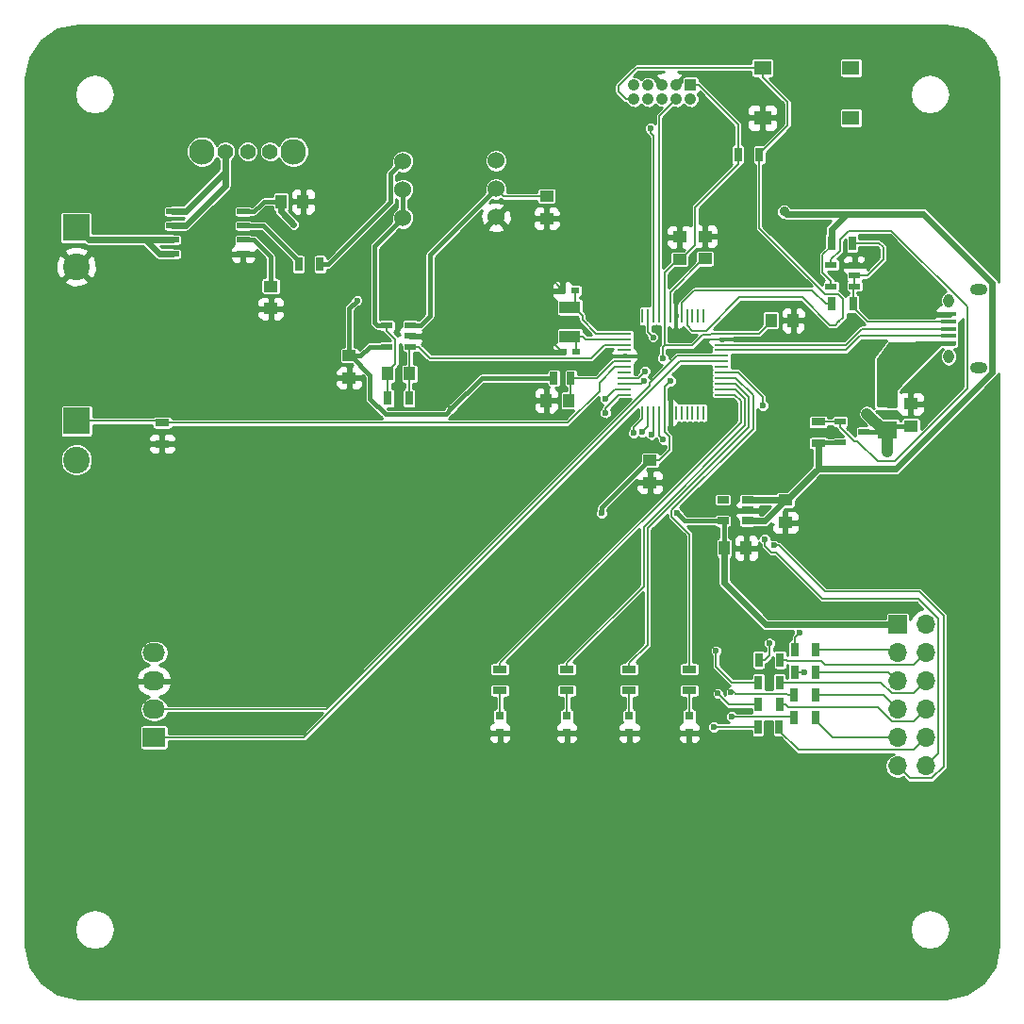
<source format=gbr>
G04 #@! TF.FileFunction,Copper,L1,Top,Signal*
%FSLAX46Y46*%
G04 Gerber Fmt 4.6, Leading zero omitted, Abs format (unit mm)*
G04 Created by KiCad (PCBNEW 4.0.4-stable) date 03/01/18 20:45:57*
%MOMM*%
%LPD*%
G01*
G04 APERTURE LIST*
%ADD10C,0.100000*%
%ADD11R,0.700000X1.300000*%
%ADD12R,1.700000X1.700000*%
%ADD13O,1.700000X1.700000*%
%ADD14R,1.000000X1.250000*%
%ADD15R,0.700000X0.600000*%
%ADD16R,1.250000X1.000000*%
%ADD17R,1.803400X1.600200*%
%ADD18R,0.635000X1.143000*%
%ADD19R,1.350000X0.400000*%
%ADD20O,0.950000X1.250000*%
%ADD21O,1.550000X1.000000*%
%ADD22R,2.032000X1.727200*%
%ADD23O,2.032000X1.727200*%
%ADD24R,1.300000X0.700000*%
%ADD25R,1.000760X0.599440*%
%ADD26R,1.060000X0.650000*%
%ADD27R,1.143000X0.508000*%
%ADD28R,1.900000X1.100000*%
%ADD29R,1.050000X1.050000*%
%ADD30C,1.050000*%
%ADD31C,1.524000*%
%ADD32C,2.300000*%
%ADD33C,1.400000*%
%ADD34R,1.550000X1.300000*%
%ADD35R,1.300000X0.250000*%
%ADD36R,0.250000X1.300000*%
%ADD37C,2.400000*%
%ADD38R,2.400000X2.400000*%
%ADD39R,0.797560X0.797560*%
%ADD40C,0.600000*%
%ADD41C,0.890000*%
%ADD42C,0.400000*%
%ADD43C,0.200000*%
%ADD44C,0.600000*%
%ADD45C,1.000000*%
%ADD46C,0.254000*%
G04 APERTURE END LIST*
D10*
D11*
X226090000Y-160240000D03*
X224190000Y-160240000D03*
D12*
X236710000Y-153040000D03*
D13*
X239250000Y-153040000D03*
X236710000Y-155580000D03*
X239250000Y-155580000D03*
X236710000Y-158120000D03*
X239250000Y-158120000D03*
X236710000Y-160660000D03*
X239250000Y-160660000D03*
X236710000Y-163200000D03*
X239250000Y-163200000D03*
X236710000Y-165740000D03*
X239250000Y-165740000D03*
D14*
X207143000Y-132905000D03*
X205143000Y-132905000D03*
D15*
X207790000Y-123045000D03*
X206590000Y-123045000D03*
D16*
X217120000Y-120220000D03*
X217120000Y-118220000D03*
D15*
X207840000Y-128545000D03*
X206640000Y-128545000D03*
D16*
X219400000Y-120180000D03*
X219400000Y-118180000D03*
X237895000Y-135200000D03*
X237895000Y-133200000D03*
D14*
X192895000Y-130500000D03*
X190895000Y-130500000D03*
D16*
X226630000Y-141860000D03*
X226630000Y-143860000D03*
D14*
X221120000Y-146150000D03*
X223120000Y-146150000D03*
X181320000Y-115050000D03*
X183320000Y-115050000D03*
X225330000Y-125710000D03*
X227330000Y-125710000D03*
D16*
X214470000Y-138270000D03*
X214470000Y-140270000D03*
X187460000Y-128890000D03*
X187460000Y-130890000D03*
X180420000Y-122650000D03*
X180420000Y-124650000D03*
X205195000Y-114575000D03*
X205195000Y-116575000D03*
D17*
X235745000Y-132753000D03*
X235745000Y-135547000D03*
D18*
X205846000Y-130900000D03*
X207370000Y-130900000D03*
D19*
X241295000Y-127775000D03*
X241295000Y-127125000D03*
X241295000Y-126475000D03*
X241295000Y-125825000D03*
X241295000Y-125175000D03*
D20*
X241295000Y-128975000D03*
X241295000Y-123975000D03*
D21*
X243995000Y-129975000D03*
X243995000Y-122975000D03*
D22*
X169945000Y-163165000D03*
D23*
X169945000Y-160625000D03*
X169945000Y-158085000D03*
X169945000Y-155545000D03*
D11*
X230750000Y-118780000D03*
X232650000Y-118780000D03*
X232700000Y-124250000D03*
X230800000Y-124250000D03*
X222370000Y-110850000D03*
X224270000Y-110850000D03*
D24*
X229560000Y-136740000D03*
X229560000Y-134840000D03*
X170660000Y-134890000D03*
X170660000Y-136790000D03*
D11*
X190940000Y-132720000D03*
X192840000Y-132720000D03*
X182920000Y-120690000D03*
X184820000Y-120690000D03*
D25*
X232840000Y-122650000D03*
X232840000Y-120745000D03*
X232840000Y-121697500D03*
X230726720Y-120745000D03*
X230726720Y-122650000D03*
D26*
X223220000Y-143725000D03*
X223220000Y-142775000D03*
X223220000Y-141825000D03*
X221020000Y-141825000D03*
X221020000Y-143725000D03*
D27*
X177935000Y-115935000D03*
X177935000Y-117205000D03*
X177935000Y-118475000D03*
X177935000Y-119745000D03*
X171585000Y-119745000D03*
X171585000Y-118475000D03*
X171585000Y-117205000D03*
X171585000Y-115935000D03*
D25*
X192976640Y-128077500D03*
X192976640Y-126172500D03*
X192976640Y-127125000D03*
X190863360Y-126172500D03*
X190863360Y-128077500D03*
D28*
X207265000Y-127145000D03*
X207265000Y-124545000D03*
D29*
X218110000Y-104575000D03*
D30*
X216840000Y-104575000D03*
X215570000Y-104575000D03*
X214300000Y-104575000D03*
X213030000Y-104575000D03*
X216840000Y-105845000D03*
X215570000Y-105845000D03*
X214300000Y-105845000D03*
X213030000Y-105845000D03*
X218110000Y-105845000D03*
D31*
X192270000Y-114000000D03*
X192270000Y-116540000D03*
X192270000Y-111460000D03*
X200645000Y-113910000D03*
X200645000Y-116450000D03*
X200645000Y-111370000D03*
D32*
X174240000Y-110560000D03*
X182440000Y-110560000D03*
D33*
X180340000Y-110560000D03*
X178340000Y-110560000D03*
X176340000Y-110560000D03*
D34*
X224570000Y-103025000D03*
X224570000Y-107525000D03*
X232520000Y-107525000D03*
X232520000Y-103025000D03*
D35*
X212195000Y-126900000D03*
X212195000Y-127400000D03*
X212195000Y-127900000D03*
X212195000Y-128400000D03*
X212195000Y-128900000D03*
X212195000Y-129400000D03*
X212195000Y-129900000D03*
X212195000Y-130400000D03*
X212195000Y-130900000D03*
X212195000Y-131400000D03*
X212195000Y-131900000D03*
X212195000Y-132400000D03*
D36*
X213795000Y-134000000D03*
X214295000Y-134000000D03*
X214795000Y-134000000D03*
X215295000Y-134000000D03*
X215795000Y-134000000D03*
X216295000Y-134000000D03*
X216795000Y-134000000D03*
X217295000Y-134000000D03*
X217795000Y-134000000D03*
X218295000Y-134000000D03*
X218795000Y-134000000D03*
X219295000Y-134000000D03*
D35*
X220895000Y-132400000D03*
X220895000Y-131900000D03*
X220895000Y-131400000D03*
X220895000Y-130900000D03*
X220895000Y-130400000D03*
X220895000Y-129900000D03*
X220895000Y-129400000D03*
X220895000Y-128900000D03*
X220895000Y-128400000D03*
X220895000Y-127900000D03*
X220895000Y-127400000D03*
X220895000Y-126900000D03*
D36*
X219295000Y-125300000D03*
X218795000Y-125300000D03*
X218295000Y-125300000D03*
X217795000Y-125300000D03*
X217295000Y-125300000D03*
X216795000Y-125300000D03*
X216295000Y-125300000D03*
X215795000Y-125300000D03*
X215295000Y-125300000D03*
X214795000Y-125300000D03*
X214295000Y-125300000D03*
X213795000Y-125300000D03*
D25*
X231538360Y-134797500D03*
X233651640Y-135750000D03*
X231538360Y-136702500D03*
D37*
X162970000Y-138240000D03*
D38*
X162970000Y-134740000D03*
D37*
X162950000Y-120890000D03*
D38*
X162950000Y-117390000D03*
D39*
X201000000Y-161250700D03*
X201000000Y-162749300D03*
X207000000Y-161250700D03*
X207000000Y-162749300D03*
X212620000Y-161250700D03*
X212620000Y-162749300D03*
X218000000Y-161250700D03*
X218000000Y-162749300D03*
D24*
X201000000Y-157050000D03*
X201000000Y-158950000D03*
X207000000Y-157050000D03*
X207000000Y-158950000D03*
X212620000Y-157050000D03*
X212620000Y-158950000D03*
X218000000Y-157050000D03*
X218000000Y-158950000D03*
D11*
X227480000Y-155280000D03*
X229380000Y-155280000D03*
X226160000Y-156180000D03*
X224260000Y-156180000D03*
X227470000Y-157290000D03*
X229370000Y-157290000D03*
X226100000Y-158220000D03*
X224200000Y-158220000D03*
X227410000Y-159360000D03*
X229310000Y-159360000D03*
X227430000Y-161370000D03*
X229330000Y-161370000D03*
X226080000Y-162250000D03*
X224180000Y-162250000D03*
D40*
X226479990Y-145170000D03*
X223100000Y-148080000D03*
X215872885Y-140630697D03*
X216520072Y-135676704D03*
X222170000Y-140580000D03*
X237880000Y-131720000D03*
X225720000Y-127150000D03*
X219420000Y-116650000D03*
X217120000Y-116750000D03*
X205220000Y-117750000D03*
X205520000Y-121850000D03*
X204620000Y-127650000D03*
X218020000Y-164050000D03*
X212620000Y-163950000D03*
X207020000Y-164150000D03*
X201020000Y-164050000D03*
X224620000Y-142750000D03*
X224620000Y-106250000D03*
X181720000Y-124750000D03*
X176120000Y-119550000D03*
X183420000Y-113550000D03*
X204820000Y-134250000D03*
X194420000Y-127250000D03*
X187420000Y-132450000D03*
X213820000Y-128850000D03*
X210520000Y-128850000D03*
X217020000Y-123450000D03*
X219320000Y-127750000D03*
X228620000Y-126250000D03*
X234020000Y-120250000D03*
X239420000Y-125150000D03*
X216940000Y-143050000D03*
X188170000Y-123930000D03*
X215620000Y-129150000D03*
X216320000Y-131150000D03*
X196620000Y-133650000D03*
X210120000Y-143050000D03*
D41*
X233960000Y-134080000D03*
X235740000Y-137510000D03*
D40*
X182480000Y-117120000D03*
D41*
X226520000Y-115950000D03*
D40*
X214520000Y-108450000D03*
X225630000Y-145920000D03*
X214590040Y-135960036D03*
X224780000Y-145369990D03*
X215670672Y-136419139D03*
X225210000Y-154720000D03*
X214010000Y-130280000D03*
X220400000Y-155400000D03*
X213930000Y-131190000D03*
X228330000Y-157330000D03*
X214750000Y-127230000D03*
X221830000Y-161320000D03*
X210450000Y-132770000D03*
X220210000Y-162220000D03*
X210480000Y-134010000D03*
X220570000Y-159220000D03*
X212990000Y-135850000D03*
X221760000Y-159120000D03*
X213797917Y-135713030D03*
X227880000Y-153790010D03*
X224600000Y-133380000D03*
D42*
X226630000Y-145019990D02*
X226479990Y-145170000D01*
X226630000Y-143860000D02*
X226630000Y-145019990D01*
X223120000Y-146150000D02*
X223120000Y-148060000D01*
X223120000Y-148060000D02*
X223100000Y-148080000D01*
D43*
X214470000Y-140270000D02*
X215512188Y-140270000D01*
X215572886Y-140330698D02*
X215872885Y-140630697D01*
X215512188Y-140270000D02*
X215572886Y-140330698D01*
X216295000Y-134000000D02*
X216295000Y-135451632D01*
X216295000Y-135451632D02*
X216520072Y-135676704D01*
X223220000Y-142775000D02*
X222490000Y-142775000D01*
X222490000Y-142775000D02*
X222170000Y-142455000D01*
X222170000Y-142455000D02*
X222170000Y-140580000D01*
D42*
X237895000Y-133200000D02*
X237895000Y-131735000D01*
X237895000Y-131735000D02*
X237880000Y-131720000D01*
D43*
X225370000Y-127400000D02*
X225470000Y-127400000D01*
X225470000Y-127400000D02*
X225720000Y-127150000D01*
X219400000Y-118180000D02*
X219400000Y-116670000D01*
X219400000Y-116670000D02*
X219420000Y-116650000D01*
X217120000Y-118220000D02*
X217120000Y-116750000D01*
X205195000Y-116575000D02*
X205195000Y-117725000D01*
X205195000Y-117725000D02*
X205220000Y-117750000D01*
X206590000Y-123045000D02*
X206590000Y-122920000D01*
X206590000Y-122920000D02*
X205520000Y-121850000D01*
X206640000Y-128545000D02*
X206590000Y-128545000D01*
X206590000Y-128545000D02*
X205695000Y-127650000D01*
X205695000Y-127650000D02*
X204620000Y-127650000D01*
X218000000Y-162749300D02*
X218000000Y-164030000D01*
X218000000Y-164030000D02*
X218020000Y-164050000D01*
X212620000Y-162749300D02*
X212620000Y-163950000D01*
X207000000Y-162749300D02*
X207000000Y-164130000D01*
X207000000Y-164130000D02*
X207020000Y-164150000D01*
X201000000Y-162749300D02*
X201000000Y-164030000D01*
X201000000Y-164030000D02*
X201020000Y-164050000D01*
X226620000Y-143870000D02*
X226630000Y-143860000D01*
X223220000Y-142775000D02*
X224595000Y-142775000D01*
X224595000Y-142775000D02*
X224620000Y-142750000D01*
X224570000Y-107525000D02*
X224570000Y-106300000D01*
X224570000Y-106300000D02*
X224620000Y-106250000D01*
X180420000Y-124650000D02*
X181620000Y-124650000D01*
X181620000Y-124650000D02*
X181720000Y-124750000D01*
X177935000Y-119745000D02*
X176315000Y-119745000D01*
X176315000Y-119745000D02*
X176120000Y-119550000D01*
X183320000Y-115050000D02*
X183320000Y-113650000D01*
X183320000Y-113650000D02*
X183420000Y-113550000D01*
X205143000Y-132905000D02*
X205143000Y-133927000D01*
X205143000Y-133927000D02*
X204820000Y-134250000D01*
X192976640Y-127125000D02*
X194295000Y-127125000D01*
X194295000Y-127125000D02*
X194420000Y-127250000D01*
X187460000Y-130890000D02*
X187460000Y-132410000D01*
X187460000Y-132410000D02*
X187420000Y-132450000D01*
X212195000Y-128900000D02*
X213770000Y-128900000D01*
X213770000Y-128900000D02*
X213820000Y-128850000D01*
X212195000Y-128900000D02*
X210570000Y-128900000D01*
X210570000Y-128900000D02*
X210520000Y-128850000D01*
X216795000Y-125300000D02*
X216795000Y-123675000D01*
X216795000Y-123675000D02*
X217020000Y-123450000D01*
X220895000Y-127400000D02*
X219670000Y-127400000D01*
X219670000Y-127400000D02*
X219320000Y-127750000D01*
X220895000Y-127400000D02*
X225370000Y-127400000D01*
X227330000Y-125710000D02*
X228080000Y-125710000D01*
X228080000Y-125710000D02*
X228620000Y-126250000D01*
X232840000Y-120745000D02*
X233525000Y-120745000D01*
X233525000Y-120745000D02*
X234020000Y-120250000D01*
X241295000Y-125175000D02*
X239445000Y-125175000D01*
X239445000Y-125175000D02*
X239420000Y-125150000D01*
X207370000Y-130900000D02*
X207370000Y-132678000D01*
X207370000Y-132678000D02*
X207143000Y-132905000D01*
X212195000Y-129400000D02*
X211210500Y-129400000D01*
X211210500Y-129400000D02*
X209710500Y-130900000D01*
X209710500Y-130900000D02*
X207370000Y-130900000D01*
X207790000Y-123045000D02*
X207790000Y-124020000D01*
X207790000Y-124020000D02*
X207265000Y-124545000D01*
X212195000Y-126900000D02*
X209620000Y-126900000D01*
X209620000Y-126900000D02*
X208415000Y-125695000D01*
X208415000Y-125695000D02*
X208415000Y-125295000D01*
X208415000Y-125295000D02*
X207665000Y-124545000D01*
X207665000Y-124545000D02*
X207265000Y-124545000D01*
D44*
X221120000Y-149280000D02*
X224880000Y-153040000D01*
X224880000Y-153040000D02*
X236710000Y-153040000D01*
X221120000Y-146150000D02*
X221120000Y-149280000D01*
D42*
X221020000Y-143725000D02*
X217615000Y-143725000D01*
X217615000Y-143725000D02*
X216940000Y-143050000D01*
X221120000Y-146150000D02*
X221120000Y-147175000D01*
D43*
X215795000Y-135729465D02*
X215795000Y-134850000D01*
X215795000Y-134850000D02*
X215795000Y-134000000D01*
X214470000Y-138270000D02*
X215295000Y-138270000D01*
X215295000Y-138270000D02*
X216220673Y-137344327D01*
X216220673Y-136155138D02*
X215795000Y-135729465D01*
X216220673Y-137344327D02*
X216220673Y-136155138D01*
D42*
X187460000Y-128890000D02*
X187460000Y-124640000D01*
X187460000Y-124640000D02*
X188170000Y-123930000D01*
D43*
X220045000Y-126900000D02*
X220895000Y-126900000D01*
X219895011Y-127049989D02*
X220045000Y-126900000D01*
X219206007Y-127049989D02*
X219895011Y-127049989D01*
X218280996Y-127975000D02*
X219206007Y-127049989D01*
X215795000Y-127975000D02*
X218280996Y-127975000D01*
X225330000Y-125710000D02*
X225330000Y-125835000D01*
X225330000Y-125835000D02*
X224265000Y-126900000D01*
X224265000Y-126900000D02*
X220895000Y-126900000D01*
X215620000Y-128150000D02*
X215795000Y-127975000D01*
X215795000Y-127975000D02*
X215795000Y-125300000D01*
X215620000Y-129150000D02*
X215620000Y-128150000D01*
X215795000Y-134000000D02*
X215795000Y-131675000D01*
X215795000Y-131675000D02*
X216320000Y-131150000D01*
D42*
X187460000Y-128890000D02*
X188485000Y-128890000D01*
X188485000Y-128890000D02*
X189297500Y-128077500D01*
X189297500Y-128077500D02*
X190863360Y-128077500D01*
X190739998Y-134150000D02*
X196120000Y-134150000D01*
X196120000Y-134150000D02*
X196620000Y-133650000D01*
X189320000Y-130625000D02*
X189320000Y-132730002D01*
X189320000Y-132730002D02*
X190739998Y-134150000D01*
X187460000Y-128890000D02*
X187585000Y-128890000D01*
X187585000Y-128890000D02*
X189320000Y-130625000D01*
X205846000Y-130900000D02*
X199370000Y-130900000D01*
X199370000Y-130900000D02*
X196620000Y-133650000D01*
X214470000Y-138270000D02*
X214345000Y-138270000D01*
X214345000Y-138270000D02*
X210120000Y-142495000D01*
X210120000Y-142495000D02*
X210120000Y-143050000D01*
X221120000Y-146150000D02*
X221120000Y-143825000D01*
X221120000Y-143825000D02*
X221020000Y-143725000D01*
D43*
X218110000Y-104575000D02*
X218835000Y-104575000D01*
X218835000Y-104575000D02*
X222370000Y-108110000D01*
X222370000Y-108110000D02*
X222370000Y-110000000D01*
X222370000Y-110000000D02*
X222370000Y-110850000D01*
X217120000Y-120220000D02*
X217245000Y-120220000D01*
X217245000Y-120220000D02*
X218524999Y-118940001D01*
X218524999Y-118940001D02*
X218524999Y-115545001D01*
X218524999Y-115545001D02*
X222370000Y-111700000D01*
X222370000Y-111700000D02*
X222370000Y-110850000D01*
X215795000Y-125300000D02*
X215795000Y-121420000D01*
X215795000Y-121420000D02*
X216995000Y-120220000D01*
X216995000Y-120220000D02*
X217120000Y-120220000D01*
X207840000Y-128545000D02*
X207840000Y-127720000D01*
X207840000Y-127720000D02*
X207265000Y-127145000D01*
X207265000Y-127145000D02*
X208415000Y-127145000D01*
X208415000Y-127145000D02*
X208670000Y-127400000D01*
X208670000Y-127400000D02*
X211345000Y-127400000D01*
X211345000Y-127400000D02*
X212195000Y-127400000D01*
X216295000Y-125300000D02*
X216295000Y-123160000D01*
X216295000Y-123160000D02*
X219275000Y-120180000D01*
X219275000Y-120180000D02*
X219400000Y-120180000D01*
D45*
X235745000Y-135547000D02*
X235427000Y-135547000D01*
X235427000Y-135547000D02*
X233960000Y-134080000D01*
X235745000Y-135547000D02*
X235745000Y-137505000D01*
X235745000Y-137505000D02*
X235740000Y-137510000D01*
D42*
X233651640Y-135750000D02*
X235542000Y-135750000D01*
X235542000Y-135750000D02*
X235745000Y-135547000D01*
X237895000Y-135200000D02*
X236092000Y-135200000D01*
X236092000Y-135200000D02*
X235745000Y-135547000D01*
D44*
X181320000Y-115050000D02*
X181320000Y-115960000D01*
X181320000Y-115960000D02*
X181570000Y-116210000D01*
X182480000Y-117120000D02*
X181570000Y-116210000D01*
X232130000Y-116150000D02*
X226720000Y-116150000D01*
X226720000Y-116150000D02*
X226520000Y-115950000D01*
X239020000Y-116150000D02*
X232130000Y-116150000D01*
X232130000Y-116150000D02*
X230750000Y-117530000D01*
X245220010Y-122350010D02*
X239020000Y-116150000D01*
X245220010Y-130368507D02*
X245220010Y-122350010D01*
X236533517Y-139055000D02*
X245220010Y-130368507D01*
X229560000Y-139055000D02*
X236533517Y-139055000D01*
D42*
X179520000Y-115321500D02*
X179791500Y-115050000D01*
X179791500Y-115050000D02*
X181320000Y-115050000D01*
X177935000Y-115935000D02*
X178906500Y-115935000D01*
X178906500Y-115935000D02*
X179520000Y-115321500D01*
D43*
X230726720Y-122650000D02*
X230726720Y-122150280D01*
X230726720Y-122150280D02*
X229976339Y-121399899D01*
X229976339Y-121399899D02*
X229976339Y-119853661D01*
X229976339Y-119853661D02*
X230750000Y-119080000D01*
X230750000Y-119080000D02*
X230750000Y-118780000D01*
D44*
X230750000Y-117530000D02*
X230750000Y-118780000D01*
X223220000Y-143725000D02*
X224765000Y-143725000D01*
X224765000Y-143725000D02*
X226630000Y-141860000D01*
X223220000Y-141825000D02*
X226595000Y-141825000D01*
X226595000Y-141825000D02*
X226630000Y-141860000D01*
X229560000Y-136740000D02*
X229560000Y-139055000D01*
X229560000Y-139055000D02*
X226755000Y-141860000D01*
X226755000Y-141860000D02*
X226630000Y-141860000D01*
D42*
X231538360Y-136702500D02*
X229597500Y-136702500D01*
X229597500Y-136702500D02*
X229560000Y-136740000D01*
D43*
X241295000Y-127125000D02*
X233305000Y-127125000D01*
X233305000Y-127125000D02*
X232030000Y-128400000D01*
X232030000Y-128400000D02*
X220895000Y-128400000D01*
X233460010Y-126475000D02*
X240420000Y-126475000D01*
X232035010Y-127900000D02*
X233460010Y-126475000D01*
X220895000Y-127900000D02*
X232035010Y-127900000D01*
X240420000Y-126475000D02*
X241295000Y-126475000D01*
X235410000Y-119170000D02*
X235020000Y-118780000D01*
X235020000Y-118780000D02*
X232650000Y-118780000D01*
X235410000Y-120250000D02*
X235410000Y-119170000D01*
X233980000Y-121680000D02*
X235410000Y-120250000D01*
X233557880Y-121680000D02*
X233980000Y-121680000D01*
X232840000Y-121697500D02*
X233540380Y-121697500D01*
X233540380Y-121697500D02*
X233557880Y-121680000D01*
X232840000Y-121697500D02*
X232840000Y-122650000D01*
X232700000Y-124250000D02*
X232700000Y-122790000D01*
X232700000Y-122790000D02*
X232840000Y-122650000D01*
X241295000Y-125825000D02*
X233975000Y-125825000D01*
X233975000Y-125825000D02*
X232700000Y-124550000D01*
X232700000Y-124550000D02*
X232700000Y-124250000D01*
X216840000Y-105845000D02*
X215295000Y-107390000D01*
X215295000Y-107390000D02*
X215295000Y-125300000D01*
X231120000Y-126150000D02*
X231420000Y-125850000D01*
X231420000Y-125850000D02*
X231477101Y-125792899D01*
X224570000Y-103875000D02*
X226820000Y-106125000D01*
X224570000Y-103025000D02*
X224570000Y-103875000D01*
X226820000Y-106125000D02*
X226820000Y-108200000D01*
X226820000Y-108200000D02*
X224270000Y-110750000D01*
X224270000Y-110750000D02*
X224270000Y-117400000D01*
X224270000Y-117400000D02*
X230219999Y-123349999D01*
X230219999Y-123349999D02*
X231350001Y-123349999D01*
X231350001Y-123349999D02*
X231820000Y-123819998D01*
X231820000Y-123819998D02*
X231820000Y-125450000D01*
X231820000Y-125450000D02*
X231420000Y-125850000D01*
X211620000Y-104650000D02*
X213245000Y-103025000D01*
X213245000Y-103025000D02*
X224570000Y-103025000D01*
X211620000Y-105177462D02*
X211620000Y-104650000D01*
X213030000Y-105845000D02*
X212287538Y-105845000D01*
X212287538Y-105845000D02*
X211620000Y-105177462D01*
X230620000Y-126150000D02*
X231120000Y-126150000D01*
X228120000Y-123650000D02*
X230620000Y-126150000D01*
X222520000Y-123650000D02*
X228120000Y-123650000D01*
X219520000Y-126650000D02*
X222520000Y-123650000D01*
X218295000Y-126650000D02*
X219520000Y-126650000D01*
X217795000Y-125300000D02*
X217795000Y-126150000D01*
X217795000Y-126150000D02*
X218295000Y-126650000D01*
X214520000Y-108450000D02*
X214520000Y-108874264D01*
X214520000Y-108874264D02*
X214795000Y-109149264D01*
X214795000Y-109149264D02*
X214795000Y-124450000D01*
X214795000Y-124450000D02*
X214795000Y-125300000D01*
X231538360Y-134797500D02*
X231538360Y-135297220D01*
X236155318Y-117660000D02*
X232319998Y-117660000D01*
X231538360Y-135297220D02*
X232838241Y-136597101D01*
X232838241Y-136597101D02*
X233113533Y-136597101D01*
X233113533Y-136597101D02*
X234906432Y-138390000D01*
X234906432Y-138390000D02*
X236420685Y-138390000D01*
X236420685Y-138390000D02*
X242960000Y-131850685D01*
X231520000Y-119452000D02*
X230726720Y-120245280D01*
X242960000Y-131850685D02*
X242960000Y-124464682D01*
X242960000Y-124464682D02*
X236155318Y-117660000D01*
X232319998Y-117660000D02*
X231520000Y-118459998D01*
X231520000Y-118459998D02*
X231520000Y-119452000D01*
X230726720Y-120245280D02*
X230726720Y-120745000D01*
X229560000Y-134840000D02*
X231495860Y-134840000D01*
X231495860Y-134840000D02*
X231538360Y-134797500D01*
X218450000Y-123010000D02*
X217295000Y-124165000D01*
X217295000Y-124165000D02*
X217295000Y-125300000D01*
X229010000Y-123010000D02*
X218450000Y-123010000D01*
X230800000Y-124250000D02*
X230250000Y-124250000D01*
X230250000Y-124250000D02*
X229010000Y-123010000D01*
X225630000Y-145920000D02*
X226054264Y-145920000D01*
X226054264Y-145920000D02*
X230214264Y-150080000D01*
X237810001Y-166840001D02*
X237559999Y-166589999D01*
X230214264Y-150080000D02*
X238660000Y-150080000D01*
X238660000Y-150080000D02*
X240830000Y-152250000D01*
X240830000Y-152250000D02*
X240830000Y-165788002D01*
X239778001Y-166840001D02*
X237810001Y-166840001D01*
X240830000Y-165788002D02*
X239778001Y-166840001D01*
X237559999Y-166589999D02*
X236710000Y-165740000D01*
X214795000Y-134000000D02*
X214795000Y-135755076D01*
X214795000Y-135755076D02*
X214590040Y-135960036D01*
X224780000Y-145528467D02*
X224780000Y-145369990D01*
X224780000Y-145952731D02*
X224780000Y-145528467D01*
X225367270Y-146540001D02*
X224780000Y-145952731D01*
X225791534Y-146540001D02*
X225367270Y-146540001D01*
X240350001Y-152511999D02*
X238533292Y-150695290D01*
X240350001Y-164639999D02*
X240350001Y-152511999D01*
X229946823Y-150695290D02*
X225791534Y-146540001D01*
X238533292Y-150695290D02*
X229946823Y-150695290D01*
X239250000Y-165740000D02*
X240350001Y-164639999D01*
X215295000Y-136043467D02*
X215370673Y-136119140D01*
X215295000Y-134000000D02*
X215295000Y-136043467D01*
X215370673Y-136119140D02*
X215670672Y-136419139D01*
D42*
X180420000Y-122650000D02*
X180420000Y-119988500D01*
X180420000Y-119988500D02*
X178906500Y-118475000D01*
X177935000Y-118475000D02*
X178906500Y-118475000D01*
X178906500Y-118475000D02*
X179720000Y-119288500D01*
D43*
X220045000Y-128900000D02*
X220895000Y-128900000D01*
X216920002Y-128900000D02*
X220045000Y-128900000D01*
X214480002Y-131340000D02*
X216920002Y-128900000D01*
X185439004Y-160625000D02*
X214480002Y-131584002D01*
X214480002Y-131584002D02*
X214480002Y-131340000D01*
X169945000Y-160625000D02*
X185439004Y-160625000D01*
X217169998Y-129400000D02*
X220045000Y-129400000D01*
X220045000Y-129400000D02*
X220895000Y-129400000D01*
X169945000Y-163165000D02*
X183404998Y-163165000D01*
X183404998Y-163165000D02*
X217169998Y-129400000D01*
X192840000Y-132720000D02*
X192840000Y-130555000D01*
X192840000Y-130555000D02*
X192895000Y-130500000D01*
X192895000Y-130500000D02*
X192895000Y-128159140D01*
X192895000Y-128159140D02*
X192976640Y-128077500D01*
X209174999Y-129095001D02*
X210370000Y-127900000D01*
X210370000Y-127900000D02*
X212195000Y-127900000D01*
X192976640Y-128077500D02*
X193677020Y-128077500D01*
X193677020Y-128077500D02*
X194694521Y-129095001D01*
X194694521Y-129095001D02*
X209174999Y-129095001D01*
X190940000Y-132720000D02*
X190940000Y-130545000D01*
X190940000Y-130545000D02*
X190895000Y-130500000D01*
X190895000Y-130500000D02*
X190895000Y-130375000D01*
X190895000Y-130375000D02*
X191613741Y-129656259D01*
X191613741Y-129656259D02*
X191613741Y-127422601D01*
X191613741Y-127422601D02*
X190863360Y-126672220D01*
X190863360Y-126672220D02*
X190863360Y-126172500D01*
D42*
X189740480Y-125950000D02*
X189740480Y-119069520D01*
X189740480Y-119069520D02*
X192270000Y-116540000D01*
X190863360Y-126172500D02*
X189962980Y-126172500D01*
X189962980Y-126172500D02*
X189740480Y-125950000D01*
X192270000Y-114000000D02*
X192270000Y-116540000D01*
X194720000Y-125329520D02*
X194720000Y-119835000D01*
X194720000Y-119835000D02*
X200645000Y-113910000D01*
X192976640Y-126172500D02*
X193877020Y-126172500D01*
X193877020Y-126172500D02*
X194720000Y-125329520D01*
D43*
X205195000Y-114575000D02*
X201310000Y-114575000D01*
X201310000Y-114575000D02*
X200645000Y-113910000D01*
X209920000Y-132050000D02*
X209920000Y-131325000D01*
X209920000Y-131325000D02*
X211345000Y-129900000D01*
X211345000Y-129900000D02*
X212195000Y-129900000D01*
X207080000Y-134890000D02*
X209920000Y-132050000D01*
X170660000Y-134890000D02*
X207080000Y-134890000D01*
X162970000Y-134740000D02*
X170510000Y-134740000D01*
X170510000Y-134740000D02*
X170660000Y-134890000D01*
D42*
X177935000Y-117205000D02*
X179735000Y-117205000D01*
X179735000Y-117205000D02*
X182920000Y-120390000D01*
X182920000Y-120390000D02*
X182920000Y-120690000D01*
X184820000Y-120690000D02*
X185570000Y-120690000D01*
X185570000Y-120690000D02*
X191157999Y-115102001D01*
X191157999Y-115102001D02*
X191157999Y-112572001D01*
X191157999Y-112572001D02*
X191508001Y-112221999D01*
X191508001Y-112221999D02*
X192270000Y-111460000D01*
D44*
X171585000Y-117205000D02*
X172756500Y-117205000D01*
X172756500Y-117205000D02*
X176340000Y-113621500D01*
X176340000Y-113621500D02*
X176340000Y-111549949D01*
X176340000Y-111549949D02*
X176340000Y-110560000D01*
X171585000Y-115935000D02*
X172756500Y-115935000D01*
X172756500Y-115935000D02*
X176340000Y-112351500D01*
X176340000Y-112351500D02*
X176340000Y-111549949D01*
X171585000Y-118475000D02*
X167820000Y-118475000D01*
X167820000Y-118475000D02*
X164035000Y-118475000D01*
X171585000Y-119745000D02*
X170413500Y-119745000D01*
X170413500Y-119745000D02*
X169143500Y-118475000D01*
X169143500Y-118475000D02*
X167820000Y-118475000D01*
X164035000Y-118475000D02*
X162950000Y-117390000D01*
D43*
X201000000Y-158950000D02*
X201000000Y-159500000D01*
X201000000Y-159500000D02*
X201000000Y-161250700D01*
X207000000Y-158950000D02*
X207000000Y-161250700D01*
X212620000Y-158950000D02*
X212620000Y-159500000D01*
X212620000Y-159500000D02*
X212620000Y-161250700D01*
X218000000Y-158950000D02*
X218000000Y-159500000D01*
X218000000Y-159500000D02*
X218000000Y-161250700D01*
X222620000Y-132950000D02*
X222620000Y-134880000D01*
X222620000Y-134880000D02*
X201000000Y-156500000D01*
X201000000Y-156500000D02*
X201000000Y-157050000D01*
X222070000Y-132400000D02*
X222620000Y-132950000D01*
X220895000Y-132400000D02*
X222070000Y-132400000D01*
X223020000Y-132750000D02*
X222170000Y-131900000D01*
X222170000Y-131900000D02*
X220895000Y-131900000D01*
X223020000Y-135150000D02*
X223020000Y-132750000D01*
X213920000Y-144250000D02*
X223020000Y-135150000D01*
X213920000Y-149580000D02*
X213920000Y-144250000D01*
X207000000Y-157050000D02*
X207000000Y-156500000D01*
X207000000Y-156500000D02*
X213920000Y-149580000D01*
X223370010Y-135299990D02*
X214270010Y-144399990D01*
X214270010Y-144399990D02*
X214270010Y-154849990D01*
X214270010Y-154849990D02*
X212620000Y-156500000D01*
X212620000Y-156500000D02*
X212620000Y-157050000D01*
X220895000Y-131400000D02*
X222164988Y-131400000D01*
X222164988Y-131400000D02*
X223370010Y-132605022D01*
X223370010Y-132605022D02*
X223370010Y-135299990D01*
X223720020Y-132460044D02*
X222159976Y-130900000D01*
X223720020Y-135444968D02*
X223720020Y-132460044D01*
X222159976Y-130900000D02*
X221745000Y-130900000D01*
X218000000Y-144924004D02*
X216389998Y-143314002D01*
X218000000Y-157050000D02*
X218000000Y-144924004D01*
X216389998Y-142774990D02*
X223720020Y-135444968D01*
X216389998Y-143314002D02*
X216389998Y-142774990D01*
X221745000Y-130900000D02*
X220895000Y-130900000D01*
X225210000Y-154720000D02*
X225210000Y-155780000D01*
X225210000Y-155780000D02*
X224810000Y-156180000D01*
X224810000Y-156180000D02*
X224260000Y-156180000D01*
X224170000Y-156090000D02*
X224260000Y-156180000D01*
X212195000Y-130900000D02*
X213390000Y-130900000D01*
X213390000Y-130900000D02*
X214010000Y-130280000D01*
X220400000Y-156780000D02*
X221840000Y-158220000D01*
X221840000Y-158220000D02*
X224200000Y-158220000D01*
X220400000Y-155400000D02*
X220400000Y-156780000D01*
X224140000Y-158280000D02*
X224200000Y-158220000D01*
X212195000Y-131400000D02*
X213720000Y-131400000D01*
X213720000Y-131400000D02*
X213930000Y-131190000D01*
X228330000Y-157330000D02*
X227510000Y-157330000D01*
X227510000Y-157330000D02*
X227470000Y-157290000D01*
X214295000Y-125300000D02*
X214295000Y-126775000D01*
X214295000Y-126775000D02*
X214750000Y-127230000D01*
X221830000Y-161320000D02*
X227380000Y-161320000D01*
X227380000Y-161320000D02*
X227430000Y-161370000D01*
X212195000Y-131900000D02*
X211320000Y-131900000D01*
X211320000Y-131900000D02*
X210450000Y-132770000D01*
X227280000Y-161220000D02*
X227430000Y-161370000D01*
X220210000Y-162220000D02*
X224150000Y-162220000D01*
X224150000Y-162220000D02*
X224180000Y-162250000D01*
X212195000Y-132400000D02*
X211670000Y-132400000D01*
X211670000Y-132400000D02*
X210480000Y-133590000D01*
X210480000Y-133590000D02*
X210480000Y-134010000D01*
X220570000Y-159220000D02*
X221590000Y-160240000D01*
X221590000Y-160240000D02*
X224190000Y-160240000D01*
X223980000Y-160030000D02*
X224190000Y-160240000D01*
X213795000Y-134000000D02*
X213795000Y-134525000D01*
X213795000Y-134525000D02*
X212990000Y-135330000D01*
X212990000Y-135330000D02*
X212990000Y-135850000D01*
X222080000Y-159120000D02*
X221760000Y-159120000D01*
X226730000Y-159230000D02*
X222190000Y-159230000D01*
X222190000Y-159230000D02*
X222080000Y-159120000D01*
X226860000Y-159360000D02*
X226730000Y-159230000D01*
X227410000Y-159360000D02*
X226860000Y-159360000D01*
X227170000Y-159120000D02*
X227410000Y-159360000D01*
X214295000Y-135215947D02*
X214097916Y-135413031D01*
X214097916Y-135413031D02*
X213797917Y-135713030D01*
X214295000Y-134000000D02*
X214295000Y-135215947D01*
X227580001Y-154090009D02*
X227880000Y-153790010D01*
X227480000Y-154190010D02*
X227580001Y-154090009D01*
X227480000Y-155280000D02*
X227480000Y-154190010D01*
X221755000Y-130390000D02*
X222400000Y-130390000D01*
X220895000Y-130400000D02*
X221745000Y-130400000D01*
X221745000Y-130400000D02*
X221755000Y-130390000D01*
X222400000Y-130390000D02*
X224600000Y-132590000D01*
X224600000Y-132590000D02*
X224600000Y-133380000D01*
X229380000Y-155280000D02*
X236410000Y-155280000D01*
X236410000Y-155280000D02*
X236710000Y-155580000D01*
X226820000Y-156290000D02*
X229820002Y-156290000D01*
X229820002Y-156290000D02*
X230210003Y-156680001D01*
X226160000Y-156180000D02*
X226710000Y-156180000D01*
X226710000Y-156180000D02*
X226820000Y-156290000D01*
X230210003Y-156680001D02*
X238149999Y-156680001D01*
X238149999Y-156680001D02*
X238400001Y-156429999D01*
X238400001Y-156429999D02*
X239250000Y-155580000D01*
X229370000Y-157290000D02*
X235880000Y-157290000D01*
X235880000Y-157290000D02*
X236710000Y-158120000D01*
X226100000Y-158220000D02*
X235181998Y-158220000D01*
X235181998Y-158220000D02*
X236181999Y-159220001D01*
X236181999Y-159220001D02*
X238149999Y-159220001D01*
X238149999Y-159220001D02*
X238400001Y-158969999D01*
X238400001Y-158969999D02*
X239250000Y-158120000D01*
X229310000Y-159360000D02*
X235410000Y-159360000D01*
X235410000Y-159360000D02*
X236710000Y-160660000D01*
X226090000Y-160240000D02*
X226640000Y-160240000D01*
X226640000Y-160240000D02*
X226869999Y-160469999D01*
X226869999Y-160469999D02*
X234891997Y-160469999D01*
X234891997Y-160469999D02*
X236181999Y-161760001D01*
X236181999Y-161760001D02*
X238149999Y-161760001D01*
X238149999Y-161760001D02*
X238400001Y-161509999D01*
X238400001Y-161509999D02*
X239250000Y-160660000D01*
X229330000Y-161670000D02*
X230680000Y-163020000D01*
X236710000Y-163200000D02*
X230860000Y-163200000D01*
X230860000Y-163200000D02*
X230680000Y-163020000D01*
X229330000Y-161370000D02*
X229330000Y-161670000D01*
X226080000Y-162250000D02*
X226080000Y-162550000D01*
X226080000Y-162550000D02*
X227830001Y-164300001D01*
X227830001Y-164300001D02*
X238149999Y-164300001D01*
X238149999Y-164300001D02*
X238400001Y-164049999D01*
X238400001Y-164049999D02*
X239250000Y-163200000D01*
D46*
G36*
X242885829Y-99598631D02*
X244399781Y-100610221D01*
X245411370Y-102124173D01*
X245773000Y-103942208D01*
X245773000Y-122229305D01*
X245753088Y-122129202D01*
X245628011Y-121942009D01*
X245628008Y-121942007D01*
X239428001Y-115741999D01*
X239240808Y-115616922D01*
X239020000Y-115572999D01*
X239019995Y-115573000D01*
X232130005Y-115573000D01*
X232130000Y-115572999D01*
X232129995Y-115573000D01*
X227145432Y-115573000D01*
X227132439Y-115541554D01*
X226929514Y-115338275D01*
X226664245Y-115228125D01*
X226377015Y-115227875D01*
X226111554Y-115337561D01*
X225908275Y-115540486D01*
X225798125Y-115805755D01*
X225797875Y-116092985D01*
X225907561Y-116358446D01*
X226110486Y-116561725D01*
X226375755Y-116671875D01*
X226482564Y-116671968D01*
X226499192Y-116683078D01*
X226720000Y-116727001D01*
X226720005Y-116727000D01*
X230736998Y-116727000D01*
X230341999Y-117121999D01*
X230216922Y-117309192D01*
X230172999Y-117530000D01*
X230173000Y-117530005D01*
X230173000Y-117971568D01*
X230139825Y-118020120D01*
X230117574Y-118130000D01*
X230117574Y-119179268D01*
X229709760Y-119587082D01*
X229628036Y-119709389D01*
X229599339Y-119853661D01*
X229599339Y-121399899D01*
X229628036Y-121544171D01*
X229709760Y-121666478D01*
X230129380Y-122086098D01*
X230123690Y-122087169D01*
X230029413Y-122147835D01*
X229966165Y-122240400D01*
X229943914Y-122350280D01*
X229943914Y-122540756D01*
X224647000Y-117243842D01*
X224647000Y-111777346D01*
X224722650Y-111763111D01*
X224816927Y-111702445D01*
X224880175Y-111609880D01*
X224902426Y-111500000D01*
X224902426Y-110650732D01*
X227086580Y-108466579D01*
X227149824Y-108371927D01*
X227168303Y-108344272D01*
X227197000Y-108200000D01*
X227197000Y-106875000D01*
X231462574Y-106875000D01*
X231462574Y-108175000D01*
X231481889Y-108277650D01*
X231542555Y-108371927D01*
X231635120Y-108435175D01*
X231745000Y-108457426D01*
X233295000Y-108457426D01*
X233397650Y-108438111D01*
X233491927Y-108377445D01*
X233555175Y-108284880D01*
X233577426Y-108175000D01*
X233577426Y-106875000D01*
X233558111Y-106772350D01*
X233497445Y-106678073D01*
X233404880Y-106614825D01*
X233295000Y-106592574D01*
X231745000Y-106592574D01*
X231642350Y-106611889D01*
X231548073Y-106672555D01*
X231484825Y-106765120D01*
X231462574Y-106875000D01*
X227197000Y-106875000D01*
X227197000Y-106125000D01*
X227168303Y-105980728D01*
X227135569Y-105931739D01*
X227086580Y-105858421D01*
X226638159Y-105410000D01*
X237773000Y-105410000D01*
X237912072Y-106109163D01*
X238308116Y-106701884D01*
X238900837Y-107097928D01*
X239600000Y-107237000D01*
X240299163Y-107097928D01*
X240891884Y-106701884D01*
X241287928Y-106109163D01*
X241427000Y-105410000D01*
X241287928Y-104710837D01*
X240891884Y-104118116D01*
X240299163Y-103722072D01*
X239600000Y-103583000D01*
X238900837Y-103722072D01*
X238308116Y-104118116D01*
X237912072Y-104710837D01*
X237773000Y-105410000D01*
X226638159Y-105410000D01*
X225185584Y-103957426D01*
X225345000Y-103957426D01*
X225447650Y-103938111D01*
X225541927Y-103877445D01*
X225605175Y-103784880D01*
X225627426Y-103675000D01*
X225627426Y-102375000D01*
X231462574Y-102375000D01*
X231462574Y-103675000D01*
X231481889Y-103777650D01*
X231542555Y-103871927D01*
X231635120Y-103935175D01*
X231745000Y-103957426D01*
X233295000Y-103957426D01*
X233397650Y-103938111D01*
X233491927Y-103877445D01*
X233555175Y-103784880D01*
X233577426Y-103675000D01*
X233577426Y-102375000D01*
X233558111Y-102272350D01*
X233497445Y-102178073D01*
X233404880Y-102114825D01*
X233295000Y-102092574D01*
X231745000Y-102092574D01*
X231642350Y-102111889D01*
X231548073Y-102172555D01*
X231484825Y-102265120D01*
X231462574Y-102375000D01*
X225627426Y-102375000D01*
X225608111Y-102272350D01*
X225547445Y-102178073D01*
X225454880Y-102114825D01*
X225345000Y-102092574D01*
X223795000Y-102092574D01*
X223692350Y-102111889D01*
X223598073Y-102172555D01*
X223534825Y-102265120D01*
X223512574Y-102375000D01*
X223512574Y-102648000D01*
X213245000Y-102648000D01*
X213100728Y-102676697D01*
X212978421Y-102758421D01*
X211353421Y-104383421D01*
X211271697Y-104505728D01*
X211243000Y-104650000D01*
X211243000Y-105177462D01*
X211271697Y-105321734D01*
X211353421Y-105444041D01*
X212020959Y-106111579D01*
X212143266Y-106193303D01*
X212287538Y-106222000D01*
X212318008Y-106222000D01*
X212349701Y-106298703D01*
X212575110Y-106524506D01*
X212869772Y-106646860D01*
X213188828Y-106647139D01*
X213483703Y-106525299D01*
X213665119Y-106344200D01*
X213845110Y-106524506D01*
X214139772Y-106646860D01*
X214458828Y-106647139D01*
X214753703Y-106525299D01*
X214935119Y-106344200D01*
X215115110Y-106524506D01*
X215409772Y-106646860D01*
X215504899Y-106646943D01*
X215028421Y-107123421D01*
X214946697Y-107245728D01*
X214918000Y-107390000D01*
X214918000Y-108031981D01*
X214847271Y-107961129D01*
X214635276Y-107873100D01*
X214405731Y-107872900D01*
X214193583Y-107960558D01*
X214031129Y-108122729D01*
X213943100Y-108334724D01*
X213942900Y-108564269D01*
X214030558Y-108776417D01*
X214146674Y-108892736D01*
X214171697Y-109018536D01*
X214253421Y-109140843D01*
X214418000Y-109305422D01*
X214418000Y-124367574D01*
X214170000Y-124367574D01*
X214067350Y-124386889D01*
X214045840Y-124400730D01*
X214029880Y-124389825D01*
X213920000Y-124367574D01*
X213670000Y-124367574D01*
X213567350Y-124386889D01*
X213473073Y-124447555D01*
X213409825Y-124540120D01*
X213387574Y-124650000D01*
X213387574Y-125950000D01*
X213406889Y-126052650D01*
X213467555Y-126146927D01*
X213560120Y-126210175D01*
X213670000Y-126232426D01*
X213918000Y-126232426D01*
X213918000Y-126775000D01*
X213946697Y-126919272D01*
X214028421Y-127041579D01*
X214173038Y-127186196D01*
X214172900Y-127344269D01*
X214260558Y-127556417D01*
X214422729Y-127718871D01*
X214634724Y-127806900D01*
X214864269Y-127807100D01*
X215076417Y-127719442D01*
X215238871Y-127557271D01*
X215326900Y-127345276D01*
X215327100Y-127115731D01*
X215239442Y-126903583D01*
X215077271Y-126741129D01*
X214865276Y-126653100D01*
X214706119Y-126652961D01*
X214672000Y-126618842D01*
X214672000Y-126232426D01*
X214920000Y-126232426D01*
X215022650Y-126213111D01*
X215044160Y-126199270D01*
X215060120Y-126210175D01*
X215170000Y-126232426D01*
X215418000Y-126232426D01*
X215418000Y-127818842D01*
X215353421Y-127883421D01*
X215271697Y-128005728D01*
X215243000Y-128150000D01*
X215243000Y-128711053D01*
X215131129Y-128822729D01*
X215043100Y-129034724D01*
X215042900Y-129264269D01*
X215130558Y-129476417D01*
X215292729Y-129638871D01*
X215504724Y-129726900D01*
X215559896Y-129726948D01*
X214420559Y-130866285D01*
X214419442Y-130863583D01*
X214328663Y-130772646D01*
X214336417Y-130769442D01*
X214498871Y-130607271D01*
X214586900Y-130395276D01*
X214587100Y-130165731D01*
X214499442Y-129953583D01*
X214337271Y-129791129D01*
X214125276Y-129703100D01*
X213895731Y-129702900D01*
X213683583Y-129790558D01*
X213521129Y-129952729D01*
X213433100Y-130164724D01*
X213432961Y-130323880D01*
X213233842Y-130523000D01*
X213127426Y-130523000D01*
X213127426Y-130275000D01*
X213108111Y-130172350D01*
X213094270Y-130150840D01*
X213105175Y-130134880D01*
X213127426Y-130025000D01*
X213127426Y-129775000D01*
X213108111Y-129672350D01*
X213094270Y-129650840D01*
X213105175Y-129634880D01*
X213111879Y-129601774D01*
X213204698Y-129563327D01*
X213383327Y-129384699D01*
X213480000Y-129151310D01*
X213480000Y-129121250D01*
X213321250Y-128962500D01*
X212322000Y-128962500D01*
X212322000Y-128992574D01*
X212068000Y-128992574D01*
X212068000Y-128962500D01*
X211068750Y-128962500D01*
X210910000Y-129121250D01*
X210910000Y-129151310D01*
X210914696Y-129162646D01*
X209554342Y-130523000D01*
X207969926Y-130523000D01*
X207969926Y-130328500D01*
X207950611Y-130225850D01*
X207889945Y-130131573D01*
X207797380Y-130068325D01*
X207687500Y-130046074D01*
X207052500Y-130046074D01*
X206949850Y-130065389D01*
X206855573Y-130126055D01*
X206792325Y-130218620D01*
X206770074Y-130328500D01*
X206770074Y-131471500D01*
X206789389Y-131574150D01*
X206850055Y-131668427D01*
X206942620Y-131731675D01*
X206993000Y-131741877D01*
X206993000Y-131997574D01*
X206643000Y-131997574D01*
X206540350Y-132016889D01*
X206446073Y-132077555D01*
X206382825Y-132170120D01*
X206360574Y-132280000D01*
X206360574Y-133530000D01*
X206379889Y-133632650D01*
X206440555Y-133726927D01*
X206533120Y-133790175D01*
X206643000Y-133812426D01*
X207624416Y-133812426D01*
X206923842Y-134513000D01*
X196418812Y-134513000D01*
X196457290Y-134487290D01*
X196717495Y-134227085D01*
X196734269Y-134227100D01*
X196946417Y-134139442D01*
X197108871Y-133977271D01*
X197196900Y-133765276D01*
X197196915Y-133747665D01*
X197753830Y-133190750D01*
X204008000Y-133190750D01*
X204008000Y-133656310D01*
X204104673Y-133889699D01*
X204283302Y-134068327D01*
X204516691Y-134165000D01*
X204857250Y-134165000D01*
X205016000Y-134006250D01*
X205016000Y-133032000D01*
X205270000Y-133032000D01*
X205270000Y-134006250D01*
X205428750Y-134165000D01*
X205769309Y-134165000D01*
X206002698Y-134068327D01*
X206181327Y-133889699D01*
X206278000Y-133656310D01*
X206278000Y-133190750D01*
X206119250Y-133032000D01*
X205270000Y-133032000D01*
X205016000Y-133032000D01*
X204166750Y-133032000D01*
X204008000Y-133190750D01*
X197753830Y-133190750D01*
X198790890Y-132153690D01*
X204008000Y-132153690D01*
X204008000Y-132619250D01*
X204166750Y-132778000D01*
X205016000Y-132778000D01*
X205016000Y-131803750D01*
X204857250Y-131645000D01*
X204516691Y-131645000D01*
X204283302Y-131741673D01*
X204104673Y-131920301D01*
X204008000Y-132153690D01*
X198790890Y-132153690D01*
X199567580Y-131377000D01*
X205246074Y-131377000D01*
X205246074Y-131471500D01*
X205265389Y-131574150D01*
X205326055Y-131668427D01*
X205373146Y-131700604D01*
X205270000Y-131803750D01*
X205270000Y-132778000D01*
X206119250Y-132778000D01*
X206278000Y-132619250D01*
X206278000Y-132153690D01*
X206181327Y-131920301D01*
X206014951Y-131753926D01*
X206163500Y-131753926D01*
X206266150Y-131734611D01*
X206360427Y-131673945D01*
X206423675Y-131581380D01*
X206445926Y-131471500D01*
X206445926Y-130328500D01*
X206426611Y-130225850D01*
X206365945Y-130131573D01*
X206273380Y-130068325D01*
X206163500Y-130046074D01*
X205528500Y-130046074D01*
X205425850Y-130065389D01*
X205331573Y-130126055D01*
X205268325Y-130218620D01*
X205246074Y-130328500D01*
X205246074Y-130423000D01*
X199370000Y-130423000D01*
X199187459Y-130459309D01*
X199032710Y-130562710D01*
X196522505Y-133072915D01*
X196505731Y-133072900D01*
X196293583Y-133160558D01*
X196131129Y-133322729D01*
X196043100Y-133534724D01*
X196043085Y-133552335D01*
X195922420Y-133673000D01*
X190937578Y-133673000D01*
X190917004Y-133652426D01*
X191290000Y-133652426D01*
X191392650Y-133633111D01*
X191486927Y-133572445D01*
X191550175Y-133479880D01*
X191572426Y-133370000D01*
X191572426Y-132070000D01*
X191553111Y-131967350D01*
X191492445Y-131873073D01*
X191399880Y-131809825D01*
X191317000Y-131793042D01*
X191317000Y-131407426D01*
X191395000Y-131407426D01*
X191497650Y-131388111D01*
X191591927Y-131327445D01*
X191655175Y-131234880D01*
X191677426Y-131125000D01*
X191677426Y-130125732D01*
X191880320Y-129922838D01*
X191962044Y-129800531D01*
X191965098Y-129785175D01*
X191990741Y-129656259D01*
X191990741Y-127837226D01*
X192116561Y-127963047D01*
X192193834Y-127995055D01*
X192193834Y-128377220D01*
X192213149Y-128479870D01*
X192273815Y-128574147D01*
X192366380Y-128637395D01*
X192476260Y-128659646D01*
X192518000Y-128659646D01*
X192518000Y-129592574D01*
X192395000Y-129592574D01*
X192292350Y-129611889D01*
X192198073Y-129672555D01*
X192134825Y-129765120D01*
X192112574Y-129875000D01*
X192112574Y-131125000D01*
X192131889Y-131227650D01*
X192192555Y-131321927D01*
X192285120Y-131385175D01*
X192395000Y-131407426D01*
X192463000Y-131407426D01*
X192463000Y-131792654D01*
X192387350Y-131806889D01*
X192293073Y-131867555D01*
X192229825Y-131960120D01*
X192207574Y-132070000D01*
X192207574Y-133370000D01*
X192226889Y-133472650D01*
X192287555Y-133566927D01*
X192380120Y-133630175D01*
X192490000Y-133652426D01*
X193190000Y-133652426D01*
X193292650Y-133633111D01*
X193386927Y-133572445D01*
X193450175Y-133479880D01*
X193472426Y-133370000D01*
X193472426Y-132070000D01*
X193453111Y-131967350D01*
X193392445Y-131873073D01*
X193299880Y-131809825D01*
X193217000Y-131793042D01*
X193217000Y-131407426D01*
X193395000Y-131407426D01*
X193497650Y-131388111D01*
X193591927Y-131327445D01*
X193655175Y-131234880D01*
X193677426Y-131125000D01*
X193677426Y-129875000D01*
X193658111Y-129772350D01*
X193597445Y-129678073D01*
X193504880Y-129614825D01*
X193395000Y-129592574D01*
X193272000Y-129592574D01*
X193272000Y-128659646D01*
X193477020Y-128659646D01*
X193579670Y-128640331D01*
X193656959Y-128590597D01*
X194427942Y-129361580D01*
X194550249Y-129443304D01*
X194694521Y-129472001D01*
X206144380Y-129472001D01*
X206163691Y-129480000D01*
X206354250Y-129480000D01*
X206362249Y-129472001D01*
X206917751Y-129472001D01*
X206925750Y-129480000D01*
X207116309Y-129480000D01*
X207135620Y-129472001D01*
X209174999Y-129472001D01*
X209319271Y-129443304D01*
X209441578Y-129361580D01*
X210526159Y-128277000D01*
X211144975Y-128277000D01*
X211006673Y-128415301D01*
X210910000Y-128648690D01*
X210910000Y-128678750D01*
X211068750Y-128837500D01*
X212068000Y-128837500D01*
X212068000Y-128807426D01*
X212322000Y-128807426D01*
X212322000Y-128837500D01*
X213321250Y-128837500D01*
X213480000Y-128678750D01*
X213480000Y-128648690D01*
X213383327Y-128415301D01*
X213204698Y-128236673D01*
X213113073Y-128198721D01*
X213108111Y-128172350D01*
X213094270Y-128150840D01*
X213105175Y-128134880D01*
X213127426Y-128025000D01*
X213127426Y-127775000D01*
X213108111Y-127672350D01*
X213094270Y-127650840D01*
X213105175Y-127634880D01*
X213127426Y-127525000D01*
X213127426Y-127275000D01*
X213108111Y-127172350D01*
X213094270Y-127150840D01*
X213105175Y-127134880D01*
X213127426Y-127025000D01*
X213127426Y-126775000D01*
X213108111Y-126672350D01*
X213047445Y-126578073D01*
X212954880Y-126514825D01*
X212845000Y-126492574D01*
X211545000Y-126492574D01*
X211442350Y-126511889D01*
X211425083Y-126523000D01*
X209776158Y-126523000D01*
X208792000Y-125538842D01*
X208792000Y-125295000D01*
X208763303Y-125150728D01*
X208681579Y-125028421D01*
X208497426Y-124844268D01*
X208497426Y-123995000D01*
X208478111Y-123892350D01*
X208417445Y-123798073D01*
X208324880Y-123734825D01*
X208215000Y-123712574D01*
X208167000Y-123712574D01*
X208167000Y-123622346D01*
X208242650Y-123608111D01*
X208336927Y-123547445D01*
X208400175Y-123454880D01*
X208422426Y-123345000D01*
X208422426Y-122745000D01*
X208403111Y-122642350D01*
X208342445Y-122548073D01*
X208249880Y-122484825D01*
X208140000Y-122462574D01*
X207510335Y-122462574D01*
X207478327Y-122385301D01*
X207299698Y-122206673D01*
X207066309Y-122110000D01*
X206875750Y-122110000D01*
X206717000Y-122268750D01*
X206717000Y-122918000D01*
X206737000Y-122918000D01*
X206737000Y-123172000D01*
X206717000Y-123172000D01*
X206717000Y-123192000D01*
X206463000Y-123192000D01*
X206463000Y-123172000D01*
X205763750Y-123172000D01*
X205605000Y-123330750D01*
X205605000Y-123471310D01*
X205701673Y-123704699D01*
X205880302Y-123883327D01*
X206041654Y-123950161D01*
X206032574Y-123995000D01*
X206032574Y-125095000D01*
X206051889Y-125197650D01*
X206112555Y-125291927D01*
X206205120Y-125355175D01*
X206315000Y-125377426D01*
X207964268Y-125377426D01*
X208038000Y-125451158D01*
X208038000Y-125695000D01*
X208066697Y-125839272D01*
X208148421Y-125961579D01*
X209209842Y-127023000D01*
X208826159Y-127023000D01*
X208681579Y-126878421D01*
X208559272Y-126796697D01*
X208497426Y-126784395D01*
X208497426Y-126595000D01*
X208478111Y-126492350D01*
X208417445Y-126398073D01*
X208324880Y-126334825D01*
X208215000Y-126312574D01*
X206315000Y-126312574D01*
X206212350Y-126331889D01*
X206118073Y-126392555D01*
X206054825Y-126485120D01*
X206032574Y-126595000D01*
X206032574Y-127664311D01*
X205930302Y-127706673D01*
X205751673Y-127885301D01*
X205655000Y-128118690D01*
X205655000Y-128259250D01*
X205813750Y-128418000D01*
X206513000Y-128418000D01*
X206513000Y-128398000D01*
X206767000Y-128398000D01*
X206767000Y-128418000D01*
X206787000Y-128418000D01*
X206787000Y-128672000D01*
X206767000Y-128672000D01*
X206767000Y-128718001D01*
X206513000Y-128718001D01*
X206513000Y-128672000D01*
X205813750Y-128672000D01*
X205767749Y-128718001D01*
X194850679Y-128718001D01*
X193966222Y-127833544D01*
X194015347Y-127784418D01*
X194112020Y-127551029D01*
X194112020Y-127410750D01*
X193953270Y-127252000D01*
X193103640Y-127252000D01*
X193103640Y-127272000D01*
X192849640Y-127272000D01*
X192849640Y-127252000D01*
X192829640Y-127252000D01*
X192829640Y-126998000D01*
X192849640Y-126998000D01*
X192849640Y-126978000D01*
X193103640Y-126978000D01*
X193103640Y-126998000D01*
X193953270Y-126998000D01*
X194112020Y-126839250D01*
X194112020Y-126698971D01*
X194072819Y-126604332D01*
X194214310Y-126509790D01*
X195057290Y-125666810D01*
X195160691Y-125512060D01*
X195197000Y-125329520D01*
X195197000Y-122618690D01*
X205605000Y-122618690D01*
X205605000Y-122759250D01*
X205763750Y-122918000D01*
X206463000Y-122918000D01*
X206463000Y-122268750D01*
X206304250Y-122110000D01*
X206113691Y-122110000D01*
X205880302Y-122206673D01*
X205701673Y-122385301D01*
X205605000Y-122618690D01*
X195197000Y-122618690D01*
X195197000Y-120032580D01*
X197799367Y-117430213D01*
X199844392Y-117430213D01*
X199913857Y-117672397D01*
X200437302Y-117859144D01*
X200992368Y-117831362D01*
X201376143Y-117672397D01*
X201445608Y-117430213D01*
X200645000Y-116629605D01*
X199844392Y-117430213D01*
X197799367Y-117430213D01*
X199373728Y-115855852D01*
X199235856Y-116242302D01*
X199263638Y-116797368D01*
X199422603Y-117181143D01*
X199664787Y-117250608D01*
X200465395Y-116450000D01*
X200824605Y-116450000D01*
X201625213Y-117250608D01*
X201867397Y-117181143D01*
X201981702Y-116860750D01*
X203935000Y-116860750D01*
X203935000Y-117201309D01*
X204031673Y-117434698D01*
X204210301Y-117613327D01*
X204443690Y-117710000D01*
X204909250Y-117710000D01*
X205068000Y-117551250D01*
X205068000Y-116702000D01*
X205322000Y-116702000D01*
X205322000Y-117551250D01*
X205480750Y-117710000D01*
X205946310Y-117710000D01*
X206179699Y-117613327D01*
X206358327Y-117434698D01*
X206455000Y-117201309D01*
X206455000Y-116860750D01*
X206296250Y-116702000D01*
X205322000Y-116702000D01*
X205068000Y-116702000D01*
X204093750Y-116702000D01*
X203935000Y-116860750D01*
X201981702Y-116860750D01*
X202054144Y-116657698D01*
X202026362Y-116102632D01*
X201962598Y-115948691D01*
X203935000Y-115948691D01*
X203935000Y-116289250D01*
X204093750Y-116448000D01*
X205068000Y-116448000D01*
X205068000Y-115598750D01*
X205322000Y-115598750D01*
X205322000Y-116448000D01*
X206296250Y-116448000D01*
X206455000Y-116289250D01*
X206455000Y-115948691D01*
X206358327Y-115715302D01*
X206179699Y-115536673D01*
X205946310Y-115440000D01*
X205480750Y-115440000D01*
X205322000Y-115598750D01*
X205068000Y-115598750D01*
X204909250Y-115440000D01*
X204443690Y-115440000D01*
X204210301Y-115536673D01*
X204031673Y-115715302D01*
X203935000Y-115948691D01*
X201962598Y-115948691D01*
X201867397Y-115718857D01*
X201625213Y-115649392D01*
X200824605Y-116450000D01*
X200465395Y-116450000D01*
X200451253Y-116435858D01*
X200630858Y-116256253D01*
X200645000Y-116270395D01*
X201445608Y-115469787D01*
X201376143Y-115227603D01*
X200852698Y-115040856D01*
X200297632Y-115068638D01*
X200064287Y-115165293D01*
X200326726Y-114902854D01*
X200437423Y-114948819D01*
X200850763Y-114949180D01*
X201069310Y-114858878D01*
X201165728Y-114923303D01*
X201310000Y-114952000D01*
X204287574Y-114952000D01*
X204287574Y-115075000D01*
X204306889Y-115177650D01*
X204367555Y-115271927D01*
X204460120Y-115335175D01*
X204570000Y-115357426D01*
X205820000Y-115357426D01*
X205922650Y-115338111D01*
X206016927Y-115277445D01*
X206080175Y-115184880D01*
X206102426Y-115075000D01*
X206102426Y-114075000D01*
X206083111Y-113972350D01*
X206022445Y-113878073D01*
X205929880Y-113814825D01*
X205820000Y-113792574D01*
X204570000Y-113792574D01*
X204467350Y-113811889D01*
X204373073Y-113872555D01*
X204309825Y-113965120D01*
X204287574Y-114075000D01*
X204287574Y-114198000D01*
X201650425Y-114198000D01*
X201683819Y-114117577D01*
X201684180Y-113704237D01*
X201526335Y-113322223D01*
X201234315Y-113029692D01*
X200852577Y-112871181D01*
X200439237Y-112870820D01*
X200057223Y-113028665D01*
X199764692Y-113320685D01*
X199606181Y-113702423D01*
X199605820Y-114115763D01*
X199652261Y-114228159D01*
X194382710Y-119497710D01*
X194279309Y-119652460D01*
X194243000Y-119835000D01*
X194243000Y-125131940D01*
X193687148Y-125687792D01*
X193679465Y-125675853D01*
X193586900Y-125612605D01*
X193477020Y-125590354D01*
X192476260Y-125590354D01*
X192373610Y-125609669D01*
X192279333Y-125670335D01*
X192216085Y-125762900D01*
X192193834Y-125872780D01*
X192193834Y-126254945D01*
X192116561Y-126286953D01*
X191937933Y-126465582D01*
X191841260Y-126698971D01*
X191841260Y-126839250D01*
X192000008Y-126997998D01*
X191841260Y-126997998D01*
X191841260Y-127116962D01*
X191460700Y-126736402D01*
X191466390Y-126735331D01*
X191560667Y-126674665D01*
X191623915Y-126582100D01*
X191646166Y-126472220D01*
X191646166Y-125872780D01*
X191626851Y-125770130D01*
X191566185Y-125675853D01*
X191473620Y-125612605D01*
X191363740Y-125590354D01*
X190362980Y-125590354D01*
X190260330Y-125609669D01*
X190217480Y-125637242D01*
X190217480Y-119267100D01*
X191951726Y-117532854D01*
X192062423Y-117578819D01*
X192475763Y-117579180D01*
X192857777Y-117421335D01*
X193150308Y-117129315D01*
X193308819Y-116747577D01*
X193309180Y-116334237D01*
X193151335Y-115952223D01*
X192859315Y-115659692D01*
X192747000Y-115613055D01*
X192747000Y-114927107D01*
X192857777Y-114881335D01*
X193150308Y-114589315D01*
X193308819Y-114207577D01*
X193309180Y-113794237D01*
X193151335Y-113412223D01*
X192859315Y-113119692D01*
X192477577Y-112961181D01*
X192064237Y-112960820D01*
X191682223Y-113118665D01*
X191634999Y-113165807D01*
X191634999Y-112769581D01*
X191951726Y-112452854D01*
X192062423Y-112498819D01*
X192475763Y-112499180D01*
X192857777Y-112341335D01*
X193150308Y-112049315D01*
X193308819Y-111667577D01*
X193308899Y-111575763D01*
X199605820Y-111575763D01*
X199763665Y-111957777D01*
X200055685Y-112250308D01*
X200437423Y-112408819D01*
X200850763Y-112409180D01*
X201232777Y-112251335D01*
X201525308Y-111959315D01*
X201683819Y-111577577D01*
X201684180Y-111164237D01*
X201526335Y-110782223D01*
X201234315Y-110489692D01*
X200852577Y-110331181D01*
X200439237Y-110330820D01*
X200057223Y-110488665D01*
X199764692Y-110780685D01*
X199606181Y-111162423D01*
X199605820Y-111575763D01*
X193308899Y-111575763D01*
X193309180Y-111254237D01*
X193151335Y-110872223D01*
X192859315Y-110579692D01*
X192477577Y-110421181D01*
X192064237Y-110420820D01*
X191682223Y-110578665D01*
X191389692Y-110870685D01*
X191231181Y-111252423D01*
X191230820Y-111665763D01*
X191277261Y-111778159D01*
X190820709Y-112234711D01*
X190717308Y-112389461D01*
X190680999Y-112572001D01*
X190680999Y-114904421D01*
X185452426Y-120132994D01*
X185452426Y-120040000D01*
X185433111Y-119937350D01*
X185372445Y-119843073D01*
X185279880Y-119779825D01*
X185170000Y-119757574D01*
X184470000Y-119757574D01*
X184367350Y-119776889D01*
X184273073Y-119837555D01*
X184209825Y-119930120D01*
X184187574Y-120040000D01*
X184187574Y-121340000D01*
X184206889Y-121442650D01*
X184267555Y-121536927D01*
X184360120Y-121600175D01*
X184470000Y-121622426D01*
X185170000Y-121622426D01*
X185272650Y-121603111D01*
X185366927Y-121542445D01*
X185430175Y-121449880D01*
X185452426Y-121340000D01*
X185452426Y-121167000D01*
X185570000Y-121167000D01*
X185752540Y-121130691D01*
X185907290Y-121027290D01*
X191495289Y-115439291D01*
X191598690Y-115284541D01*
X191634999Y-115102001D01*
X191634999Y-114834542D01*
X191680685Y-114880308D01*
X191793000Y-114926945D01*
X191793000Y-115612893D01*
X191682223Y-115658665D01*
X191389692Y-115950685D01*
X191231181Y-116332423D01*
X191230820Y-116745763D01*
X191277261Y-116858159D01*
X189403190Y-118732230D01*
X189299789Y-118886980D01*
X189263480Y-119069520D01*
X189263480Y-125950000D01*
X189299789Y-126132540D01*
X189403190Y-126287290D01*
X189625690Y-126509790D01*
X189780440Y-126613191D01*
X189962980Y-126649500D01*
X190147892Y-126649500D01*
X190160535Y-126669147D01*
X190253100Y-126732395D01*
X190362980Y-126754646D01*
X190502755Y-126754646D01*
X190515057Y-126816492D01*
X190596781Y-126938799D01*
X191153336Y-127495354D01*
X190362980Y-127495354D01*
X190260330Y-127514669D01*
X190166053Y-127575335D01*
X190148858Y-127600500D01*
X189297500Y-127600500D01*
X189114960Y-127636809D01*
X188960210Y-127740210D01*
X188358398Y-128342022D01*
X188348111Y-128287350D01*
X188287445Y-128193073D01*
X188194880Y-128129825D01*
X188085000Y-128107574D01*
X187937000Y-128107574D01*
X187937000Y-124837580D01*
X188267495Y-124507085D01*
X188284269Y-124507100D01*
X188496417Y-124419442D01*
X188658871Y-124257271D01*
X188746900Y-124045276D01*
X188747100Y-123815731D01*
X188659442Y-123603583D01*
X188497271Y-123441129D01*
X188285276Y-123353100D01*
X188055731Y-123352900D01*
X187843583Y-123440558D01*
X187681129Y-123602729D01*
X187593100Y-123814724D01*
X187593085Y-123832335D01*
X187122710Y-124302710D01*
X187019309Y-124457460D01*
X186983000Y-124640000D01*
X186983000Y-128107574D01*
X186835000Y-128107574D01*
X186732350Y-128126889D01*
X186638073Y-128187555D01*
X186574825Y-128280120D01*
X186552574Y-128390000D01*
X186552574Y-129390000D01*
X186571889Y-129492650D01*
X186632555Y-129586927D01*
X186725120Y-129650175D01*
X186835000Y-129672426D01*
X187692846Y-129672426D01*
X187775420Y-129755000D01*
X187745750Y-129755000D01*
X187587000Y-129913750D01*
X187587000Y-130763000D01*
X188561250Y-130763000D01*
X188672335Y-130651915D01*
X188843000Y-130822580D01*
X188843000Y-132730002D01*
X188879309Y-132912542D01*
X188982710Y-133067292D01*
X190402708Y-134487290D01*
X190441185Y-134513000D01*
X171587346Y-134513000D01*
X171573111Y-134437350D01*
X171512445Y-134343073D01*
X171419880Y-134279825D01*
X171310000Y-134257574D01*
X170010000Y-134257574D01*
X169907350Y-134276889D01*
X169813073Y-134337555D01*
X169795687Y-134363000D01*
X164452426Y-134363000D01*
X164452426Y-133540000D01*
X164433111Y-133437350D01*
X164372445Y-133343073D01*
X164279880Y-133279825D01*
X164170000Y-133257574D01*
X161770000Y-133257574D01*
X161667350Y-133276889D01*
X161573073Y-133337555D01*
X161509825Y-133430120D01*
X161487574Y-133540000D01*
X161487574Y-135940000D01*
X161506889Y-136042650D01*
X161567555Y-136136927D01*
X161660120Y-136200175D01*
X161770000Y-136222426D01*
X164170000Y-136222426D01*
X164272650Y-136203111D01*
X164366927Y-136142445D01*
X164430175Y-136049880D01*
X164452426Y-135940000D01*
X164452426Y-135117000D01*
X169727574Y-135117000D01*
X169727574Y-135240000D01*
X169746889Y-135342650D01*
X169807555Y-135436927D01*
X169900120Y-135500175D01*
X170010000Y-135522426D01*
X171310000Y-135522426D01*
X171412650Y-135503111D01*
X171506927Y-135442445D01*
X171570175Y-135349880D01*
X171586958Y-135267000D01*
X207080000Y-135267000D01*
X207224272Y-135238303D01*
X207346579Y-135156579D01*
X209890615Y-132612544D01*
X209873100Y-132654724D01*
X209872900Y-132884269D01*
X209960558Y-133096417D01*
X210122729Y-133258871D01*
X210232422Y-133304420D01*
X210213421Y-133323421D01*
X210131697Y-133445728D01*
X210107702Y-133566359D01*
X209991129Y-133682729D01*
X209903100Y-133894724D01*
X209902900Y-134124269D01*
X209990558Y-134336417D01*
X210152729Y-134498871D01*
X210364724Y-134586900D01*
X210594269Y-134587100D01*
X210806417Y-134499442D01*
X210968871Y-134337271D01*
X211056900Y-134125276D01*
X211057100Y-133895731D01*
X210969442Y-133683583D01*
X210944530Y-133658628D01*
X211795732Y-132807426D01*
X212723420Y-132807426D01*
X185282846Y-160248000D01*
X171188341Y-160248000D01*
X171176508Y-160188511D01*
X170929257Y-159818474D01*
X170559220Y-159571223D01*
X170396483Y-159538853D01*
X170859320Y-159376954D01*
X171295732Y-158987036D01*
X171549709Y-158459791D01*
X171552358Y-158444026D01*
X171431217Y-158212000D01*
X170072000Y-158212000D01*
X170072000Y-158232000D01*
X169818000Y-158232000D01*
X169818000Y-158212000D01*
X168458783Y-158212000D01*
X168337642Y-158444026D01*
X168340291Y-158459791D01*
X168594268Y-158987036D01*
X169030680Y-159376954D01*
X169493517Y-159538853D01*
X169330780Y-159571223D01*
X168960743Y-159818474D01*
X168713492Y-160188511D01*
X168626669Y-160625000D01*
X168713492Y-161061489D01*
X168960743Y-161431526D01*
X169330780Y-161678777D01*
X169767269Y-161765600D01*
X170122731Y-161765600D01*
X170559220Y-161678777D01*
X170929257Y-161431526D01*
X171176508Y-161061489D01*
X171188341Y-161002000D01*
X185034840Y-161002000D01*
X183248840Y-162788000D01*
X171243426Y-162788000D01*
X171243426Y-162301400D01*
X171224111Y-162198750D01*
X171163445Y-162104473D01*
X171070880Y-162041225D01*
X170961000Y-162018974D01*
X168929000Y-162018974D01*
X168826350Y-162038289D01*
X168732073Y-162098955D01*
X168668825Y-162191520D01*
X168646574Y-162301400D01*
X168646574Y-164028600D01*
X168665889Y-164131250D01*
X168726555Y-164225527D01*
X168819120Y-164288775D01*
X168929000Y-164311026D01*
X170961000Y-164311026D01*
X171063650Y-164291711D01*
X171157927Y-164231045D01*
X171221175Y-164138480D01*
X171243426Y-164028600D01*
X171243426Y-163542000D01*
X183404998Y-163542000D01*
X183549270Y-163513303D01*
X183671577Y-163431579D01*
X184068106Y-163035050D01*
X199966220Y-163035050D01*
X199966220Y-163274389D01*
X200062893Y-163507778D01*
X200241521Y-163686407D01*
X200474910Y-163783080D01*
X200714250Y-163783080D01*
X200873000Y-163624330D01*
X200873000Y-162876300D01*
X201127000Y-162876300D01*
X201127000Y-163624330D01*
X201285750Y-163783080D01*
X201525090Y-163783080D01*
X201758479Y-163686407D01*
X201937107Y-163507778D01*
X202033780Y-163274389D01*
X202033780Y-163035050D01*
X205966220Y-163035050D01*
X205966220Y-163274389D01*
X206062893Y-163507778D01*
X206241521Y-163686407D01*
X206474910Y-163783080D01*
X206714250Y-163783080D01*
X206873000Y-163624330D01*
X206873000Y-162876300D01*
X207127000Y-162876300D01*
X207127000Y-163624330D01*
X207285750Y-163783080D01*
X207525090Y-163783080D01*
X207758479Y-163686407D01*
X207937107Y-163507778D01*
X208033780Y-163274389D01*
X208033780Y-163035050D01*
X211586220Y-163035050D01*
X211586220Y-163274389D01*
X211682893Y-163507778D01*
X211861521Y-163686407D01*
X212094910Y-163783080D01*
X212334250Y-163783080D01*
X212493000Y-163624330D01*
X212493000Y-162876300D01*
X212747000Y-162876300D01*
X212747000Y-163624330D01*
X212905750Y-163783080D01*
X213145090Y-163783080D01*
X213378479Y-163686407D01*
X213557107Y-163507778D01*
X213653780Y-163274389D01*
X213653780Y-163035050D01*
X216966220Y-163035050D01*
X216966220Y-163274389D01*
X217062893Y-163507778D01*
X217241521Y-163686407D01*
X217474910Y-163783080D01*
X217714250Y-163783080D01*
X217873000Y-163624330D01*
X217873000Y-162876300D01*
X218127000Y-162876300D01*
X218127000Y-163624330D01*
X218285750Y-163783080D01*
X218525090Y-163783080D01*
X218758479Y-163686407D01*
X218937107Y-163507778D01*
X219033780Y-163274389D01*
X219033780Y-163035050D01*
X218875030Y-162876300D01*
X218127000Y-162876300D01*
X217873000Y-162876300D01*
X217124970Y-162876300D01*
X216966220Y-163035050D01*
X213653780Y-163035050D01*
X213495030Y-162876300D01*
X212747000Y-162876300D01*
X212493000Y-162876300D01*
X211744970Y-162876300D01*
X211586220Y-163035050D01*
X208033780Y-163035050D01*
X207875030Y-162876300D01*
X207127000Y-162876300D01*
X206873000Y-162876300D01*
X206124970Y-162876300D01*
X205966220Y-163035050D01*
X202033780Y-163035050D01*
X201875030Y-162876300D01*
X201127000Y-162876300D01*
X200873000Y-162876300D01*
X200124970Y-162876300D01*
X199966220Y-163035050D01*
X184068106Y-163035050D01*
X184878945Y-162224211D01*
X199966220Y-162224211D01*
X199966220Y-162463550D01*
X200124970Y-162622300D01*
X200873000Y-162622300D01*
X200873000Y-162602300D01*
X201127000Y-162602300D01*
X201127000Y-162622300D01*
X201875030Y-162622300D01*
X202033780Y-162463550D01*
X202033780Y-162224211D01*
X205966220Y-162224211D01*
X205966220Y-162463550D01*
X206124970Y-162622300D01*
X206873000Y-162622300D01*
X206873000Y-162602300D01*
X207127000Y-162602300D01*
X207127000Y-162622300D01*
X207875030Y-162622300D01*
X208033780Y-162463550D01*
X208033780Y-162224211D01*
X211586220Y-162224211D01*
X211586220Y-162463550D01*
X211744970Y-162622300D01*
X212493000Y-162622300D01*
X212493000Y-162602300D01*
X212747000Y-162602300D01*
X212747000Y-162622300D01*
X213495030Y-162622300D01*
X213653780Y-162463550D01*
X213653780Y-162224211D01*
X216966220Y-162224211D01*
X216966220Y-162463550D01*
X217124970Y-162622300D01*
X217873000Y-162622300D01*
X217873000Y-162602300D01*
X218127000Y-162602300D01*
X218127000Y-162622300D01*
X218875030Y-162622300D01*
X219033780Y-162463550D01*
X219033780Y-162224211D01*
X218937107Y-161990822D01*
X218758479Y-161812193D01*
X218652773Y-161768408D01*
X218658955Y-161759360D01*
X218681206Y-161649480D01*
X218681206Y-160851920D01*
X218661891Y-160749270D01*
X218601225Y-160654993D01*
X218508660Y-160591745D01*
X218398780Y-160569494D01*
X218377000Y-160569494D01*
X218377000Y-159582426D01*
X218650000Y-159582426D01*
X218752650Y-159563111D01*
X218846927Y-159502445D01*
X218910175Y-159409880D01*
X218932426Y-159300000D01*
X218932426Y-158600000D01*
X218913111Y-158497350D01*
X218852445Y-158403073D01*
X218759880Y-158339825D01*
X218650000Y-158317574D01*
X217350000Y-158317574D01*
X217247350Y-158336889D01*
X217153073Y-158397555D01*
X217089825Y-158490120D01*
X217067574Y-158600000D01*
X217067574Y-159300000D01*
X217086889Y-159402650D01*
X217147555Y-159496927D01*
X217240120Y-159560175D01*
X217350000Y-159582426D01*
X217623000Y-159582426D01*
X217623000Y-160569494D01*
X217601220Y-160569494D01*
X217498570Y-160588809D01*
X217404293Y-160649475D01*
X217341045Y-160742040D01*
X217318794Y-160851920D01*
X217318794Y-161649480D01*
X217338109Y-161752130D01*
X217348298Y-161767964D01*
X217241521Y-161812193D01*
X217062893Y-161990822D01*
X216966220Y-162224211D01*
X213653780Y-162224211D01*
X213557107Y-161990822D01*
X213378479Y-161812193D01*
X213272773Y-161768408D01*
X213278955Y-161759360D01*
X213301206Y-161649480D01*
X213301206Y-160851920D01*
X213281891Y-160749270D01*
X213221225Y-160654993D01*
X213128660Y-160591745D01*
X213018780Y-160569494D01*
X212997000Y-160569494D01*
X212997000Y-159582426D01*
X213270000Y-159582426D01*
X213372650Y-159563111D01*
X213466927Y-159502445D01*
X213530175Y-159409880D01*
X213552426Y-159300000D01*
X213552426Y-158600000D01*
X213533111Y-158497350D01*
X213472445Y-158403073D01*
X213379880Y-158339825D01*
X213270000Y-158317574D01*
X211970000Y-158317574D01*
X211867350Y-158336889D01*
X211773073Y-158397555D01*
X211709825Y-158490120D01*
X211687574Y-158600000D01*
X211687574Y-159300000D01*
X211706889Y-159402650D01*
X211767555Y-159496927D01*
X211860120Y-159560175D01*
X211970000Y-159582426D01*
X212243000Y-159582426D01*
X212243000Y-160569494D01*
X212221220Y-160569494D01*
X212118570Y-160588809D01*
X212024293Y-160649475D01*
X211961045Y-160742040D01*
X211938794Y-160851920D01*
X211938794Y-161649480D01*
X211958109Y-161752130D01*
X211968298Y-161767964D01*
X211861521Y-161812193D01*
X211682893Y-161990822D01*
X211586220Y-162224211D01*
X208033780Y-162224211D01*
X207937107Y-161990822D01*
X207758479Y-161812193D01*
X207652773Y-161768408D01*
X207658955Y-161759360D01*
X207681206Y-161649480D01*
X207681206Y-160851920D01*
X207661891Y-160749270D01*
X207601225Y-160654993D01*
X207508660Y-160591745D01*
X207398780Y-160569494D01*
X207377000Y-160569494D01*
X207377000Y-159582426D01*
X207650000Y-159582426D01*
X207752650Y-159563111D01*
X207846927Y-159502445D01*
X207910175Y-159409880D01*
X207932426Y-159300000D01*
X207932426Y-158600000D01*
X207913111Y-158497350D01*
X207852445Y-158403073D01*
X207759880Y-158339825D01*
X207650000Y-158317574D01*
X206350000Y-158317574D01*
X206247350Y-158336889D01*
X206153073Y-158397555D01*
X206089825Y-158490120D01*
X206067574Y-158600000D01*
X206067574Y-159300000D01*
X206086889Y-159402650D01*
X206147555Y-159496927D01*
X206240120Y-159560175D01*
X206350000Y-159582426D01*
X206623000Y-159582426D01*
X206623000Y-160569494D01*
X206601220Y-160569494D01*
X206498570Y-160588809D01*
X206404293Y-160649475D01*
X206341045Y-160742040D01*
X206318794Y-160851920D01*
X206318794Y-161649480D01*
X206338109Y-161752130D01*
X206348298Y-161767964D01*
X206241521Y-161812193D01*
X206062893Y-161990822D01*
X205966220Y-162224211D01*
X202033780Y-162224211D01*
X201937107Y-161990822D01*
X201758479Y-161812193D01*
X201652773Y-161768408D01*
X201658955Y-161759360D01*
X201681206Y-161649480D01*
X201681206Y-160851920D01*
X201661891Y-160749270D01*
X201601225Y-160654993D01*
X201508660Y-160591745D01*
X201398780Y-160569494D01*
X201377000Y-160569494D01*
X201377000Y-159582426D01*
X201650000Y-159582426D01*
X201752650Y-159563111D01*
X201846927Y-159502445D01*
X201910175Y-159409880D01*
X201932426Y-159300000D01*
X201932426Y-158600000D01*
X201913111Y-158497350D01*
X201852445Y-158403073D01*
X201759880Y-158339825D01*
X201650000Y-158317574D01*
X200350000Y-158317574D01*
X200247350Y-158336889D01*
X200153073Y-158397555D01*
X200089825Y-158490120D01*
X200067574Y-158600000D01*
X200067574Y-159300000D01*
X200086889Y-159402650D01*
X200147555Y-159496927D01*
X200240120Y-159560175D01*
X200350000Y-159582426D01*
X200623000Y-159582426D01*
X200623000Y-160569494D01*
X200601220Y-160569494D01*
X200498570Y-160588809D01*
X200404293Y-160649475D01*
X200341045Y-160742040D01*
X200318794Y-160851920D01*
X200318794Y-161649480D01*
X200338109Y-161752130D01*
X200348298Y-161767964D01*
X200241521Y-161812193D01*
X200062893Y-161990822D01*
X199966220Y-162224211D01*
X184878945Y-162224211D01*
X213387574Y-133715582D01*
X213387574Y-134399268D01*
X212723421Y-135063421D01*
X212641697Y-135185728D01*
X212613000Y-135330000D01*
X212613000Y-135411053D01*
X212501129Y-135522729D01*
X212413100Y-135734724D01*
X212412900Y-135964269D01*
X212500558Y-136176417D01*
X212662729Y-136338871D01*
X212874724Y-136426900D01*
X213104269Y-136427100D01*
X213316417Y-136339442D01*
X213462436Y-136193677D01*
X213470646Y-136201901D01*
X213682641Y-136289930D01*
X213912186Y-136290130D01*
X214074419Y-136223096D01*
X214100598Y-136286453D01*
X214262769Y-136448907D01*
X214474764Y-136536936D01*
X214704309Y-136537136D01*
X214916457Y-136449478D01*
X215042265Y-136323890D01*
X215093710Y-136375335D01*
X215093572Y-136533408D01*
X215181230Y-136745556D01*
X215343401Y-136908010D01*
X215555396Y-136996039D01*
X215784941Y-136996239D01*
X215843673Y-136971971D01*
X215843673Y-137188169D01*
X215359122Y-137672720D01*
X215358111Y-137667350D01*
X215297445Y-137573073D01*
X215204880Y-137509825D01*
X215095000Y-137487574D01*
X213845000Y-137487574D01*
X213742350Y-137506889D01*
X213648073Y-137567555D01*
X213584825Y-137660120D01*
X213562574Y-137770000D01*
X213562574Y-138377846D01*
X209782710Y-142157710D01*
X209679309Y-142312460D01*
X209643000Y-142495000D01*
X209643000Y-142710879D01*
X209631129Y-142722729D01*
X209543100Y-142934724D01*
X209542900Y-143164269D01*
X209630558Y-143376417D01*
X209792729Y-143538871D01*
X210004724Y-143626900D01*
X210234269Y-143627100D01*
X210446417Y-143539442D01*
X210608871Y-143377271D01*
X210696900Y-143165276D01*
X210697100Y-142935731D01*
X210609442Y-142723583D01*
X210597000Y-142711119D01*
X210597000Y-142692580D01*
X212733830Y-140555750D01*
X213210000Y-140555750D01*
X213210000Y-140896309D01*
X213306673Y-141129698D01*
X213485301Y-141308327D01*
X213718690Y-141405000D01*
X214184250Y-141405000D01*
X214343000Y-141246250D01*
X214343000Y-140397000D01*
X214597000Y-140397000D01*
X214597000Y-141246250D01*
X214755750Y-141405000D01*
X215221310Y-141405000D01*
X215454699Y-141308327D01*
X215633327Y-141129698D01*
X215730000Y-140896309D01*
X215730000Y-140555750D01*
X215571250Y-140397000D01*
X214597000Y-140397000D01*
X214343000Y-140397000D01*
X213368750Y-140397000D01*
X213210000Y-140555750D01*
X212733830Y-140555750D01*
X213257665Y-140031915D01*
X213368750Y-140143000D01*
X214343000Y-140143000D01*
X214343000Y-139293750D01*
X214597000Y-139293750D01*
X214597000Y-140143000D01*
X215571250Y-140143000D01*
X215730000Y-139984250D01*
X215730000Y-139643691D01*
X215633327Y-139410302D01*
X215454699Y-139231673D01*
X215221310Y-139135000D01*
X214755750Y-139135000D01*
X214597000Y-139293750D01*
X214343000Y-139293750D01*
X214184250Y-139135000D01*
X214154580Y-139135000D01*
X214237154Y-139052426D01*
X215095000Y-139052426D01*
X215197650Y-139033111D01*
X215291927Y-138972445D01*
X215355175Y-138879880D01*
X215377426Y-138770000D01*
X215377426Y-138630605D01*
X215439272Y-138618303D01*
X215561579Y-138536579D01*
X216487252Y-137610906D01*
X216568976Y-137488599D01*
X216569180Y-137487574D01*
X216597673Y-137344327D01*
X216597673Y-136155138D01*
X216568976Y-136010866D01*
X216535012Y-135960036D01*
X216487253Y-135888559D01*
X216172000Y-135573307D01*
X216172000Y-135186750D01*
X216232500Y-135126250D01*
X216232500Y-134127000D01*
X216202426Y-134127000D01*
X216202426Y-133873000D01*
X216232500Y-133873000D01*
X216232500Y-132873750D01*
X216357500Y-132873750D01*
X216357500Y-133873000D01*
X216387574Y-133873000D01*
X216387574Y-134127000D01*
X216357500Y-134127000D01*
X216357500Y-135126250D01*
X216516250Y-135285000D01*
X216546310Y-135285000D01*
X216779699Y-135188327D01*
X216958327Y-135009698D01*
X216996279Y-134918073D01*
X217022650Y-134913111D01*
X217044160Y-134899270D01*
X217060120Y-134910175D01*
X217170000Y-134932426D01*
X217420000Y-134932426D01*
X217522650Y-134913111D01*
X217544160Y-134899270D01*
X217560120Y-134910175D01*
X217670000Y-134932426D01*
X217920000Y-134932426D01*
X218022650Y-134913111D01*
X218044160Y-134899270D01*
X218060120Y-134910175D01*
X218170000Y-134932426D01*
X218420000Y-134932426D01*
X218522650Y-134913111D01*
X218544160Y-134899270D01*
X218560120Y-134910175D01*
X218670000Y-134932426D01*
X218920000Y-134932426D01*
X219022650Y-134913111D01*
X219044160Y-134899270D01*
X219060120Y-134910175D01*
X219170000Y-134932426D01*
X219420000Y-134932426D01*
X219522650Y-134913111D01*
X219616927Y-134852445D01*
X219680175Y-134759880D01*
X219702426Y-134650000D01*
X219702426Y-133350000D01*
X219683111Y-133247350D01*
X219622445Y-133153073D01*
X219529880Y-133089825D01*
X219420000Y-133067574D01*
X219170000Y-133067574D01*
X219067350Y-133086889D01*
X219045840Y-133100730D01*
X219029880Y-133089825D01*
X218920000Y-133067574D01*
X218670000Y-133067574D01*
X218567350Y-133086889D01*
X218545840Y-133100730D01*
X218529880Y-133089825D01*
X218420000Y-133067574D01*
X218170000Y-133067574D01*
X218067350Y-133086889D01*
X218045840Y-133100730D01*
X218029880Y-133089825D01*
X217920000Y-133067574D01*
X217670000Y-133067574D01*
X217567350Y-133086889D01*
X217545840Y-133100730D01*
X217529880Y-133089825D01*
X217420000Y-133067574D01*
X217170000Y-133067574D01*
X217067350Y-133086889D01*
X217045840Y-133100730D01*
X217029880Y-133089825D01*
X216996774Y-133083121D01*
X216958327Y-132990302D01*
X216779699Y-132811673D01*
X216546310Y-132715000D01*
X216516250Y-132715000D01*
X216357500Y-132873750D01*
X216232500Y-132873750D01*
X216172000Y-132813250D01*
X216172000Y-131831158D01*
X216276196Y-131726962D01*
X216434269Y-131727100D01*
X216646417Y-131639442D01*
X216808871Y-131477271D01*
X216896900Y-131265276D01*
X216897100Y-131035731D01*
X216809442Y-130823583D01*
X216647271Y-130661129D01*
X216502247Y-130600909D01*
X217326156Y-129777000D01*
X219962574Y-129777000D01*
X219962574Y-130025000D01*
X219981889Y-130127650D01*
X219995730Y-130149160D01*
X219984825Y-130165120D01*
X219962574Y-130275000D01*
X219962574Y-130525000D01*
X219981889Y-130627650D01*
X219995730Y-130649160D01*
X219984825Y-130665120D01*
X219962574Y-130775000D01*
X219962574Y-131025000D01*
X219981889Y-131127650D01*
X219995730Y-131149160D01*
X219984825Y-131165120D01*
X219962574Y-131275000D01*
X219962574Y-131525000D01*
X219981889Y-131627650D01*
X219995730Y-131649160D01*
X219984825Y-131665120D01*
X219962574Y-131775000D01*
X219962574Y-132025000D01*
X219981889Y-132127650D01*
X219995730Y-132149160D01*
X219984825Y-132165120D01*
X219962574Y-132275000D01*
X219962574Y-132525000D01*
X219981889Y-132627650D01*
X220042555Y-132721927D01*
X220135120Y-132785175D01*
X220245000Y-132807426D01*
X221545000Y-132807426D01*
X221647650Y-132788111D01*
X221664917Y-132777000D01*
X221913842Y-132777000D01*
X222243000Y-133106159D01*
X222243000Y-134723842D01*
X200733421Y-156233421D01*
X200651697Y-156355728D01*
X200639395Y-156417574D01*
X200350000Y-156417574D01*
X200247350Y-156436889D01*
X200153073Y-156497555D01*
X200089825Y-156590120D01*
X200067574Y-156700000D01*
X200067574Y-157400000D01*
X200086889Y-157502650D01*
X200147555Y-157596927D01*
X200240120Y-157660175D01*
X200350000Y-157682426D01*
X201650000Y-157682426D01*
X201752650Y-157663111D01*
X201846927Y-157602445D01*
X201910175Y-157509880D01*
X201932426Y-157400000D01*
X201932426Y-156700000D01*
X201913111Y-156597350D01*
X201852445Y-156503073D01*
X201759880Y-156439825D01*
X201650000Y-156417574D01*
X201615584Y-156417574D01*
X213543000Y-144490158D01*
X213543000Y-149423842D01*
X206733421Y-156233421D01*
X206651697Y-156355728D01*
X206639395Y-156417574D01*
X206350000Y-156417574D01*
X206247350Y-156436889D01*
X206153073Y-156497555D01*
X206089825Y-156590120D01*
X206067574Y-156700000D01*
X206067574Y-157400000D01*
X206086889Y-157502650D01*
X206147555Y-157596927D01*
X206240120Y-157660175D01*
X206350000Y-157682426D01*
X207650000Y-157682426D01*
X207752650Y-157663111D01*
X207846927Y-157602445D01*
X207910175Y-157509880D01*
X207932426Y-157400000D01*
X207932426Y-156700000D01*
X207913111Y-156597350D01*
X207852445Y-156503073D01*
X207759880Y-156439825D01*
X207650000Y-156417574D01*
X207615584Y-156417574D01*
X213893010Y-150140148D01*
X213893010Y-154693831D01*
X212353421Y-156233421D01*
X212271697Y-156355728D01*
X212259395Y-156417574D01*
X211970000Y-156417574D01*
X211867350Y-156436889D01*
X211773073Y-156497555D01*
X211709825Y-156590120D01*
X211687574Y-156700000D01*
X211687574Y-157400000D01*
X211706889Y-157502650D01*
X211767555Y-157596927D01*
X211860120Y-157660175D01*
X211970000Y-157682426D01*
X213270000Y-157682426D01*
X213372650Y-157663111D01*
X213466927Y-157602445D01*
X213530175Y-157509880D01*
X213552426Y-157400000D01*
X213552426Y-156700000D01*
X213533111Y-156597350D01*
X213472445Y-156503073D01*
X213379880Y-156439825D01*
X213270000Y-156417574D01*
X213235584Y-156417574D01*
X214536590Y-155116569D01*
X214585579Y-155043251D01*
X214618313Y-154994262D01*
X214647010Y-154849990D01*
X214647010Y-144556148D01*
X216012998Y-143190160D01*
X216012998Y-143314002D01*
X216041695Y-143458274D01*
X216123419Y-143580581D01*
X217623000Y-145080162D01*
X217623000Y-156417574D01*
X217350000Y-156417574D01*
X217247350Y-156436889D01*
X217153073Y-156497555D01*
X217089825Y-156590120D01*
X217067574Y-156700000D01*
X217067574Y-157400000D01*
X217086889Y-157502650D01*
X217147555Y-157596927D01*
X217240120Y-157660175D01*
X217350000Y-157682426D01*
X218650000Y-157682426D01*
X218752650Y-157663111D01*
X218846927Y-157602445D01*
X218910175Y-157509880D01*
X218932426Y-157400000D01*
X218932426Y-156700000D01*
X218913111Y-156597350D01*
X218852445Y-156503073D01*
X218759880Y-156439825D01*
X218650000Y-156417574D01*
X218377000Y-156417574D01*
X218377000Y-144924004D01*
X218348303Y-144779732D01*
X218266579Y-144657425D01*
X217811154Y-144202000D01*
X220258645Y-144202000D01*
X220287555Y-144246927D01*
X220380120Y-144310175D01*
X220490000Y-144332426D01*
X220643000Y-144332426D01*
X220643000Y-145242574D01*
X220620000Y-145242574D01*
X220517350Y-145261889D01*
X220423073Y-145322555D01*
X220359825Y-145415120D01*
X220337574Y-145525000D01*
X220337574Y-146775000D01*
X220356889Y-146877650D01*
X220417555Y-146971927D01*
X220510120Y-147035175D01*
X220543000Y-147041833D01*
X220543000Y-149279995D01*
X220542999Y-149280000D01*
X220586922Y-149500808D01*
X220711999Y-149688001D01*
X224471999Y-153448001D01*
X224659192Y-153573078D01*
X224880000Y-153617001D01*
X224880005Y-153617000D01*
X227327074Y-153617000D01*
X227303100Y-153674734D01*
X227302961Y-153833891D01*
X227213421Y-153923431D01*
X227131697Y-154045738D01*
X227103000Y-154190010D01*
X227103000Y-154352654D01*
X227027350Y-154366889D01*
X226933073Y-154427555D01*
X226869825Y-154520120D01*
X226847574Y-154630000D01*
X226847574Y-155830365D01*
X226792426Y-155819395D01*
X226792426Y-155530000D01*
X226773111Y-155427350D01*
X226712445Y-155333073D01*
X226619880Y-155269825D01*
X226510000Y-155247574D01*
X225810000Y-155247574D01*
X225707350Y-155266889D01*
X225613073Y-155327555D01*
X225587000Y-155365713D01*
X225587000Y-155158947D01*
X225698871Y-155047271D01*
X225786900Y-154835276D01*
X225787100Y-154605731D01*
X225699442Y-154393583D01*
X225537271Y-154231129D01*
X225325276Y-154143100D01*
X225095731Y-154142900D01*
X224883583Y-154230558D01*
X224721129Y-154392729D01*
X224633100Y-154604724D01*
X224632900Y-154834269D01*
X224720558Y-155046417D01*
X224833000Y-155159055D01*
X224833000Y-155365016D01*
X224812445Y-155333073D01*
X224719880Y-155269825D01*
X224610000Y-155247574D01*
X223910000Y-155247574D01*
X223807350Y-155266889D01*
X223713073Y-155327555D01*
X223649825Y-155420120D01*
X223627574Y-155530000D01*
X223627574Y-156830000D01*
X223646889Y-156932650D01*
X223707555Y-157026927D01*
X223800120Y-157090175D01*
X223910000Y-157112426D01*
X224610000Y-157112426D01*
X224712650Y-157093111D01*
X224806927Y-157032445D01*
X224870175Y-156939880D01*
X224892426Y-156830000D01*
X224892426Y-156540605D01*
X224954272Y-156528303D01*
X225076579Y-156446579D01*
X225476579Y-156046580D01*
X225527574Y-155970261D01*
X225527574Y-156830000D01*
X225546889Y-156932650D01*
X225607555Y-157026927D01*
X225700120Y-157090175D01*
X225810000Y-157112426D01*
X226510000Y-157112426D01*
X226612650Y-157093111D01*
X226706927Y-157032445D01*
X226770175Y-156939880D01*
X226792426Y-156830000D01*
X226792426Y-156661515D01*
X226820000Y-156667000D01*
X226837574Y-156667000D01*
X226837574Y-157843000D01*
X226732426Y-157843000D01*
X226732426Y-157570000D01*
X226713111Y-157467350D01*
X226652445Y-157373073D01*
X226559880Y-157309825D01*
X226450000Y-157287574D01*
X225750000Y-157287574D01*
X225647350Y-157306889D01*
X225553073Y-157367555D01*
X225489825Y-157460120D01*
X225467574Y-157570000D01*
X225467574Y-158853000D01*
X224832426Y-158853000D01*
X224832426Y-157570000D01*
X224813111Y-157467350D01*
X224752445Y-157373073D01*
X224659880Y-157309825D01*
X224550000Y-157287574D01*
X223850000Y-157287574D01*
X223747350Y-157306889D01*
X223653073Y-157367555D01*
X223589825Y-157460120D01*
X223567574Y-157570000D01*
X223567574Y-157843000D01*
X221996159Y-157843000D01*
X220777000Y-156623842D01*
X220777000Y-155838947D01*
X220888871Y-155727271D01*
X220976900Y-155515276D01*
X220977100Y-155285731D01*
X220889442Y-155073583D01*
X220727271Y-154911129D01*
X220515276Y-154823100D01*
X220285731Y-154822900D01*
X220073583Y-154910558D01*
X219911129Y-155072729D01*
X219823100Y-155284724D01*
X219822900Y-155514269D01*
X219910558Y-155726417D01*
X220023000Y-155839055D01*
X220023000Y-156780000D01*
X220051697Y-156924272D01*
X220133421Y-157046579D01*
X221573421Y-158486580D01*
X221646739Y-158535569D01*
X221657726Y-158542910D01*
X221645731Y-158542900D01*
X221433583Y-158630558D01*
X221271129Y-158792729D01*
X221183100Y-159004724D01*
X221182900Y-159234269D01*
X221229002Y-159345844D01*
X221146962Y-159263804D01*
X221147100Y-159105731D01*
X221059442Y-158893583D01*
X220897271Y-158731129D01*
X220685276Y-158643100D01*
X220455731Y-158642900D01*
X220243583Y-158730558D01*
X220081129Y-158892729D01*
X219993100Y-159104724D01*
X219992900Y-159334269D01*
X220080558Y-159546417D01*
X220242729Y-159708871D01*
X220454724Y-159796900D01*
X220613881Y-159797039D01*
X221323421Y-160506579D01*
X221445728Y-160588303D01*
X221590000Y-160617000D01*
X223557574Y-160617000D01*
X223557574Y-160890000D01*
X223567547Y-160943000D01*
X222268947Y-160943000D01*
X222157271Y-160831129D01*
X221945276Y-160743100D01*
X221715731Y-160742900D01*
X221503583Y-160830558D01*
X221341129Y-160992729D01*
X221253100Y-161204724D01*
X221252900Y-161434269D01*
X221340558Y-161646417D01*
X221502729Y-161808871D01*
X221584920Y-161843000D01*
X220648947Y-161843000D01*
X220537271Y-161731129D01*
X220325276Y-161643100D01*
X220095731Y-161642900D01*
X219883583Y-161730558D01*
X219721129Y-161892729D01*
X219633100Y-162104724D01*
X219632900Y-162334269D01*
X219720558Y-162546417D01*
X219882729Y-162708871D01*
X220094724Y-162796900D01*
X220324269Y-162797100D01*
X220536417Y-162709442D01*
X220649055Y-162597000D01*
X223547574Y-162597000D01*
X223547574Y-162900000D01*
X223566889Y-163002650D01*
X223627555Y-163096927D01*
X223720120Y-163160175D01*
X223830000Y-163182426D01*
X224530000Y-163182426D01*
X224632650Y-163163111D01*
X224726927Y-163102445D01*
X224790175Y-163009880D01*
X224812426Y-162900000D01*
X224812426Y-161697000D01*
X225447574Y-161697000D01*
X225447574Y-162900000D01*
X225466889Y-163002650D01*
X225527555Y-163096927D01*
X225620120Y-163160175D01*
X225730000Y-163182426D01*
X226179268Y-163182426D01*
X227563422Y-164566580D01*
X227685729Y-164648304D01*
X227830001Y-164677001D01*
X236366167Y-164677001D01*
X236256637Y-164698788D01*
X235891012Y-164943091D01*
X235646709Y-165308716D01*
X235560921Y-165740000D01*
X235646709Y-166171284D01*
X235891012Y-166536909D01*
X236256637Y-166781212D01*
X236687921Y-166867000D01*
X236732079Y-166867000D01*
X237163363Y-166781212D01*
X237196148Y-166759306D01*
X237543422Y-167106580D01*
X237665729Y-167188304D01*
X237810001Y-167217001D01*
X239778001Y-167217001D01*
X239922273Y-167188304D01*
X240044580Y-167106580D01*
X241096579Y-166054581D01*
X241178303Y-165932274D01*
X241187851Y-165884272D01*
X241207000Y-165788002D01*
X241207000Y-152250000D01*
X241178303Y-152105728D01*
X241161192Y-152080120D01*
X241096579Y-151983420D01*
X238926579Y-149813421D01*
X238804272Y-149731697D01*
X238660000Y-149703000D01*
X230370423Y-149703000D01*
X226320843Y-145653421D01*
X226198536Y-145571697D01*
X226072585Y-145546644D01*
X225957271Y-145431129D01*
X225745276Y-145343100D01*
X225515731Y-145342900D01*
X225356967Y-145408500D01*
X225357100Y-145255721D01*
X225269442Y-145043573D01*
X225107271Y-144881119D01*
X224895276Y-144793090D01*
X224665731Y-144792890D01*
X224453583Y-144880548D01*
X224291129Y-145042719D01*
X224203100Y-145254714D01*
X224203084Y-145273353D01*
X224158327Y-145165301D01*
X223979698Y-144986673D01*
X223746309Y-144890000D01*
X223405750Y-144890000D01*
X223247000Y-145048750D01*
X223247000Y-146023000D01*
X224096250Y-146023000D01*
X224255000Y-145864250D01*
X224255000Y-145610350D01*
X224290558Y-145696407D01*
X224403000Y-145809045D01*
X224403000Y-145952731D01*
X224431697Y-146097003D01*
X224513421Y-146219310D01*
X225100691Y-146806580D01*
X225222998Y-146888304D01*
X225367270Y-146917001D01*
X225635376Y-146917001D01*
X229680244Y-150961869D01*
X229802551Y-151043593D01*
X229946823Y-151072290D01*
X238377134Y-151072290D01*
X238914681Y-151609837D01*
X238893108Y-151598514D01*
X238368642Y-151844817D01*
X237978355Y-152273076D01*
X237842426Y-152601258D01*
X237842426Y-152190000D01*
X237823111Y-152087350D01*
X237762445Y-151993073D01*
X237669880Y-151929825D01*
X237560000Y-151907574D01*
X235860000Y-151907574D01*
X235757350Y-151926889D01*
X235663073Y-151987555D01*
X235599825Y-152080120D01*
X235577574Y-152190000D01*
X235577574Y-152463000D01*
X225119002Y-152463000D01*
X221697000Y-149040998D01*
X221697000Y-147042937D01*
X221722650Y-147038111D01*
X221816927Y-146977445D01*
X221880175Y-146884880D01*
X221902426Y-146775000D01*
X221902426Y-146435750D01*
X221985000Y-146435750D01*
X221985000Y-146901310D01*
X222081673Y-147134699D01*
X222260302Y-147313327D01*
X222493691Y-147410000D01*
X222834250Y-147410000D01*
X222993000Y-147251250D01*
X222993000Y-146277000D01*
X223247000Y-146277000D01*
X223247000Y-147251250D01*
X223405750Y-147410000D01*
X223746309Y-147410000D01*
X223979698Y-147313327D01*
X224158327Y-147134699D01*
X224255000Y-146901310D01*
X224255000Y-146435750D01*
X224096250Y-146277000D01*
X223247000Y-146277000D01*
X222993000Y-146277000D01*
X222143750Y-146277000D01*
X221985000Y-146435750D01*
X221902426Y-146435750D01*
X221902426Y-145525000D01*
X221883111Y-145422350D01*
X221867887Y-145398690D01*
X221985000Y-145398690D01*
X221985000Y-145864250D01*
X222143750Y-146023000D01*
X222993000Y-146023000D01*
X222993000Y-145048750D01*
X222834250Y-144890000D01*
X222493691Y-144890000D01*
X222260302Y-144986673D01*
X222081673Y-145165301D01*
X221985000Y-145398690D01*
X221867887Y-145398690D01*
X221822445Y-145328073D01*
X221729880Y-145264825D01*
X221620000Y-145242574D01*
X221597000Y-145242574D01*
X221597000Y-144323582D01*
X221652650Y-144313111D01*
X221746927Y-144252445D01*
X221810175Y-144159880D01*
X221832426Y-144050000D01*
X221832426Y-143400000D01*
X221813111Y-143297350D01*
X221752445Y-143203073D01*
X221659880Y-143139825D01*
X221550000Y-143117574D01*
X220490000Y-143117574D01*
X220387350Y-143136889D01*
X220293073Y-143197555D01*
X220258605Y-143248000D01*
X217812580Y-143248000D01*
X217517085Y-142952505D01*
X217517100Y-142935731D01*
X217429442Y-142723583D01*
X217267271Y-142561129D01*
X217175234Y-142522912D01*
X218198146Y-141500000D01*
X220207574Y-141500000D01*
X220207574Y-142150000D01*
X220226889Y-142252650D01*
X220287555Y-142346927D01*
X220380120Y-142410175D01*
X220490000Y-142432426D01*
X221550000Y-142432426D01*
X221652650Y-142413111D01*
X221746927Y-142352445D01*
X221810175Y-142259880D01*
X221832426Y-142150000D01*
X221832426Y-141500000D01*
X221813111Y-141397350D01*
X221752445Y-141303073D01*
X221659880Y-141239825D01*
X221550000Y-141217574D01*
X220490000Y-141217574D01*
X220387350Y-141236889D01*
X220293073Y-141297555D01*
X220229825Y-141390120D01*
X220207574Y-141500000D01*
X218198146Y-141500000D01*
X223986600Y-135711547D01*
X224035589Y-135638229D01*
X224068323Y-135589240D01*
X224097020Y-135444968D01*
X224097020Y-133673653D01*
X224110558Y-133706417D01*
X224272729Y-133868871D01*
X224484724Y-133956900D01*
X224714269Y-133957100D01*
X224926417Y-133869442D01*
X225088871Y-133707271D01*
X225176900Y-133495276D01*
X225177100Y-133265731D01*
X225089442Y-133053583D01*
X224977000Y-132940945D01*
X224977000Y-132590000D01*
X224948303Y-132445728D01*
X224866579Y-132323421D01*
X222666579Y-130123421D01*
X222544272Y-130041697D01*
X222400000Y-130013000D01*
X221827426Y-130013000D01*
X221827426Y-129775000D01*
X221808111Y-129672350D01*
X221794270Y-129650840D01*
X221805175Y-129634880D01*
X221827426Y-129525000D01*
X221827426Y-129275000D01*
X221808111Y-129172350D01*
X221794270Y-129150840D01*
X221805175Y-129134880D01*
X221827426Y-129025000D01*
X221827426Y-128777000D01*
X232030000Y-128777000D01*
X232174272Y-128748303D01*
X232296579Y-128666579D01*
X233461158Y-127502000D01*
X235662377Y-127502000D01*
X234576435Y-128986453D01*
X234544331Y-129043406D01*
X234523003Y-129151274D01*
X234543003Y-133501274D01*
X234556460Y-133577616D01*
X234509422Y-133530578D01*
X234257345Y-133362146D01*
X233960000Y-133303000D01*
X233662655Y-133362146D01*
X233410578Y-133530578D01*
X233242146Y-133782655D01*
X233183000Y-134080000D01*
X233242146Y-134377345D01*
X233410578Y-134629422D01*
X233949010Y-135167854D01*
X233151260Y-135167854D01*
X233048610Y-135187169D01*
X232954333Y-135247835D01*
X232891085Y-135340400D01*
X232868834Y-135450280D01*
X232868834Y-136049720D01*
X232879221Y-136104923D01*
X232135700Y-135361402D01*
X232141390Y-135360331D01*
X232235667Y-135299665D01*
X232298915Y-135207100D01*
X232321166Y-135097220D01*
X232321166Y-134497780D01*
X232301851Y-134395130D01*
X232241185Y-134300853D01*
X232148620Y-134237605D01*
X232038740Y-134215354D01*
X231037980Y-134215354D01*
X230935330Y-134234669D01*
X230841053Y-134295335D01*
X230777805Y-134387900D01*
X230762597Y-134463000D01*
X230487346Y-134463000D01*
X230473111Y-134387350D01*
X230412445Y-134293073D01*
X230319880Y-134229825D01*
X230210000Y-134207574D01*
X228910000Y-134207574D01*
X228807350Y-134226889D01*
X228713073Y-134287555D01*
X228649825Y-134380120D01*
X228627574Y-134490000D01*
X228627574Y-135190000D01*
X228646889Y-135292650D01*
X228707555Y-135386927D01*
X228800120Y-135450175D01*
X228910000Y-135472426D01*
X230210000Y-135472426D01*
X230312650Y-135453111D01*
X230406927Y-135392445D01*
X230470175Y-135299880D01*
X230486958Y-135217000D01*
X230785892Y-135217000D01*
X230835535Y-135294147D01*
X230928100Y-135357395D01*
X231037980Y-135379646D01*
X231177755Y-135379646D01*
X231190057Y-135441492D01*
X231271781Y-135563799D01*
X231828336Y-136120354D01*
X231037980Y-136120354D01*
X230935330Y-136139669D01*
X230841053Y-136200335D01*
X230823858Y-136225500D01*
X230433311Y-136225500D01*
X230412445Y-136193073D01*
X230319880Y-136129825D01*
X230210000Y-136107574D01*
X228910000Y-136107574D01*
X228807350Y-136126889D01*
X228713073Y-136187555D01*
X228649825Y-136280120D01*
X228627574Y-136390000D01*
X228627574Y-137090000D01*
X228646889Y-137192650D01*
X228707555Y-137286927D01*
X228800120Y-137350175D01*
X228910000Y-137372426D01*
X228983000Y-137372426D01*
X228983000Y-138815998D01*
X226721424Y-141077574D01*
X226005000Y-141077574D01*
X225902350Y-141096889D01*
X225808073Y-141157555D01*
X225746274Y-141248000D01*
X223871844Y-141248000D01*
X223859880Y-141239825D01*
X223750000Y-141217574D01*
X222690000Y-141217574D01*
X222587350Y-141236889D01*
X222493073Y-141297555D01*
X222429825Y-141390120D01*
X222407574Y-141500000D01*
X222407574Y-141879666D01*
X222330302Y-141911673D01*
X222151673Y-142090301D01*
X222055000Y-142323690D01*
X222055000Y-142489250D01*
X222213750Y-142648000D01*
X223093000Y-142648000D01*
X223093000Y-142628000D01*
X223347000Y-142628000D01*
X223347000Y-142648000D01*
X224226250Y-142648000D01*
X224385000Y-142489250D01*
X224385000Y-142402000D01*
X225271998Y-142402000D01*
X224525998Y-143148000D01*
X224385000Y-143148000D01*
X224385000Y-143060750D01*
X224226250Y-142902000D01*
X223347000Y-142902000D01*
X223347000Y-142922000D01*
X223093000Y-142922000D01*
X223093000Y-142902000D01*
X222213750Y-142902000D01*
X222055000Y-143060750D01*
X222055000Y-143226310D01*
X222151673Y-143459699D01*
X222330302Y-143638327D01*
X222407574Y-143670334D01*
X222407574Y-144050000D01*
X222426889Y-144152650D01*
X222487555Y-144246927D01*
X222580120Y-144310175D01*
X222690000Y-144332426D01*
X223750000Y-144332426D01*
X223852650Y-144313111D01*
X223869917Y-144302000D01*
X224764995Y-144302000D01*
X224765000Y-144302001D01*
X224985808Y-144258078D01*
X225173001Y-144133001D01*
X225370000Y-143936002D01*
X225370000Y-143987002D01*
X225528748Y-143987002D01*
X225370000Y-144145750D01*
X225370000Y-144486309D01*
X225466673Y-144719698D01*
X225645301Y-144898327D01*
X225878690Y-144995000D01*
X226344250Y-144995000D01*
X226503000Y-144836250D01*
X226503000Y-143987000D01*
X226757000Y-143987000D01*
X226757000Y-144836250D01*
X226915750Y-144995000D01*
X227381310Y-144995000D01*
X227614699Y-144898327D01*
X227793327Y-144719698D01*
X227890000Y-144486309D01*
X227890000Y-144145750D01*
X227731250Y-143987000D01*
X226757000Y-143987000D01*
X226503000Y-143987000D01*
X226483000Y-143987000D01*
X226483000Y-143733000D01*
X226503000Y-143733000D01*
X226503000Y-142883750D01*
X226757000Y-142883750D01*
X226757000Y-143733000D01*
X227731250Y-143733000D01*
X227890000Y-143574250D01*
X227890000Y-143233691D01*
X227793327Y-143000302D01*
X227614699Y-142821673D01*
X227381310Y-142725000D01*
X226915750Y-142725000D01*
X226757000Y-142883750D01*
X226503000Y-142883750D01*
X226462626Y-142843376D01*
X226663575Y-142642426D01*
X227255000Y-142642426D01*
X227357650Y-142623111D01*
X227451927Y-142562445D01*
X227515175Y-142469880D01*
X227537426Y-142360000D01*
X227537426Y-141893576D01*
X229799002Y-139632000D01*
X236533512Y-139632000D01*
X236533517Y-139632001D01*
X236754325Y-139588078D01*
X236941518Y-139463001D01*
X245628008Y-130776510D01*
X245628011Y-130776508D01*
X245753088Y-130589315D01*
X245773000Y-130489212D01*
X245773000Y-181877794D01*
X245411369Y-183695830D01*
X244399779Y-185209781D01*
X242885827Y-186221370D01*
X241067792Y-186583000D01*
X163132207Y-186583000D01*
X161314171Y-186221370D01*
X159800220Y-185209780D01*
X158788629Y-183695828D01*
X158427000Y-181877793D01*
X158427000Y-180410000D01*
X162773000Y-180410000D01*
X162912072Y-181109163D01*
X163308116Y-181701884D01*
X163900837Y-182097928D01*
X164600000Y-182237000D01*
X165299163Y-182097928D01*
X165891884Y-181701884D01*
X166287928Y-181109163D01*
X166427000Y-180410000D01*
X237773000Y-180410000D01*
X237912072Y-181109163D01*
X238308116Y-181701884D01*
X238900837Y-182097928D01*
X239600000Y-182237000D01*
X240299163Y-182097928D01*
X240891884Y-181701884D01*
X241287928Y-181109163D01*
X241427000Y-180410000D01*
X241287928Y-179710837D01*
X240891884Y-179118116D01*
X240299163Y-178722072D01*
X239600000Y-178583000D01*
X238900837Y-178722072D01*
X238308116Y-179118116D01*
X237912072Y-179710837D01*
X237773000Y-180410000D01*
X166427000Y-180410000D01*
X166287928Y-179710837D01*
X165891884Y-179118116D01*
X165299163Y-178722072D01*
X164600000Y-178583000D01*
X163900837Y-178722072D01*
X163308116Y-179118116D01*
X162912072Y-179710837D01*
X162773000Y-180410000D01*
X158427000Y-180410000D01*
X158427000Y-157725974D01*
X168337642Y-157725974D01*
X168458783Y-157958000D01*
X169818000Y-157958000D01*
X169818000Y-157938000D01*
X170072000Y-157938000D01*
X170072000Y-157958000D01*
X171431217Y-157958000D01*
X171552358Y-157725974D01*
X171549709Y-157710209D01*
X171295732Y-157182964D01*
X170859320Y-156793046D01*
X170396483Y-156631147D01*
X170559220Y-156598777D01*
X170929257Y-156351526D01*
X171176508Y-155981489D01*
X171263331Y-155545000D01*
X171176508Y-155108511D01*
X170929257Y-154738474D01*
X170559220Y-154491223D01*
X170122731Y-154404400D01*
X169767269Y-154404400D01*
X169330780Y-154491223D01*
X168960743Y-154738474D01*
X168713492Y-155108511D01*
X168626669Y-155545000D01*
X168713492Y-155981489D01*
X168960743Y-156351526D01*
X169330780Y-156598777D01*
X169493517Y-156631147D01*
X169030680Y-156793046D01*
X168594268Y-157182964D01*
X168340291Y-157710209D01*
X168337642Y-157725974D01*
X158427000Y-157725974D01*
X158427000Y-138532505D01*
X161492744Y-138532505D01*
X161717130Y-139075560D01*
X162132254Y-139491409D01*
X162674918Y-139716743D01*
X163262505Y-139717256D01*
X163805560Y-139492870D01*
X164221409Y-139077746D01*
X164446743Y-138535082D01*
X164447256Y-137947495D01*
X164222870Y-137404440D01*
X163894754Y-137075750D01*
X169375000Y-137075750D01*
X169375000Y-137266309D01*
X169471673Y-137499698D01*
X169650301Y-137678327D01*
X169883690Y-137775000D01*
X170374250Y-137775000D01*
X170533000Y-137616250D01*
X170533000Y-136917000D01*
X170787000Y-136917000D01*
X170787000Y-137616250D01*
X170945750Y-137775000D01*
X171436310Y-137775000D01*
X171669699Y-137678327D01*
X171848327Y-137499698D01*
X171945000Y-137266309D01*
X171945000Y-137075750D01*
X171786250Y-136917000D01*
X170787000Y-136917000D01*
X170533000Y-136917000D01*
X169533750Y-136917000D01*
X169375000Y-137075750D01*
X163894754Y-137075750D01*
X163807746Y-136988591D01*
X163265082Y-136763257D01*
X162677495Y-136762744D01*
X162134440Y-136987130D01*
X161718591Y-137402254D01*
X161493257Y-137944918D01*
X161492744Y-138532505D01*
X158427000Y-138532505D01*
X158427000Y-136313691D01*
X169375000Y-136313691D01*
X169375000Y-136504250D01*
X169533750Y-136663000D01*
X170533000Y-136663000D01*
X170533000Y-135963750D01*
X170787000Y-135963750D01*
X170787000Y-136663000D01*
X171786250Y-136663000D01*
X171945000Y-136504250D01*
X171945000Y-136313691D01*
X171848327Y-136080302D01*
X171669699Y-135901673D01*
X171436310Y-135805000D01*
X170945750Y-135805000D01*
X170787000Y-135963750D01*
X170533000Y-135963750D01*
X170374250Y-135805000D01*
X169883690Y-135805000D01*
X169650301Y-135901673D01*
X169471673Y-136080302D01*
X169375000Y-136313691D01*
X158427000Y-136313691D01*
X158427000Y-131175750D01*
X186200000Y-131175750D01*
X186200000Y-131516309D01*
X186296673Y-131749698D01*
X186475301Y-131928327D01*
X186708690Y-132025000D01*
X187174250Y-132025000D01*
X187333000Y-131866250D01*
X187333000Y-131017000D01*
X187587000Y-131017000D01*
X187587000Y-131866250D01*
X187745750Y-132025000D01*
X188211310Y-132025000D01*
X188444699Y-131928327D01*
X188623327Y-131749698D01*
X188720000Y-131516309D01*
X188720000Y-131175750D01*
X188561250Y-131017000D01*
X187587000Y-131017000D01*
X187333000Y-131017000D01*
X186358750Y-131017000D01*
X186200000Y-131175750D01*
X158427000Y-131175750D01*
X158427000Y-130263691D01*
X186200000Y-130263691D01*
X186200000Y-130604250D01*
X186358750Y-130763000D01*
X187333000Y-130763000D01*
X187333000Y-129913750D01*
X187174250Y-129755000D01*
X186708690Y-129755000D01*
X186475301Y-129851673D01*
X186296673Y-130030302D01*
X186200000Y-130263691D01*
X158427000Y-130263691D01*
X158427000Y-124935750D01*
X179160000Y-124935750D01*
X179160000Y-125276309D01*
X179256673Y-125509698D01*
X179435301Y-125688327D01*
X179668690Y-125785000D01*
X180134250Y-125785000D01*
X180293000Y-125626250D01*
X180293000Y-124777000D01*
X180547000Y-124777000D01*
X180547000Y-125626250D01*
X180705750Y-125785000D01*
X181171310Y-125785000D01*
X181404699Y-125688327D01*
X181583327Y-125509698D01*
X181680000Y-125276309D01*
X181680000Y-124935750D01*
X181521250Y-124777000D01*
X180547000Y-124777000D01*
X180293000Y-124777000D01*
X179318750Y-124777000D01*
X179160000Y-124935750D01*
X158427000Y-124935750D01*
X158427000Y-124023691D01*
X179160000Y-124023691D01*
X179160000Y-124364250D01*
X179318750Y-124523000D01*
X180293000Y-124523000D01*
X180293000Y-123673750D01*
X180547000Y-123673750D01*
X180547000Y-124523000D01*
X181521250Y-124523000D01*
X181680000Y-124364250D01*
X181680000Y-124023691D01*
X181583327Y-123790302D01*
X181404699Y-123611673D01*
X181171310Y-123515000D01*
X180705750Y-123515000D01*
X180547000Y-123673750D01*
X180293000Y-123673750D01*
X180134250Y-123515000D01*
X179668690Y-123515000D01*
X179435301Y-123611673D01*
X179256673Y-123790302D01*
X179160000Y-124023691D01*
X158427000Y-124023691D01*
X158427000Y-122187175D01*
X161832430Y-122187175D01*
X161955565Y-122474788D01*
X162637734Y-122734707D01*
X163367443Y-122713786D01*
X163944435Y-122474788D01*
X164067570Y-122187175D01*
X162950000Y-121069605D01*
X161832430Y-122187175D01*
X158427000Y-122187175D01*
X158427000Y-120577734D01*
X161105293Y-120577734D01*
X161126214Y-121307443D01*
X161365212Y-121884435D01*
X161652825Y-122007570D01*
X162770395Y-120890000D01*
X163129605Y-120890000D01*
X164247175Y-122007570D01*
X164534788Y-121884435D01*
X164794707Y-121202266D01*
X164773786Y-120472557D01*
X164534788Y-119895565D01*
X164247175Y-119772430D01*
X163129605Y-120890000D01*
X162770395Y-120890000D01*
X161652825Y-119772430D01*
X161365212Y-119895565D01*
X161105293Y-120577734D01*
X158427000Y-120577734D01*
X158427000Y-119592825D01*
X161832430Y-119592825D01*
X162950000Y-120710395D01*
X164067570Y-119592825D01*
X163944435Y-119305212D01*
X163262266Y-119045293D01*
X162532557Y-119066214D01*
X161955565Y-119305212D01*
X161832430Y-119592825D01*
X158427000Y-119592825D01*
X158427000Y-116190000D01*
X161467574Y-116190000D01*
X161467574Y-118590000D01*
X161486889Y-118692650D01*
X161547555Y-118786927D01*
X161640120Y-118850175D01*
X161750000Y-118872426D01*
X163616425Y-118872426D01*
X163626997Y-118882998D01*
X163626999Y-118883001D01*
X163803312Y-119000808D01*
X163814192Y-119008078D01*
X164035000Y-119052001D01*
X164035005Y-119052000D01*
X168904498Y-119052000D01*
X170005497Y-120152998D01*
X170005499Y-120153001D01*
X170189120Y-120275691D01*
X170192692Y-120278078D01*
X170413500Y-120322000D01*
X171585000Y-120322000D01*
X171788977Y-120281426D01*
X172156500Y-120281426D01*
X172259150Y-120262111D01*
X172353427Y-120201445D01*
X172416675Y-120108880D01*
X172432496Y-120030750D01*
X176728500Y-120030750D01*
X176728500Y-120125309D01*
X176825173Y-120358698D01*
X177003801Y-120537327D01*
X177237190Y-120634000D01*
X177649250Y-120634000D01*
X177808000Y-120475250D01*
X177808000Y-119872000D01*
X178062000Y-119872000D01*
X178062000Y-120475250D01*
X178220750Y-120634000D01*
X178632810Y-120634000D01*
X178866199Y-120537327D01*
X179044827Y-120358698D01*
X179141500Y-120125309D01*
X179141500Y-120030750D01*
X178982750Y-119872000D01*
X178062000Y-119872000D01*
X177808000Y-119872000D01*
X176887250Y-119872000D01*
X176728500Y-120030750D01*
X172432496Y-120030750D01*
X172438926Y-119999000D01*
X172438926Y-119491000D01*
X172419611Y-119388350D01*
X172404387Y-119364691D01*
X176728500Y-119364691D01*
X176728500Y-119459250D01*
X176887250Y-119618000D01*
X177808000Y-119618000D01*
X177808000Y-119598000D01*
X178062000Y-119598000D01*
X178062000Y-119618000D01*
X178982750Y-119618000D01*
X179141500Y-119459250D01*
X179141500Y-119384580D01*
X179943000Y-120186080D01*
X179943000Y-121867574D01*
X179795000Y-121867574D01*
X179692350Y-121886889D01*
X179598073Y-121947555D01*
X179534825Y-122040120D01*
X179512574Y-122150000D01*
X179512574Y-123150000D01*
X179531889Y-123252650D01*
X179592555Y-123346927D01*
X179685120Y-123410175D01*
X179795000Y-123432426D01*
X181045000Y-123432426D01*
X181147650Y-123413111D01*
X181241927Y-123352445D01*
X181305175Y-123259880D01*
X181327426Y-123150000D01*
X181327426Y-122150000D01*
X181308111Y-122047350D01*
X181247445Y-121953073D01*
X181154880Y-121889825D01*
X181045000Y-121867574D01*
X180897000Y-121867574D01*
X180897000Y-119988500D01*
X180860691Y-119805960D01*
X180757290Y-119651210D01*
X179243790Y-118137710D01*
X179089040Y-118034309D01*
X178906500Y-117998000D01*
X178670787Y-117998000D01*
X178616380Y-117960825D01*
X178506500Y-117938574D01*
X177363500Y-117938574D01*
X177260850Y-117957889D01*
X177166573Y-118018555D01*
X177103325Y-118111120D01*
X177081074Y-118221000D01*
X177081074Y-118729000D01*
X177100389Y-118831650D01*
X177141550Y-118895615D01*
X177003801Y-118952673D01*
X176825173Y-119131302D01*
X176728500Y-119364691D01*
X172404387Y-119364691D01*
X172358945Y-119294073D01*
X172266380Y-119230825D01*
X172156500Y-119208574D01*
X171788977Y-119208574D01*
X171585000Y-119168000D01*
X170652501Y-119168000D01*
X170536501Y-119052000D01*
X171585000Y-119052000D01*
X171788977Y-119011426D01*
X172156500Y-119011426D01*
X172259150Y-118992111D01*
X172353427Y-118931445D01*
X172416675Y-118838880D01*
X172438926Y-118729000D01*
X172438926Y-118221000D01*
X172419611Y-118118350D01*
X172358945Y-118024073D01*
X172266380Y-117960825D01*
X172156500Y-117938574D01*
X171788977Y-117938574D01*
X171585000Y-117898000D01*
X169143505Y-117898000D01*
X169143500Y-117897999D01*
X169143495Y-117898000D01*
X164432426Y-117898000D01*
X164432426Y-116190000D01*
X164413111Y-116087350D01*
X164352445Y-115993073D01*
X164259880Y-115929825D01*
X164150000Y-115907574D01*
X161750000Y-115907574D01*
X161647350Y-115926889D01*
X161553073Y-115987555D01*
X161489825Y-116080120D01*
X161467574Y-116190000D01*
X158427000Y-116190000D01*
X158427000Y-115681000D01*
X170731074Y-115681000D01*
X170731074Y-116189000D01*
X170750389Y-116291650D01*
X170811055Y-116385927D01*
X170903620Y-116449175D01*
X171013500Y-116471426D01*
X171381023Y-116471426D01*
X171585000Y-116512000D01*
X172633498Y-116512000D01*
X172517498Y-116628000D01*
X171585000Y-116628000D01*
X171381023Y-116668574D01*
X171013500Y-116668574D01*
X170910850Y-116687889D01*
X170816573Y-116748555D01*
X170753325Y-116841120D01*
X170731074Y-116951000D01*
X170731074Y-117459000D01*
X170750389Y-117561650D01*
X170811055Y-117655927D01*
X170903620Y-117719175D01*
X171013500Y-117741426D01*
X171381023Y-117741426D01*
X171585000Y-117782000D01*
X172756495Y-117782000D01*
X172756500Y-117782001D01*
X172977308Y-117738078D01*
X173164501Y-117613001D01*
X173826501Y-116951000D01*
X177081074Y-116951000D01*
X177081074Y-117459000D01*
X177100389Y-117561650D01*
X177161055Y-117655927D01*
X177253620Y-117719175D01*
X177363500Y-117741426D01*
X178506500Y-117741426D01*
X178609150Y-117722111D01*
X178671484Y-117682000D01*
X179537420Y-117682000D01*
X182287574Y-120432154D01*
X182287574Y-121340000D01*
X182306889Y-121442650D01*
X182367555Y-121536927D01*
X182460120Y-121600175D01*
X182570000Y-121622426D01*
X183270000Y-121622426D01*
X183372650Y-121603111D01*
X183466927Y-121542445D01*
X183530175Y-121449880D01*
X183552426Y-121340000D01*
X183552426Y-120040000D01*
X183533111Y-119937350D01*
X183472445Y-119843073D01*
X183379880Y-119779825D01*
X183270000Y-119757574D01*
X182962154Y-119757574D01*
X180072290Y-116867710D01*
X179917540Y-116764309D01*
X179735000Y-116728000D01*
X178670787Y-116728000D01*
X178616380Y-116690825D01*
X178506500Y-116668574D01*
X177363500Y-116668574D01*
X177260850Y-116687889D01*
X177166573Y-116748555D01*
X177103325Y-116841120D01*
X177081074Y-116951000D01*
X173826501Y-116951000D01*
X175096501Y-115681000D01*
X177081074Y-115681000D01*
X177081074Y-116189000D01*
X177100389Y-116291650D01*
X177161055Y-116385927D01*
X177253620Y-116449175D01*
X177363500Y-116471426D01*
X178506500Y-116471426D01*
X178609150Y-116452111D01*
X178671484Y-116412000D01*
X178906500Y-116412000D01*
X179089040Y-116375691D01*
X179243790Y-116272290D01*
X179989080Y-115527000D01*
X180537574Y-115527000D01*
X180537574Y-115675000D01*
X180556889Y-115777650D01*
X180617555Y-115871927D01*
X180710120Y-115935175D01*
X180743000Y-115941833D01*
X180743000Y-115959995D01*
X180742999Y-115960000D01*
X180786922Y-116180808D01*
X180911999Y-116368001D01*
X181161997Y-116617998D01*
X181161999Y-116618001D01*
X182071930Y-117527931D01*
X182152729Y-117608871D01*
X182364724Y-117696900D01*
X182594269Y-117697100D01*
X182806417Y-117609442D01*
X182968871Y-117447271D01*
X183056900Y-117235276D01*
X183057100Y-117005731D01*
X182969442Y-116793583D01*
X182807271Y-116631129D01*
X182807030Y-116631029D01*
X182031751Y-115855749D01*
X182080175Y-115784880D01*
X182102426Y-115675000D01*
X182102426Y-115335750D01*
X182185000Y-115335750D01*
X182185000Y-115801310D01*
X182281673Y-116034699D01*
X182460302Y-116213327D01*
X182693691Y-116310000D01*
X183034250Y-116310000D01*
X183193000Y-116151250D01*
X183193000Y-115177000D01*
X183447000Y-115177000D01*
X183447000Y-116151250D01*
X183605750Y-116310000D01*
X183946309Y-116310000D01*
X184179698Y-116213327D01*
X184358327Y-116034699D01*
X184455000Y-115801310D01*
X184455000Y-115335750D01*
X184296250Y-115177000D01*
X183447000Y-115177000D01*
X183193000Y-115177000D01*
X182343750Y-115177000D01*
X182185000Y-115335750D01*
X182102426Y-115335750D01*
X182102426Y-114425000D01*
X182083111Y-114322350D01*
X182067887Y-114298690D01*
X182185000Y-114298690D01*
X182185000Y-114764250D01*
X182343750Y-114923000D01*
X183193000Y-114923000D01*
X183193000Y-113948750D01*
X183447000Y-113948750D01*
X183447000Y-114923000D01*
X184296250Y-114923000D01*
X184455000Y-114764250D01*
X184455000Y-114298690D01*
X184358327Y-114065301D01*
X184179698Y-113886673D01*
X183946309Y-113790000D01*
X183605750Y-113790000D01*
X183447000Y-113948750D01*
X183193000Y-113948750D01*
X183034250Y-113790000D01*
X182693691Y-113790000D01*
X182460302Y-113886673D01*
X182281673Y-114065301D01*
X182185000Y-114298690D01*
X182067887Y-114298690D01*
X182022445Y-114228073D01*
X181929880Y-114164825D01*
X181820000Y-114142574D01*
X180820000Y-114142574D01*
X180717350Y-114161889D01*
X180623073Y-114222555D01*
X180559825Y-114315120D01*
X180537574Y-114425000D01*
X180537574Y-114573000D01*
X179791500Y-114573000D01*
X179608960Y-114609309D01*
X179454210Y-114712710D01*
X178708920Y-115458000D01*
X178670787Y-115458000D01*
X178616380Y-115420825D01*
X178506500Y-115398574D01*
X177363500Y-115398574D01*
X177260850Y-115417889D01*
X177166573Y-115478555D01*
X177103325Y-115571120D01*
X177081074Y-115681000D01*
X175096501Y-115681000D01*
X176747998Y-114029503D01*
X176748001Y-114029501D01*
X176873078Y-113842308D01*
X176917000Y-113621500D01*
X176917000Y-111364489D01*
X177167778Y-111114149D01*
X177316830Y-110755190D01*
X177316831Y-110753485D01*
X177362830Y-110753485D01*
X177511256Y-111112703D01*
X177785851Y-111387778D01*
X178144810Y-111536830D01*
X178533485Y-111537170D01*
X178892703Y-111388744D01*
X179167778Y-111114149D01*
X179316830Y-110755190D01*
X179316831Y-110753485D01*
X179362830Y-110753485D01*
X179511256Y-111112703D01*
X179785851Y-111387778D01*
X180144810Y-111536830D01*
X180533485Y-111537170D01*
X180892703Y-111388744D01*
X181137459Y-111144415D01*
X181229543Y-111367275D01*
X181630614Y-111769047D01*
X182154907Y-111986752D01*
X182722603Y-111987248D01*
X183247275Y-111770457D01*
X183649047Y-111369386D01*
X183866752Y-110845093D01*
X183867248Y-110277397D01*
X183650457Y-109752725D01*
X183249386Y-109350953D01*
X182725093Y-109133248D01*
X182157397Y-109132752D01*
X181632725Y-109349543D01*
X181230953Y-109750614D01*
X181137405Y-109975903D01*
X180894149Y-109732222D01*
X180535190Y-109583170D01*
X180146515Y-109582830D01*
X179787297Y-109731256D01*
X179512222Y-110005851D01*
X179363170Y-110364810D01*
X179362830Y-110753485D01*
X179316831Y-110753485D01*
X179317170Y-110366515D01*
X179168744Y-110007297D01*
X178894149Y-109732222D01*
X178535190Y-109583170D01*
X178146515Y-109582830D01*
X177787297Y-109731256D01*
X177512222Y-110005851D01*
X177363170Y-110364810D01*
X177362830Y-110753485D01*
X177316831Y-110753485D01*
X177317170Y-110366515D01*
X177168744Y-110007297D01*
X176894149Y-109732222D01*
X176535190Y-109583170D01*
X176146515Y-109582830D01*
X175787297Y-109731256D01*
X175542541Y-109975585D01*
X175450457Y-109752725D01*
X175049386Y-109350953D01*
X174525093Y-109133248D01*
X173957397Y-109132752D01*
X173432725Y-109349543D01*
X173030953Y-109750614D01*
X172813248Y-110274907D01*
X172812752Y-110842603D01*
X173029543Y-111367275D01*
X173430614Y-111769047D01*
X173954907Y-111986752D01*
X174522603Y-111987248D01*
X175047275Y-111770457D01*
X175449047Y-111369386D01*
X175542595Y-111144097D01*
X175763000Y-111364887D01*
X175763000Y-112112499D01*
X172517498Y-115358000D01*
X171585000Y-115358000D01*
X171381023Y-115398574D01*
X171013500Y-115398574D01*
X170910850Y-115417889D01*
X170816573Y-115478555D01*
X170753325Y-115571120D01*
X170731074Y-115681000D01*
X158427000Y-115681000D01*
X158427000Y-105410000D01*
X162773000Y-105410000D01*
X162912072Y-106109163D01*
X163308116Y-106701884D01*
X163900837Y-107097928D01*
X164600000Y-107237000D01*
X165299163Y-107097928D01*
X165891884Y-106701884D01*
X166287928Y-106109163D01*
X166427000Y-105410000D01*
X166287928Y-104710837D01*
X165891884Y-104118116D01*
X165299163Y-103722072D01*
X164600000Y-103583000D01*
X163900837Y-103722072D01*
X163308116Y-104118116D01*
X162912072Y-104710837D01*
X162773000Y-105410000D01*
X158427000Y-105410000D01*
X158427000Y-103942207D01*
X158788629Y-102124172D01*
X159800220Y-100610220D01*
X161314171Y-99598630D01*
X163132207Y-99237000D01*
X241067793Y-99237000D01*
X242885829Y-99598631D01*
X242885829Y-99598631D01*
G37*
X242885829Y-99598631D02*
X244399781Y-100610221D01*
X245411370Y-102124173D01*
X245773000Y-103942208D01*
X245773000Y-122229305D01*
X245753088Y-122129202D01*
X245628011Y-121942009D01*
X245628008Y-121942007D01*
X239428001Y-115741999D01*
X239240808Y-115616922D01*
X239020000Y-115572999D01*
X239019995Y-115573000D01*
X232130005Y-115573000D01*
X232130000Y-115572999D01*
X232129995Y-115573000D01*
X227145432Y-115573000D01*
X227132439Y-115541554D01*
X226929514Y-115338275D01*
X226664245Y-115228125D01*
X226377015Y-115227875D01*
X226111554Y-115337561D01*
X225908275Y-115540486D01*
X225798125Y-115805755D01*
X225797875Y-116092985D01*
X225907561Y-116358446D01*
X226110486Y-116561725D01*
X226375755Y-116671875D01*
X226482564Y-116671968D01*
X226499192Y-116683078D01*
X226720000Y-116727001D01*
X226720005Y-116727000D01*
X230736998Y-116727000D01*
X230341999Y-117121999D01*
X230216922Y-117309192D01*
X230172999Y-117530000D01*
X230173000Y-117530005D01*
X230173000Y-117971568D01*
X230139825Y-118020120D01*
X230117574Y-118130000D01*
X230117574Y-119179268D01*
X229709760Y-119587082D01*
X229628036Y-119709389D01*
X229599339Y-119853661D01*
X229599339Y-121399899D01*
X229628036Y-121544171D01*
X229709760Y-121666478D01*
X230129380Y-122086098D01*
X230123690Y-122087169D01*
X230029413Y-122147835D01*
X229966165Y-122240400D01*
X229943914Y-122350280D01*
X229943914Y-122540756D01*
X224647000Y-117243842D01*
X224647000Y-111777346D01*
X224722650Y-111763111D01*
X224816927Y-111702445D01*
X224880175Y-111609880D01*
X224902426Y-111500000D01*
X224902426Y-110650732D01*
X227086580Y-108466579D01*
X227149824Y-108371927D01*
X227168303Y-108344272D01*
X227197000Y-108200000D01*
X227197000Y-106875000D01*
X231462574Y-106875000D01*
X231462574Y-108175000D01*
X231481889Y-108277650D01*
X231542555Y-108371927D01*
X231635120Y-108435175D01*
X231745000Y-108457426D01*
X233295000Y-108457426D01*
X233397650Y-108438111D01*
X233491927Y-108377445D01*
X233555175Y-108284880D01*
X233577426Y-108175000D01*
X233577426Y-106875000D01*
X233558111Y-106772350D01*
X233497445Y-106678073D01*
X233404880Y-106614825D01*
X233295000Y-106592574D01*
X231745000Y-106592574D01*
X231642350Y-106611889D01*
X231548073Y-106672555D01*
X231484825Y-106765120D01*
X231462574Y-106875000D01*
X227197000Y-106875000D01*
X227197000Y-106125000D01*
X227168303Y-105980728D01*
X227135569Y-105931739D01*
X227086580Y-105858421D01*
X226638159Y-105410000D01*
X237773000Y-105410000D01*
X237912072Y-106109163D01*
X238308116Y-106701884D01*
X238900837Y-107097928D01*
X239600000Y-107237000D01*
X240299163Y-107097928D01*
X240891884Y-106701884D01*
X241287928Y-106109163D01*
X241427000Y-105410000D01*
X241287928Y-104710837D01*
X240891884Y-104118116D01*
X240299163Y-103722072D01*
X239600000Y-103583000D01*
X238900837Y-103722072D01*
X238308116Y-104118116D01*
X237912072Y-104710837D01*
X237773000Y-105410000D01*
X226638159Y-105410000D01*
X225185584Y-103957426D01*
X225345000Y-103957426D01*
X225447650Y-103938111D01*
X225541927Y-103877445D01*
X225605175Y-103784880D01*
X225627426Y-103675000D01*
X225627426Y-102375000D01*
X231462574Y-102375000D01*
X231462574Y-103675000D01*
X231481889Y-103777650D01*
X231542555Y-103871927D01*
X231635120Y-103935175D01*
X231745000Y-103957426D01*
X233295000Y-103957426D01*
X233397650Y-103938111D01*
X233491927Y-103877445D01*
X233555175Y-103784880D01*
X233577426Y-103675000D01*
X233577426Y-102375000D01*
X233558111Y-102272350D01*
X233497445Y-102178073D01*
X233404880Y-102114825D01*
X233295000Y-102092574D01*
X231745000Y-102092574D01*
X231642350Y-102111889D01*
X231548073Y-102172555D01*
X231484825Y-102265120D01*
X231462574Y-102375000D01*
X225627426Y-102375000D01*
X225608111Y-102272350D01*
X225547445Y-102178073D01*
X225454880Y-102114825D01*
X225345000Y-102092574D01*
X223795000Y-102092574D01*
X223692350Y-102111889D01*
X223598073Y-102172555D01*
X223534825Y-102265120D01*
X223512574Y-102375000D01*
X223512574Y-102648000D01*
X213245000Y-102648000D01*
X213100728Y-102676697D01*
X212978421Y-102758421D01*
X211353421Y-104383421D01*
X211271697Y-104505728D01*
X211243000Y-104650000D01*
X211243000Y-105177462D01*
X211271697Y-105321734D01*
X211353421Y-105444041D01*
X212020959Y-106111579D01*
X212143266Y-106193303D01*
X212287538Y-106222000D01*
X212318008Y-106222000D01*
X212349701Y-106298703D01*
X212575110Y-106524506D01*
X212869772Y-106646860D01*
X213188828Y-106647139D01*
X213483703Y-106525299D01*
X213665119Y-106344200D01*
X213845110Y-106524506D01*
X214139772Y-106646860D01*
X214458828Y-106647139D01*
X214753703Y-106525299D01*
X214935119Y-106344200D01*
X215115110Y-106524506D01*
X215409772Y-106646860D01*
X215504899Y-106646943D01*
X215028421Y-107123421D01*
X214946697Y-107245728D01*
X214918000Y-107390000D01*
X214918000Y-108031981D01*
X214847271Y-107961129D01*
X214635276Y-107873100D01*
X214405731Y-107872900D01*
X214193583Y-107960558D01*
X214031129Y-108122729D01*
X213943100Y-108334724D01*
X213942900Y-108564269D01*
X214030558Y-108776417D01*
X214146674Y-108892736D01*
X214171697Y-109018536D01*
X214253421Y-109140843D01*
X214418000Y-109305422D01*
X214418000Y-124367574D01*
X214170000Y-124367574D01*
X214067350Y-124386889D01*
X214045840Y-124400730D01*
X214029880Y-124389825D01*
X213920000Y-124367574D01*
X213670000Y-124367574D01*
X213567350Y-124386889D01*
X213473073Y-124447555D01*
X213409825Y-124540120D01*
X213387574Y-124650000D01*
X213387574Y-125950000D01*
X213406889Y-126052650D01*
X213467555Y-126146927D01*
X213560120Y-126210175D01*
X213670000Y-126232426D01*
X213918000Y-126232426D01*
X213918000Y-126775000D01*
X213946697Y-126919272D01*
X214028421Y-127041579D01*
X214173038Y-127186196D01*
X214172900Y-127344269D01*
X214260558Y-127556417D01*
X214422729Y-127718871D01*
X214634724Y-127806900D01*
X214864269Y-127807100D01*
X215076417Y-127719442D01*
X215238871Y-127557271D01*
X215326900Y-127345276D01*
X215327100Y-127115731D01*
X215239442Y-126903583D01*
X215077271Y-126741129D01*
X214865276Y-126653100D01*
X214706119Y-126652961D01*
X214672000Y-126618842D01*
X214672000Y-126232426D01*
X214920000Y-126232426D01*
X215022650Y-126213111D01*
X215044160Y-126199270D01*
X215060120Y-126210175D01*
X215170000Y-126232426D01*
X215418000Y-126232426D01*
X215418000Y-127818842D01*
X215353421Y-127883421D01*
X215271697Y-128005728D01*
X215243000Y-128150000D01*
X215243000Y-128711053D01*
X215131129Y-128822729D01*
X215043100Y-129034724D01*
X215042900Y-129264269D01*
X215130558Y-129476417D01*
X215292729Y-129638871D01*
X215504724Y-129726900D01*
X215559896Y-129726948D01*
X214420559Y-130866285D01*
X214419442Y-130863583D01*
X214328663Y-130772646D01*
X214336417Y-130769442D01*
X214498871Y-130607271D01*
X214586900Y-130395276D01*
X214587100Y-130165731D01*
X214499442Y-129953583D01*
X214337271Y-129791129D01*
X214125276Y-129703100D01*
X213895731Y-129702900D01*
X213683583Y-129790558D01*
X213521129Y-129952729D01*
X213433100Y-130164724D01*
X213432961Y-130323880D01*
X213233842Y-130523000D01*
X213127426Y-130523000D01*
X213127426Y-130275000D01*
X213108111Y-130172350D01*
X213094270Y-130150840D01*
X213105175Y-130134880D01*
X213127426Y-130025000D01*
X213127426Y-129775000D01*
X213108111Y-129672350D01*
X213094270Y-129650840D01*
X213105175Y-129634880D01*
X213111879Y-129601774D01*
X213204698Y-129563327D01*
X213383327Y-129384699D01*
X213480000Y-129151310D01*
X213480000Y-129121250D01*
X213321250Y-128962500D01*
X212322000Y-128962500D01*
X212322000Y-128992574D01*
X212068000Y-128992574D01*
X212068000Y-128962500D01*
X211068750Y-128962500D01*
X210910000Y-129121250D01*
X210910000Y-129151310D01*
X210914696Y-129162646D01*
X209554342Y-130523000D01*
X207969926Y-130523000D01*
X207969926Y-130328500D01*
X207950611Y-130225850D01*
X207889945Y-130131573D01*
X207797380Y-130068325D01*
X207687500Y-130046074D01*
X207052500Y-130046074D01*
X206949850Y-130065389D01*
X206855573Y-130126055D01*
X206792325Y-130218620D01*
X206770074Y-130328500D01*
X206770074Y-131471500D01*
X206789389Y-131574150D01*
X206850055Y-131668427D01*
X206942620Y-131731675D01*
X206993000Y-131741877D01*
X206993000Y-131997574D01*
X206643000Y-131997574D01*
X206540350Y-132016889D01*
X206446073Y-132077555D01*
X206382825Y-132170120D01*
X206360574Y-132280000D01*
X206360574Y-133530000D01*
X206379889Y-133632650D01*
X206440555Y-133726927D01*
X206533120Y-133790175D01*
X206643000Y-133812426D01*
X207624416Y-133812426D01*
X206923842Y-134513000D01*
X196418812Y-134513000D01*
X196457290Y-134487290D01*
X196717495Y-134227085D01*
X196734269Y-134227100D01*
X196946417Y-134139442D01*
X197108871Y-133977271D01*
X197196900Y-133765276D01*
X197196915Y-133747665D01*
X197753830Y-133190750D01*
X204008000Y-133190750D01*
X204008000Y-133656310D01*
X204104673Y-133889699D01*
X204283302Y-134068327D01*
X204516691Y-134165000D01*
X204857250Y-134165000D01*
X205016000Y-134006250D01*
X205016000Y-133032000D01*
X205270000Y-133032000D01*
X205270000Y-134006250D01*
X205428750Y-134165000D01*
X205769309Y-134165000D01*
X206002698Y-134068327D01*
X206181327Y-133889699D01*
X206278000Y-133656310D01*
X206278000Y-133190750D01*
X206119250Y-133032000D01*
X205270000Y-133032000D01*
X205016000Y-133032000D01*
X204166750Y-133032000D01*
X204008000Y-133190750D01*
X197753830Y-133190750D01*
X198790890Y-132153690D01*
X204008000Y-132153690D01*
X204008000Y-132619250D01*
X204166750Y-132778000D01*
X205016000Y-132778000D01*
X205016000Y-131803750D01*
X204857250Y-131645000D01*
X204516691Y-131645000D01*
X204283302Y-131741673D01*
X204104673Y-131920301D01*
X204008000Y-132153690D01*
X198790890Y-132153690D01*
X199567580Y-131377000D01*
X205246074Y-131377000D01*
X205246074Y-131471500D01*
X205265389Y-131574150D01*
X205326055Y-131668427D01*
X205373146Y-131700604D01*
X205270000Y-131803750D01*
X205270000Y-132778000D01*
X206119250Y-132778000D01*
X206278000Y-132619250D01*
X206278000Y-132153690D01*
X206181327Y-131920301D01*
X206014951Y-131753926D01*
X206163500Y-131753926D01*
X206266150Y-131734611D01*
X206360427Y-131673945D01*
X206423675Y-131581380D01*
X206445926Y-131471500D01*
X206445926Y-130328500D01*
X206426611Y-130225850D01*
X206365945Y-130131573D01*
X206273380Y-130068325D01*
X206163500Y-130046074D01*
X205528500Y-130046074D01*
X205425850Y-130065389D01*
X205331573Y-130126055D01*
X205268325Y-130218620D01*
X205246074Y-130328500D01*
X205246074Y-130423000D01*
X199370000Y-130423000D01*
X199187459Y-130459309D01*
X199032710Y-130562710D01*
X196522505Y-133072915D01*
X196505731Y-133072900D01*
X196293583Y-133160558D01*
X196131129Y-133322729D01*
X196043100Y-133534724D01*
X196043085Y-133552335D01*
X195922420Y-133673000D01*
X190937578Y-133673000D01*
X190917004Y-133652426D01*
X191290000Y-133652426D01*
X191392650Y-133633111D01*
X191486927Y-133572445D01*
X191550175Y-133479880D01*
X191572426Y-133370000D01*
X191572426Y-132070000D01*
X191553111Y-131967350D01*
X191492445Y-131873073D01*
X191399880Y-131809825D01*
X191317000Y-131793042D01*
X191317000Y-131407426D01*
X191395000Y-131407426D01*
X191497650Y-131388111D01*
X191591927Y-131327445D01*
X191655175Y-131234880D01*
X191677426Y-131125000D01*
X191677426Y-130125732D01*
X191880320Y-129922838D01*
X191962044Y-129800531D01*
X191965098Y-129785175D01*
X191990741Y-129656259D01*
X191990741Y-127837226D01*
X192116561Y-127963047D01*
X192193834Y-127995055D01*
X192193834Y-128377220D01*
X192213149Y-128479870D01*
X192273815Y-128574147D01*
X192366380Y-128637395D01*
X192476260Y-128659646D01*
X192518000Y-128659646D01*
X192518000Y-129592574D01*
X192395000Y-129592574D01*
X192292350Y-129611889D01*
X192198073Y-129672555D01*
X192134825Y-129765120D01*
X192112574Y-129875000D01*
X192112574Y-131125000D01*
X192131889Y-131227650D01*
X192192555Y-131321927D01*
X192285120Y-131385175D01*
X192395000Y-131407426D01*
X192463000Y-131407426D01*
X192463000Y-131792654D01*
X192387350Y-131806889D01*
X192293073Y-131867555D01*
X192229825Y-131960120D01*
X192207574Y-132070000D01*
X192207574Y-133370000D01*
X192226889Y-133472650D01*
X192287555Y-133566927D01*
X192380120Y-133630175D01*
X192490000Y-133652426D01*
X193190000Y-133652426D01*
X193292650Y-133633111D01*
X193386927Y-133572445D01*
X193450175Y-133479880D01*
X193472426Y-133370000D01*
X193472426Y-132070000D01*
X193453111Y-131967350D01*
X193392445Y-131873073D01*
X193299880Y-131809825D01*
X193217000Y-131793042D01*
X193217000Y-131407426D01*
X193395000Y-131407426D01*
X193497650Y-131388111D01*
X193591927Y-131327445D01*
X193655175Y-131234880D01*
X193677426Y-131125000D01*
X193677426Y-129875000D01*
X193658111Y-129772350D01*
X193597445Y-129678073D01*
X193504880Y-129614825D01*
X193395000Y-129592574D01*
X193272000Y-129592574D01*
X193272000Y-128659646D01*
X193477020Y-128659646D01*
X193579670Y-128640331D01*
X193656959Y-128590597D01*
X194427942Y-129361580D01*
X194550249Y-129443304D01*
X194694521Y-129472001D01*
X206144380Y-129472001D01*
X206163691Y-129480000D01*
X206354250Y-129480000D01*
X206362249Y-129472001D01*
X206917751Y-129472001D01*
X206925750Y-129480000D01*
X207116309Y-129480000D01*
X207135620Y-129472001D01*
X209174999Y-129472001D01*
X209319271Y-129443304D01*
X209441578Y-129361580D01*
X210526159Y-128277000D01*
X211144975Y-128277000D01*
X211006673Y-128415301D01*
X210910000Y-128648690D01*
X210910000Y-128678750D01*
X211068750Y-128837500D01*
X212068000Y-128837500D01*
X212068000Y-128807426D01*
X212322000Y-128807426D01*
X212322000Y-128837500D01*
X213321250Y-128837500D01*
X213480000Y-128678750D01*
X213480000Y-128648690D01*
X213383327Y-128415301D01*
X213204698Y-128236673D01*
X213113073Y-128198721D01*
X213108111Y-128172350D01*
X213094270Y-128150840D01*
X213105175Y-128134880D01*
X213127426Y-128025000D01*
X213127426Y-127775000D01*
X213108111Y-127672350D01*
X213094270Y-127650840D01*
X213105175Y-127634880D01*
X213127426Y-127525000D01*
X213127426Y-127275000D01*
X213108111Y-127172350D01*
X213094270Y-127150840D01*
X213105175Y-127134880D01*
X213127426Y-127025000D01*
X213127426Y-126775000D01*
X213108111Y-126672350D01*
X213047445Y-126578073D01*
X212954880Y-126514825D01*
X212845000Y-126492574D01*
X211545000Y-126492574D01*
X211442350Y-126511889D01*
X211425083Y-126523000D01*
X209776158Y-126523000D01*
X208792000Y-125538842D01*
X208792000Y-125295000D01*
X208763303Y-125150728D01*
X208681579Y-125028421D01*
X208497426Y-124844268D01*
X208497426Y-123995000D01*
X208478111Y-123892350D01*
X208417445Y-123798073D01*
X208324880Y-123734825D01*
X208215000Y-123712574D01*
X208167000Y-123712574D01*
X208167000Y-123622346D01*
X208242650Y-123608111D01*
X208336927Y-123547445D01*
X208400175Y-123454880D01*
X208422426Y-123345000D01*
X208422426Y-122745000D01*
X208403111Y-122642350D01*
X208342445Y-122548073D01*
X208249880Y-122484825D01*
X208140000Y-122462574D01*
X207510335Y-122462574D01*
X207478327Y-122385301D01*
X207299698Y-122206673D01*
X207066309Y-122110000D01*
X206875750Y-122110000D01*
X206717000Y-122268750D01*
X206717000Y-122918000D01*
X206737000Y-122918000D01*
X206737000Y-123172000D01*
X206717000Y-123172000D01*
X206717000Y-123192000D01*
X206463000Y-123192000D01*
X206463000Y-123172000D01*
X205763750Y-123172000D01*
X205605000Y-123330750D01*
X205605000Y-123471310D01*
X205701673Y-123704699D01*
X205880302Y-123883327D01*
X206041654Y-123950161D01*
X206032574Y-123995000D01*
X206032574Y-125095000D01*
X206051889Y-125197650D01*
X206112555Y-125291927D01*
X206205120Y-125355175D01*
X206315000Y-125377426D01*
X207964268Y-125377426D01*
X208038000Y-125451158D01*
X208038000Y-125695000D01*
X208066697Y-125839272D01*
X208148421Y-125961579D01*
X209209842Y-127023000D01*
X208826159Y-127023000D01*
X208681579Y-126878421D01*
X208559272Y-126796697D01*
X208497426Y-126784395D01*
X208497426Y-126595000D01*
X208478111Y-126492350D01*
X208417445Y-126398073D01*
X208324880Y-126334825D01*
X208215000Y-126312574D01*
X206315000Y-126312574D01*
X206212350Y-126331889D01*
X206118073Y-126392555D01*
X206054825Y-126485120D01*
X206032574Y-126595000D01*
X206032574Y-127664311D01*
X205930302Y-127706673D01*
X205751673Y-127885301D01*
X205655000Y-128118690D01*
X205655000Y-128259250D01*
X205813750Y-128418000D01*
X206513000Y-128418000D01*
X206513000Y-128398000D01*
X206767000Y-128398000D01*
X206767000Y-128418000D01*
X206787000Y-128418000D01*
X206787000Y-128672000D01*
X206767000Y-128672000D01*
X206767000Y-128718001D01*
X206513000Y-128718001D01*
X206513000Y-128672000D01*
X205813750Y-128672000D01*
X205767749Y-128718001D01*
X194850679Y-128718001D01*
X193966222Y-127833544D01*
X194015347Y-127784418D01*
X194112020Y-127551029D01*
X194112020Y-127410750D01*
X193953270Y-127252000D01*
X193103640Y-127252000D01*
X193103640Y-127272000D01*
X192849640Y-127272000D01*
X192849640Y-127252000D01*
X192829640Y-127252000D01*
X192829640Y-126998000D01*
X192849640Y-126998000D01*
X192849640Y-126978000D01*
X193103640Y-126978000D01*
X193103640Y-126998000D01*
X193953270Y-126998000D01*
X194112020Y-126839250D01*
X194112020Y-126698971D01*
X194072819Y-126604332D01*
X194214310Y-126509790D01*
X195057290Y-125666810D01*
X195160691Y-125512060D01*
X195197000Y-125329520D01*
X195197000Y-122618690D01*
X205605000Y-122618690D01*
X205605000Y-122759250D01*
X205763750Y-122918000D01*
X206463000Y-122918000D01*
X206463000Y-122268750D01*
X206304250Y-122110000D01*
X206113691Y-122110000D01*
X205880302Y-122206673D01*
X205701673Y-122385301D01*
X205605000Y-122618690D01*
X195197000Y-122618690D01*
X195197000Y-120032580D01*
X197799367Y-117430213D01*
X199844392Y-117430213D01*
X199913857Y-117672397D01*
X200437302Y-117859144D01*
X200992368Y-117831362D01*
X201376143Y-117672397D01*
X201445608Y-117430213D01*
X200645000Y-116629605D01*
X199844392Y-117430213D01*
X197799367Y-117430213D01*
X199373728Y-115855852D01*
X199235856Y-116242302D01*
X199263638Y-116797368D01*
X199422603Y-117181143D01*
X199664787Y-117250608D01*
X200465395Y-116450000D01*
X200824605Y-116450000D01*
X201625213Y-117250608D01*
X201867397Y-117181143D01*
X201981702Y-116860750D01*
X203935000Y-116860750D01*
X203935000Y-117201309D01*
X204031673Y-117434698D01*
X204210301Y-117613327D01*
X204443690Y-117710000D01*
X204909250Y-117710000D01*
X205068000Y-117551250D01*
X205068000Y-116702000D01*
X205322000Y-116702000D01*
X205322000Y-117551250D01*
X205480750Y-117710000D01*
X205946310Y-117710000D01*
X206179699Y-117613327D01*
X206358327Y-117434698D01*
X206455000Y-117201309D01*
X206455000Y-116860750D01*
X206296250Y-116702000D01*
X205322000Y-116702000D01*
X205068000Y-116702000D01*
X204093750Y-116702000D01*
X203935000Y-116860750D01*
X201981702Y-116860750D01*
X202054144Y-116657698D01*
X202026362Y-116102632D01*
X201962598Y-115948691D01*
X203935000Y-115948691D01*
X203935000Y-116289250D01*
X204093750Y-116448000D01*
X205068000Y-116448000D01*
X205068000Y-115598750D01*
X205322000Y-115598750D01*
X205322000Y-116448000D01*
X206296250Y-116448000D01*
X206455000Y-116289250D01*
X206455000Y-115948691D01*
X206358327Y-115715302D01*
X206179699Y-115536673D01*
X205946310Y-115440000D01*
X205480750Y-115440000D01*
X205322000Y-115598750D01*
X205068000Y-115598750D01*
X204909250Y-115440000D01*
X204443690Y-115440000D01*
X204210301Y-115536673D01*
X204031673Y-115715302D01*
X203935000Y-115948691D01*
X201962598Y-115948691D01*
X201867397Y-115718857D01*
X201625213Y-115649392D01*
X200824605Y-116450000D01*
X200465395Y-116450000D01*
X200451253Y-116435858D01*
X200630858Y-116256253D01*
X200645000Y-116270395D01*
X201445608Y-115469787D01*
X201376143Y-115227603D01*
X200852698Y-115040856D01*
X200297632Y-115068638D01*
X200064287Y-115165293D01*
X200326726Y-114902854D01*
X200437423Y-114948819D01*
X200850763Y-114949180D01*
X201069310Y-114858878D01*
X201165728Y-114923303D01*
X201310000Y-114952000D01*
X204287574Y-114952000D01*
X204287574Y-115075000D01*
X204306889Y-115177650D01*
X204367555Y-115271927D01*
X204460120Y-115335175D01*
X204570000Y-115357426D01*
X205820000Y-115357426D01*
X205922650Y-115338111D01*
X206016927Y-115277445D01*
X206080175Y-115184880D01*
X206102426Y-115075000D01*
X206102426Y-114075000D01*
X206083111Y-113972350D01*
X206022445Y-113878073D01*
X205929880Y-113814825D01*
X205820000Y-113792574D01*
X204570000Y-113792574D01*
X204467350Y-113811889D01*
X204373073Y-113872555D01*
X204309825Y-113965120D01*
X204287574Y-114075000D01*
X204287574Y-114198000D01*
X201650425Y-114198000D01*
X201683819Y-114117577D01*
X201684180Y-113704237D01*
X201526335Y-113322223D01*
X201234315Y-113029692D01*
X200852577Y-112871181D01*
X200439237Y-112870820D01*
X200057223Y-113028665D01*
X199764692Y-113320685D01*
X199606181Y-113702423D01*
X199605820Y-114115763D01*
X199652261Y-114228159D01*
X194382710Y-119497710D01*
X194279309Y-119652460D01*
X194243000Y-119835000D01*
X194243000Y-125131940D01*
X193687148Y-125687792D01*
X193679465Y-125675853D01*
X193586900Y-125612605D01*
X193477020Y-125590354D01*
X192476260Y-125590354D01*
X192373610Y-125609669D01*
X192279333Y-125670335D01*
X192216085Y-125762900D01*
X192193834Y-125872780D01*
X192193834Y-126254945D01*
X192116561Y-126286953D01*
X191937933Y-126465582D01*
X191841260Y-126698971D01*
X191841260Y-126839250D01*
X192000008Y-126997998D01*
X191841260Y-126997998D01*
X191841260Y-127116962D01*
X191460700Y-126736402D01*
X191466390Y-126735331D01*
X191560667Y-126674665D01*
X191623915Y-126582100D01*
X191646166Y-126472220D01*
X191646166Y-125872780D01*
X191626851Y-125770130D01*
X191566185Y-125675853D01*
X191473620Y-125612605D01*
X191363740Y-125590354D01*
X190362980Y-125590354D01*
X190260330Y-125609669D01*
X190217480Y-125637242D01*
X190217480Y-119267100D01*
X191951726Y-117532854D01*
X192062423Y-117578819D01*
X192475763Y-117579180D01*
X192857777Y-117421335D01*
X193150308Y-117129315D01*
X193308819Y-116747577D01*
X193309180Y-116334237D01*
X193151335Y-115952223D01*
X192859315Y-115659692D01*
X192747000Y-115613055D01*
X192747000Y-114927107D01*
X192857777Y-114881335D01*
X193150308Y-114589315D01*
X193308819Y-114207577D01*
X193309180Y-113794237D01*
X193151335Y-113412223D01*
X192859315Y-113119692D01*
X192477577Y-112961181D01*
X192064237Y-112960820D01*
X191682223Y-113118665D01*
X191634999Y-113165807D01*
X191634999Y-112769581D01*
X191951726Y-112452854D01*
X192062423Y-112498819D01*
X192475763Y-112499180D01*
X192857777Y-112341335D01*
X193150308Y-112049315D01*
X193308819Y-111667577D01*
X193308899Y-111575763D01*
X199605820Y-111575763D01*
X199763665Y-111957777D01*
X200055685Y-112250308D01*
X200437423Y-112408819D01*
X200850763Y-112409180D01*
X201232777Y-112251335D01*
X201525308Y-111959315D01*
X201683819Y-111577577D01*
X201684180Y-111164237D01*
X201526335Y-110782223D01*
X201234315Y-110489692D01*
X200852577Y-110331181D01*
X200439237Y-110330820D01*
X200057223Y-110488665D01*
X199764692Y-110780685D01*
X199606181Y-111162423D01*
X199605820Y-111575763D01*
X193308899Y-111575763D01*
X193309180Y-111254237D01*
X193151335Y-110872223D01*
X192859315Y-110579692D01*
X192477577Y-110421181D01*
X192064237Y-110420820D01*
X191682223Y-110578665D01*
X191389692Y-110870685D01*
X191231181Y-111252423D01*
X191230820Y-111665763D01*
X191277261Y-111778159D01*
X190820709Y-112234711D01*
X190717308Y-112389461D01*
X190680999Y-112572001D01*
X190680999Y-114904421D01*
X185452426Y-120132994D01*
X185452426Y-120040000D01*
X185433111Y-119937350D01*
X185372445Y-119843073D01*
X185279880Y-119779825D01*
X185170000Y-119757574D01*
X184470000Y-119757574D01*
X184367350Y-119776889D01*
X184273073Y-119837555D01*
X184209825Y-119930120D01*
X184187574Y-120040000D01*
X184187574Y-121340000D01*
X184206889Y-121442650D01*
X184267555Y-121536927D01*
X184360120Y-121600175D01*
X184470000Y-121622426D01*
X185170000Y-121622426D01*
X185272650Y-121603111D01*
X185366927Y-121542445D01*
X185430175Y-121449880D01*
X185452426Y-121340000D01*
X185452426Y-121167000D01*
X185570000Y-121167000D01*
X185752540Y-121130691D01*
X185907290Y-121027290D01*
X191495289Y-115439291D01*
X191598690Y-115284541D01*
X191634999Y-115102001D01*
X191634999Y-114834542D01*
X191680685Y-114880308D01*
X191793000Y-114926945D01*
X191793000Y-115612893D01*
X191682223Y-115658665D01*
X191389692Y-115950685D01*
X191231181Y-116332423D01*
X191230820Y-116745763D01*
X191277261Y-116858159D01*
X189403190Y-118732230D01*
X189299789Y-118886980D01*
X189263480Y-119069520D01*
X189263480Y-125950000D01*
X189299789Y-126132540D01*
X189403190Y-126287290D01*
X189625690Y-126509790D01*
X189780440Y-126613191D01*
X189962980Y-126649500D01*
X190147892Y-126649500D01*
X190160535Y-126669147D01*
X190253100Y-126732395D01*
X190362980Y-126754646D01*
X190502755Y-126754646D01*
X190515057Y-126816492D01*
X190596781Y-126938799D01*
X191153336Y-127495354D01*
X190362980Y-127495354D01*
X190260330Y-127514669D01*
X190166053Y-127575335D01*
X190148858Y-127600500D01*
X189297500Y-127600500D01*
X189114960Y-127636809D01*
X188960210Y-127740210D01*
X188358398Y-128342022D01*
X188348111Y-128287350D01*
X188287445Y-128193073D01*
X188194880Y-128129825D01*
X188085000Y-128107574D01*
X187937000Y-128107574D01*
X187937000Y-124837580D01*
X188267495Y-124507085D01*
X188284269Y-124507100D01*
X188496417Y-124419442D01*
X188658871Y-124257271D01*
X188746900Y-124045276D01*
X188747100Y-123815731D01*
X188659442Y-123603583D01*
X188497271Y-123441129D01*
X188285276Y-123353100D01*
X188055731Y-123352900D01*
X187843583Y-123440558D01*
X187681129Y-123602729D01*
X187593100Y-123814724D01*
X187593085Y-123832335D01*
X187122710Y-124302710D01*
X187019309Y-124457460D01*
X186983000Y-124640000D01*
X186983000Y-128107574D01*
X186835000Y-128107574D01*
X186732350Y-128126889D01*
X186638073Y-128187555D01*
X186574825Y-128280120D01*
X186552574Y-128390000D01*
X186552574Y-129390000D01*
X186571889Y-129492650D01*
X186632555Y-129586927D01*
X186725120Y-129650175D01*
X186835000Y-129672426D01*
X187692846Y-129672426D01*
X187775420Y-129755000D01*
X187745750Y-129755000D01*
X187587000Y-129913750D01*
X187587000Y-130763000D01*
X188561250Y-130763000D01*
X188672335Y-130651915D01*
X188843000Y-130822580D01*
X188843000Y-132730002D01*
X188879309Y-132912542D01*
X188982710Y-133067292D01*
X190402708Y-134487290D01*
X190441185Y-134513000D01*
X171587346Y-134513000D01*
X171573111Y-134437350D01*
X171512445Y-134343073D01*
X171419880Y-134279825D01*
X171310000Y-134257574D01*
X170010000Y-134257574D01*
X169907350Y-134276889D01*
X169813073Y-134337555D01*
X169795687Y-134363000D01*
X164452426Y-134363000D01*
X164452426Y-133540000D01*
X164433111Y-133437350D01*
X164372445Y-133343073D01*
X164279880Y-133279825D01*
X164170000Y-133257574D01*
X161770000Y-133257574D01*
X161667350Y-133276889D01*
X161573073Y-133337555D01*
X161509825Y-133430120D01*
X161487574Y-133540000D01*
X161487574Y-135940000D01*
X161506889Y-136042650D01*
X161567555Y-136136927D01*
X161660120Y-136200175D01*
X161770000Y-136222426D01*
X164170000Y-136222426D01*
X164272650Y-136203111D01*
X164366927Y-136142445D01*
X164430175Y-136049880D01*
X164452426Y-135940000D01*
X164452426Y-135117000D01*
X169727574Y-135117000D01*
X169727574Y-135240000D01*
X169746889Y-135342650D01*
X169807555Y-135436927D01*
X169900120Y-135500175D01*
X170010000Y-135522426D01*
X171310000Y-135522426D01*
X171412650Y-135503111D01*
X171506927Y-135442445D01*
X171570175Y-135349880D01*
X171586958Y-135267000D01*
X207080000Y-135267000D01*
X207224272Y-135238303D01*
X207346579Y-135156579D01*
X209890615Y-132612544D01*
X209873100Y-132654724D01*
X209872900Y-132884269D01*
X209960558Y-133096417D01*
X210122729Y-133258871D01*
X210232422Y-133304420D01*
X210213421Y-133323421D01*
X210131697Y-133445728D01*
X210107702Y-133566359D01*
X209991129Y-133682729D01*
X209903100Y-133894724D01*
X209902900Y-134124269D01*
X209990558Y-134336417D01*
X210152729Y-134498871D01*
X210364724Y-134586900D01*
X210594269Y-134587100D01*
X210806417Y-134499442D01*
X210968871Y-134337271D01*
X211056900Y-134125276D01*
X211057100Y-133895731D01*
X210969442Y-133683583D01*
X210944530Y-133658628D01*
X211795732Y-132807426D01*
X212723420Y-132807426D01*
X185282846Y-160248000D01*
X171188341Y-160248000D01*
X171176508Y-160188511D01*
X170929257Y-159818474D01*
X170559220Y-159571223D01*
X170396483Y-159538853D01*
X170859320Y-159376954D01*
X171295732Y-158987036D01*
X171549709Y-158459791D01*
X171552358Y-158444026D01*
X171431217Y-158212000D01*
X170072000Y-158212000D01*
X170072000Y-158232000D01*
X169818000Y-158232000D01*
X169818000Y-158212000D01*
X168458783Y-158212000D01*
X168337642Y-158444026D01*
X168340291Y-158459791D01*
X168594268Y-158987036D01*
X169030680Y-159376954D01*
X169493517Y-159538853D01*
X169330780Y-159571223D01*
X168960743Y-159818474D01*
X168713492Y-160188511D01*
X168626669Y-160625000D01*
X168713492Y-161061489D01*
X168960743Y-161431526D01*
X169330780Y-161678777D01*
X169767269Y-161765600D01*
X170122731Y-161765600D01*
X170559220Y-161678777D01*
X170929257Y-161431526D01*
X171176508Y-161061489D01*
X171188341Y-161002000D01*
X185034840Y-161002000D01*
X183248840Y-162788000D01*
X171243426Y-162788000D01*
X171243426Y-162301400D01*
X171224111Y-162198750D01*
X171163445Y-162104473D01*
X171070880Y-162041225D01*
X170961000Y-162018974D01*
X168929000Y-162018974D01*
X168826350Y-162038289D01*
X168732073Y-162098955D01*
X168668825Y-162191520D01*
X168646574Y-162301400D01*
X168646574Y-164028600D01*
X168665889Y-164131250D01*
X168726555Y-164225527D01*
X168819120Y-164288775D01*
X168929000Y-164311026D01*
X170961000Y-164311026D01*
X171063650Y-164291711D01*
X171157927Y-164231045D01*
X171221175Y-164138480D01*
X171243426Y-164028600D01*
X171243426Y-163542000D01*
X183404998Y-163542000D01*
X183549270Y-163513303D01*
X183671577Y-163431579D01*
X184068106Y-163035050D01*
X199966220Y-163035050D01*
X199966220Y-163274389D01*
X200062893Y-163507778D01*
X200241521Y-163686407D01*
X200474910Y-163783080D01*
X200714250Y-163783080D01*
X200873000Y-163624330D01*
X200873000Y-162876300D01*
X201127000Y-162876300D01*
X201127000Y-163624330D01*
X201285750Y-163783080D01*
X201525090Y-163783080D01*
X201758479Y-163686407D01*
X201937107Y-163507778D01*
X202033780Y-163274389D01*
X202033780Y-163035050D01*
X205966220Y-163035050D01*
X205966220Y-163274389D01*
X206062893Y-163507778D01*
X206241521Y-163686407D01*
X206474910Y-163783080D01*
X206714250Y-163783080D01*
X206873000Y-163624330D01*
X206873000Y-162876300D01*
X207127000Y-162876300D01*
X207127000Y-163624330D01*
X207285750Y-163783080D01*
X207525090Y-163783080D01*
X207758479Y-163686407D01*
X207937107Y-163507778D01*
X208033780Y-163274389D01*
X208033780Y-163035050D01*
X211586220Y-163035050D01*
X211586220Y-163274389D01*
X211682893Y-163507778D01*
X211861521Y-163686407D01*
X212094910Y-163783080D01*
X212334250Y-163783080D01*
X212493000Y-163624330D01*
X212493000Y-162876300D01*
X212747000Y-162876300D01*
X212747000Y-163624330D01*
X212905750Y-163783080D01*
X213145090Y-163783080D01*
X213378479Y-163686407D01*
X213557107Y-163507778D01*
X213653780Y-163274389D01*
X213653780Y-163035050D01*
X216966220Y-163035050D01*
X216966220Y-163274389D01*
X217062893Y-163507778D01*
X217241521Y-163686407D01*
X217474910Y-163783080D01*
X217714250Y-163783080D01*
X217873000Y-163624330D01*
X217873000Y-162876300D01*
X218127000Y-162876300D01*
X218127000Y-163624330D01*
X218285750Y-163783080D01*
X218525090Y-163783080D01*
X218758479Y-163686407D01*
X218937107Y-163507778D01*
X219033780Y-163274389D01*
X219033780Y-163035050D01*
X218875030Y-162876300D01*
X218127000Y-162876300D01*
X217873000Y-162876300D01*
X217124970Y-162876300D01*
X216966220Y-163035050D01*
X213653780Y-163035050D01*
X213495030Y-162876300D01*
X212747000Y-162876300D01*
X212493000Y-162876300D01*
X211744970Y-162876300D01*
X211586220Y-163035050D01*
X208033780Y-163035050D01*
X207875030Y-162876300D01*
X207127000Y-162876300D01*
X206873000Y-162876300D01*
X206124970Y-162876300D01*
X205966220Y-163035050D01*
X202033780Y-163035050D01*
X201875030Y-162876300D01*
X201127000Y-162876300D01*
X200873000Y-162876300D01*
X200124970Y-162876300D01*
X199966220Y-163035050D01*
X184068106Y-163035050D01*
X184878945Y-162224211D01*
X199966220Y-162224211D01*
X199966220Y-162463550D01*
X200124970Y-162622300D01*
X200873000Y-162622300D01*
X200873000Y-162602300D01*
X201127000Y-162602300D01*
X201127000Y-162622300D01*
X201875030Y-162622300D01*
X202033780Y-162463550D01*
X202033780Y-162224211D01*
X205966220Y-162224211D01*
X205966220Y-162463550D01*
X206124970Y-162622300D01*
X206873000Y-162622300D01*
X206873000Y-162602300D01*
X207127000Y-162602300D01*
X207127000Y-162622300D01*
X207875030Y-162622300D01*
X208033780Y-162463550D01*
X208033780Y-162224211D01*
X211586220Y-162224211D01*
X211586220Y-162463550D01*
X211744970Y-162622300D01*
X212493000Y-162622300D01*
X212493000Y-162602300D01*
X212747000Y-162602300D01*
X212747000Y-162622300D01*
X213495030Y-162622300D01*
X213653780Y-162463550D01*
X213653780Y-162224211D01*
X216966220Y-162224211D01*
X216966220Y-162463550D01*
X217124970Y-162622300D01*
X217873000Y-162622300D01*
X217873000Y-162602300D01*
X218127000Y-162602300D01*
X218127000Y-162622300D01*
X218875030Y-162622300D01*
X219033780Y-162463550D01*
X219033780Y-162224211D01*
X218937107Y-161990822D01*
X218758479Y-161812193D01*
X218652773Y-161768408D01*
X218658955Y-161759360D01*
X218681206Y-161649480D01*
X218681206Y-160851920D01*
X218661891Y-160749270D01*
X218601225Y-160654993D01*
X218508660Y-160591745D01*
X218398780Y-160569494D01*
X218377000Y-160569494D01*
X218377000Y-159582426D01*
X218650000Y-159582426D01*
X218752650Y-159563111D01*
X218846927Y-159502445D01*
X218910175Y-159409880D01*
X218932426Y-159300000D01*
X218932426Y-158600000D01*
X218913111Y-158497350D01*
X218852445Y-158403073D01*
X218759880Y-158339825D01*
X218650000Y-158317574D01*
X217350000Y-158317574D01*
X217247350Y-158336889D01*
X217153073Y-158397555D01*
X217089825Y-158490120D01*
X217067574Y-158600000D01*
X217067574Y-159300000D01*
X217086889Y-159402650D01*
X217147555Y-159496927D01*
X217240120Y-159560175D01*
X217350000Y-159582426D01*
X217623000Y-159582426D01*
X217623000Y-160569494D01*
X217601220Y-160569494D01*
X217498570Y-160588809D01*
X217404293Y-160649475D01*
X217341045Y-160742040D01*
X217318794Y-160851920D01*
X217318794Y-161649480D01*
X217338109Y-161752130D01*
X217348298Y-161767964D01*
X217241521Y-161812193D01*
X217062893Y-161990822D01*
X216966220Y-162224211D01*
X213653780Y-162224211D01*
X213557107Y-161990822D01*
X213378479Y-161812193D01*
X213272773Y-161768408D01*
X213278955Y-161759360D01*
X213301206Y-161649480D01*
X213301206Y-160851920D01*
X213281891Y-160749270D01*
X213221225Y-160654993D01*
X213128660Y-160591745D01*
X213018780Y-160569494D01*
X212997000Y-160569494D01*
X212997000Y-159582426D01*
X213270000Y-159582426D01*
X213372650Y-159563111D01*
X213466927Y-159502445D01*
X213530175Y-159409880D01*
X213552426Y-159300000D01*
X213552426Y-158600000D01*
X213533111Y-158497350D01*
X213472445Y-158403073D01*
X213379880Y-158339825D01*
X213270000Y-158317574D01*
X211970000Y-158317574D01*
X211867350Y-158336889D01*
X211773073Y-158397555D01*
X211709825Y-158490120D01*
X211687574Y-158600000D01*
X211687574Y-159300000D01*
X211706889Y-159402650D01*
X211767555Y-159496927D01*
X211860120Y-159560175D01*
X211970000Y-159582426D01*
X212243000Y-159582426D01*
X212243000Y-160569494D01*
X212221220Y-160569494D01*
X212118570Y-160588809D01*
X212024293Y-160649475D01*
X211961045Y-160742040D01*
X211938794Y-160851920D01*
X211938794Y-161649480D01*
X211958109Y-161752130D01*
X211968298Y-161767964D01*
X211861521Y-161812193D01*
X211682893Y-161990822D01*
X211586220Y-162224211D01*
X208033780Y-162224211D01*
X207937107Y-161990822D01*
X207758479Y-161812193D01*
X207652773Y-161768408D01*
X207658955Y-161759360D01*
X207681206Y-161649480D01*
X207681206Y-160851920D01*
X207661891Y-160749270D01*
X207601225Y-160654993D01*
X207508660Y-160591745D01*
X207398780Y-160569494D01*
X207377000Y-160569494D01*
X207377000Y-159582426D01*
X207650000Y-159582426D01*
X207752650Y-159563111D01*
X207846927Y-159502445D01*
X207910175Y-159409880D01*
X207932426Y-159300000D01*
X207932426Y-158600000D01*
X207913111Y-158497350D01*
X207852445Y-158403073D01*
X207759880Y-158339825D01*
X207650000Y-158317574D01*
X206350000Y-158317574D01*
X206247350Y-158336889D01*
X206153073Y-158397555D01*
X206089825Y-158490120D01*
X206067574Y-158600000D01*
X206067574Y-159300000D01*
X206086889Y-159402650D01*
X206147555Y-159496927D01*
X206240120Y-159560175D01*
X206350000Y-159582426D01*
X206623000Y-159582426D01*
X206623000Y-160569494D01*
X206601220Y-160569494D01*
X206498570Y-160588809D01*
X206404293Y-160649475D01*
X206341045Y-160742040D01*
X206318794Y-160851920D01*
X206318794Y-161649480D01*
X206338109Y-161752130D01*
X206348298Y-161767964D01*
X206241521Y-161812193D01*
X206062893Y-161990822D01*
X205966220Y-162224211D01*
X202033780Y-162224211D01*
X201937107Y-161990822D01*
X201758479Y-161812193D01*
X201652773Y-161768408D01*
X201658955Y-161759360D01*
X201681206Y-161649480D01*
X201681206Y-160851920D01*
X201661891Y-160749270D01*
X201601225Y-160654993D01*
X201508660Y-160591745D01*
X201398780Y-160569494D01*
X201377000Y-160569494D01*
X201377000Y-159582426D01*
X201650000Y-159582426D01*
X201752650Y-159563111D01*
X201846927Y-159502445D01*
X201910175Y-159409880D01*
X201932426Y-159300000D01*
X201932426Y-158600000D01*
X201913111Y-158497350D01*
X201852445Y-158403073D01*
X201759880Y-158339825D01*
X201650000Y-158317574D01*
X200350000Y-158317574D01*
X200247350Y-158336889D01*
X200153073Y-158397555D01*
X200089825Y-158490120D01*
X200067574Y-158600000D01*
X200067574Y-159300000D01*
X200086889Y-159402650D01*
X200147555Y-159496927D01*
X200240120Y-159560175D01*
X200350000Y-159582426D01*
X200623000Y-159582426D01*
X200623000Y-160569494D01*
X200601220Y-160569494D01*
X200498570Y-160588809D01*
X200404293Y-160649475D01*
X200341045Y-160742040D01*
X200318794Y-160851920D01*
X200318794Y-161649480D01*
X200338109Y-161752130D01*
X200348298Y-161767964D01*
X200241521Y-161812193D01*
X200062893Y-161990822D01*
X199966220Y-162224211D01*
X184878945Y-162224211D01*
X213387574Y-133715582D01*
X213387574Y-134399268D01*
X212723421Y-135063421D01*
X212641697Y-135185728D01*
X212613000Y-135330000D01*
X212613000Y-135411053D01*
X212501129Y-135522729D01*
X212413100Y-135734724D01*
X212412900Y-135964269D01*
X212500558Y-136176417D01*
X212662729Y-136338871D01*
X212874724Y-136426900D01*
X213104269Y-136427100D01*
X213316417Y-136339442D01*
X213462436Y-136193677D01*
X213470646Y-136201901D01*
X213682641Y-136289930D01*
X213912186Y-136290130D01*
X214074419Y-136223096D01*
X214100598Y-136286453D01*
X214262769Y-136448907D01*
X214474764Y-136536936D01*
X214704309Y-136537136D01*
X214916457Y-136449478D01*
X215042265Y-136323890D01*
X215093710Y-136375335D01*
X215093572Y-136533408D01*
X215181230Y-136745556D01*
X215343401Y-136908010D01*
X215555396Y-136996039D01*
X215784941Y-136996239D01*
X215843673Y-136971971D01*
X215843673Y-137188169D01*
X215359122Y-137672720D01*
X215358111Y-137667350D01*
X215297445Y-137573073D01*
X215204880Y-137509825D01*
X215095000Y-137487574D01*
X213845000Y-137487574D01*
X213742350Y-137506889D01*
X213648073Y-137567555D01*
X213584825Y-137660120D01*
X213562574Y-137770000D01*
X213562574Y-138377846D01*
X209782710Y-142157710D01*
X209679309Y-142312460D01*
X209643000Y-142495000D01*
X209643000Y-142710879D01*
X209631129Y-142722729D01*
X209543100Y-142934724D01*
X209542900Y-143164269D01*
X209630558Y-143376417D01*
X209792729Y-143538871D01*
X210004724Y-143626900D01*
X210234269Y-143627100D01*
X210446417Y-143539442D01*
X210608871Y-143377271D01*
X210696900Y-143165276D01*
X210697100Y-142935731D01*
X210609442Y-142723583D01*
X210597000Y-142711119D01*
X210597000Y-142692580D01*
X212733830Y-140555750D01*
X213210000Y-140555750D01*
X213210000Y-140896309D01*
X213306673Y-141129698D01*
X213485301Y-141308327D01*
X213718690Y-141405000D01*
X214184250Y-141405000D01*
X214343000Y-141246250D01*
X214343000Y-140397000D01*
X214597000Y-140397000D01*
X214597000Y-141246250D01*
X214755750Y-141405000D01*
X215221310Y-141405000D01*
X215454699Y-141308327D01*
X215633327Y-141129698D01*
X215730000Y-140896309D01*
X215730000Y-140555750D01*
X215571250Y-140397000D01*
X214597000Y-140397000D01*
X214343000Y-140397000D01*
X213368750Y-140397000D01*
X213210000Y-140555750D01*
X212733830Y-140555750D01*
X213257665Y-140031915D01*
X213368750Y-140143000D01*
X214343000Y-140143000D01*
X214343000Y-139293750D01*
X214597000Y-139293750D01*
X214597000Y-140143000D01*
X215571250Y-140143000D01*
X215730000Y-139984250D01*
X215730000Y-139643691D01*
X215633327Y-139410302D01*
X215454699Y-139231673D01*
X215221310Y-139135000D01*
X214755750Y-139135000D01*
X214597000Y-139293750D01*
X214343000Y-139293750D01*
X214184250Y-139135000D01*
X214154580Y-139135000D01*
X214237154Y-139052426D01*
X215095000Y-139052426D01*
X215197650Y-139033111D01*
X215291927Y-138972445D01*
X215355175Y-138879880D01*
X215377426Y-138770000D01*
X215377426Y-138630605D01*
X215439272Y-138618303D01*
X215561579Y-138536579D01*
X216487252Y-137610906D01*
X216568976Y-137488599D01*
X216569180Y-137487574D01*
X216597673Y-137344327D01*
X216597673Y-136155138D01*
X216568976Y-136010866D01*
X216535012Y-135960036D01*
X216487253Y-135888559D01*
X216172000Y-135573307D01*
X216172000Y-135186750D01*
X216232500Y-135126250D01*
X216232500Y-134127000D01*
X216202426Y-134127000D01*
X216202426Y-133873000D01*
X216232500Y-133873000D01*
X216232500Y-132873750D01*
X216357500Y-132873750D01*
X216357500Y-133873000D01*
X216387574Y-133873000D01*
X216387574Y-134127000D01*
X216357500Y-134127000D01*
X216357500Y-135126250D01*
X216516250Y-135285000D01*
X216546310Y-135285000D01*
X216779699Y-135188327D01*
X216958327Y-135009698D01*
X216996279Y-134918073D01*
X217022650Y-134913111D01*
X217044160Y-134899270D01*
X217060120Y-134910175D01*
X217170000Y-134932426D01*
X217420000Y-134932426D01*
X217522650Y-134913111D01*
X217544160Y-134899270D01*
X217560120Y-134910175D01*
X217670000Y-134932426D01*
X217920000Y-134932426D01*
X218022650Y-134913111D01*
X218044160Y-134899270D01*
X218060120Y-134910175D01*
X218170000Y-134932426D01*
X218420000Y-134932426D01*
X218522650Y-134913111D01*
X218544160Y-134899270D01*
X218560120Y-134910175D01*
X218670000Y-134932426D01*
X218920000Y-134932426D01*
X219022650Y-134913111D01*
X219044160Y-134899270D01*
X219060120Y-134910175D01*
X219170000Y-134932426D01*
X219420000Y-134932426D01*
X219522650Y-134913111D01*
X219616927Y-134852445D01*
X219680175Y-134759880D01*
X219702426Y-134650000D01*
X219702426Y-133350000D01*
X219683111Y-133247350D01*
X219622445Y-133153073D01*
X219529880Y-133089825D01*
X219420000Y-133067574D01*
X219170000Y-133067574D01*
X219067350Y-133086889D01*
X219045840Y-133100730D01*
X219029880Y-133089825D01*
X218920000Y-133067574D01*
X218670000Y-133067574D01*
X218567350Y-133086889D01*
X218545840Y-133100730D01*
X218529880Y-133089825D01*
X218420000Y-133067574D01*
X218170000Y-133067574D01*
X218067350Y-133086889D01*
X218045840Y-133100730D01*
X218029880Y-133089825D01*
X217920000Y-133067574D01*
X217670000Y-133067574D01*
X217567350Y-133086889D01*
X217545840Y-133100730D01*
X217529880Y-133089825D01*
X217420000Y-133067574D01*
X217170000Y-133067574D01*
X217067350Y-133086889D01*
X217045840Y-133100730D01*
X217029880Y-133089825D01*
X216996774Y-133083121D01*
X216958327Y-132990302D01*
X216779699Y-132811673D01*
X216546310Y-132715000D01*
X216516250Y-132715000D01*
X216357500Y-132873750D01*
X216232500Y-132873750D01*
X216172000Y-132813250D01*
X216172000Y-131831158D01*
X216276196Y-131726962D01*
X216434269Y-131727100D01*
X216646417Y-131639442D01*
X216808871Y-131477271D01*
X216896900Y-131265276D01*
X216897100Y-131035731D01*
X216809442Y-130823583D01*
X216647271Y-130661129D01*
X216502247Y-130600909D01*
X217326156Y-129777000D01*
X219962574Y-129777000D01*
X219962574Y-130025000D01*
X219981889Y-130127650D01*
X219995730Y-130149160D01*
X219984825Y-130165120D01*
X219962574Y-130275000D01*
X219962574Y-130525000D01*
X219981889Y-130627650D01*
X219995730Y-130649160D01*
X219984825Y-130665120D01*
X219962574Y-130775000D01*
X219962574Y-131025000D01*
X219981889Y-131127650D01*
X219995730Y-131149160D01*
X219984825Y-131165120D01*
X219962574Y-131275000D01*
X219962574Y-131525000D01*
X219981889Y-131627650D01*
X219995730Y-131649160D01*
X219984825Y-131665120D01*
X219962574Y-131775000D01*
X219962574Y-132025000D01*
X219981889Y-132127650D01*
X219995730Y-132149160D01*
X219984825Y-132165120D01*
X219962574Y-132275000D01*
X219962574Y-132525000D01*
X219981889Y-132627650D01*
X220042555Y-132721927D01*
X220135120Y-132785175D01*
X220245000Y-132807426D01*
X221545000Y-132807426D01*
X221647650Y-132788111D01*
X221664917Y-132777000D01*
X221913842Y-132777000D01*
X222243000Y-133106159D01*
X222243000Y-134723842D01*
X200733421Y-156233421D01*
X200651697Y-156355728D01*
X200639395Y-156417574D01*
X200350000Y-156417574D01*
X200247350Y-156436889D01*
X200153073Y-156497555D01*
X200089825Y-156590120D01*
X200067574Y-156700000D01*
X200067574Y-157400000D01*
X200086889Y-157502650D01*
X200147555Y-157596927D01*
X200240120Y-157660175D01*
X200350000Y-157682426D01*
X201650000Y-157682426D01*
X201752650Y-157663111D01*
X201846927Y-157602445D01*
X201910175Y-157509880D01*
X201932426Y-157400000D01*
X201932426Y-156700000D01*
X201913111Y-156597350D01*
X201852445Y-156503073D01*
X201759880Y-156439825D01*
X201650000Y-156417574D01*
X201615584Y-156417574D01*
X213543000Y-144490158D01*
X213543000Y-149423842D01*
X206733421Y-156233421D01*
X206651697Y-156355728D01*
X206639395Y-156417574D01*
X206350000Y-156417574D01*
X206247350Y-156436889D01*
X206153073Y-156497555D01*
X206089825Y-156590120D01*
X206067574Y-156700000D01*
X206067574Y-157400000D01*
X206086889Y-157502650D01*
X206147555Y-157596927D01*
X206240120Y-157660175D01*
X206350000Y-157682426D01*
X207650000Y-157682426D01*
X207752650Y-157663111D01*
X207846927Y-157602445D01*
X207910175Y-157509880D01*
X207932426Y-157400000D01*
X207932426Y-156700000D01*
X207913111Y-156597350D01*
X207852445Y-156503073D01*
X207759880Y-156439825D01*
X207650000Y-156417574D01*
X207615584Y-156417574D01*
X213893010Y-150140148D01*
X213893010Y-154693831D01*
X212353421Y-156233421D01*
X212271697Y-156355728D01*
X212259395Y-156417574D01*
X211970000Y-156417574D01*
X211867350Y-156436889D01*
X211773073Y-156497555D01*
X211709825Y-156590120D01*
X211687574Y-156700000D01*
X211687574Y-157400000D01*
X211706889Y-157502650D01*
X211767555Y-157596927D01*
X211860120Y-157660175D01*
X211970000Y-157682426D01*
X213270000Y-157682426D01*
X213372650Y-157663111D01*
X213466927Y-157602445D01*
X213530175Y-157509880D01*
X213552426Y-157400000D01*
X213552426Y-156700000D01*
X213533111Y-156597350D01*
X213472445Y-156503073D01*
X213379880Y-156439825D01*
X213270000Y-156417574D01*
X213235584Y-156417574D01*
X214536590Y-155116569D01*
X214585579Y-155043251D01*
X214618313Y-154994262D01*
X214647010Y-154849990D01*
X214647010Y-144556148D01*
X216012998Y-143190160D01*
X216012998Y-143314002D01*
X216041695Y-143458274D01*
X216123419Y-143580581D01*
X217623000Y-145080162D01*
X217623000Y-156417574D01*
X217350000Y-156417574D01*
X217247350Y-156436889D01*
X217153073Y-156497555D01*
X217089825Y-156590120D01*
X217067574Y-156700000D01*
X217067574Y-157400000D01*
X217086889Y-157502650D01*
X217147555Y-157596927D01*
X217240120Y-157660175D01*
X217350000Y-157682426D01*
X218650000Y-157682426D01*
X218752650Y-157663111D01*
X218846927Y-157602445D01*
X218910175Y-157509880D01*
X218932426Y-157400000D01*
X218932426Y-156700000D01*
X218913111Y-156597350D01*
X218852445Y-156503073D01*
X218759880Y-156439825D01*
X218650000Y-156417574D01*
X218377000Y-156417574D01*
X218377000Y-144924004D01*
X218348303Y-144779732D01*
X218266579Y-144657425D01*
X217811154Y-144202000D01*
X220258645Y-144202000D01*
X220287555Y-144246927D01*
X220380120Y-144310175D01*
X220490000Y-144332426D01*
X220643000Y-144332426D01*
X220643000Y-145242574D01*
X220620000Y-145242574D01*
X220517350Y-145261889D01*
X220423073Y-145322555D01*
X220359825Y-145415120D01*
X220337574Y-145525000D01*
X220337574Y-146775000D01*
X220356889Y-146877650D01*
X220417555Y-146971927D01*
X220510120Y-147035175D01*
X220543000Y-147041833D01*
X220543000Y-149279995D01*
X220542999Y-149280000D01*
X220586922Y-149500808D01*
X220711999Y-149688001D01*
X224471999Y-153448001D01*
X224659192Y-153573078D01*
X224880000Y-153617001D01*
X224880005Y-153617000D01*
X227327074Y-153617000D01*
X227303100Y-153674734D01*
X227302961Y-153833891D01*
X227213421Y-153923431D01*
X227131697Y-154045738D01*
X227103000Y-154190010D01*
X227103000Y-154352654D01*
X227027350Y-154366889D01*
X226933073Y-154427555D01*
X226869825Y-154520120D01*
X226847574Y-154630000D01*
X226847574Y-155830365D01*
X226792426Y-155819395D01*
X226792426Y-155530000D01*
X226773111Y-155427350D01*
X226712445Y-155333073D01*
X226619880Y-155269825D01*
X226510000Y-155247574D01*
X225810000Y-155247574D01*
X225707350Y-155266889D01*
X225613073Y-155327555D01*
X225587000Y-155365713D01*
X225587000Y-155158947D01*
X225698871Y-155047271D01*
X225786900Y-154835276D01*
X225787100Y-154605731D01*
X225699442Y-154393583D01*
X225537271Y-154231129D01*
X225325276Y-154143100D01*
X225095731Y-154142900D01*
X224883583Y-154230558D01*
X224721129Y-154392729D01*
X224633100Y-154604724D01*
X224632900Y-154834269D01*
X224720558Y-155046417D01*
X224833000Y-155159055D01*
X224833000Y-155365016D01*
X224812445Y-155333073D01*
X224719880Y-155269825D01*
X224610000Y-155247574D01*
X223910000Y-155247574D01*
X223807350Y-155266889D01*
X223713073Y-155327555D01*
X223649825Y-155420120D01*
X223627574Y-155530000D01*
X223627574Y-156830000D01*
X223646889Y-156932650D01*
X223707555Y-157026927D01*
X223800120Y-157090175D01*
X223910000Y-157112426D01*
X224610000Y-157112426D01*
X224712650Y-157093111D01*
X224806927Y-157032445D01*
X224870175Y-156939880D01*
X224892426Y-156830000D01*
X224892426Y-156540605D01*
X224954272Y-156528303D01*
X225076579Y-156446579D01*
X225476579Y-156046580D01*
X225527574Y-155970261D01*
X225527574Y-156830000D01*
X225546889Y-156932650D01*
X225607555Y-157026927D01*
X225700120Y-157090175D01*
X225810000Y-157112426D01*
X226510000Y-157112426D01*
X226612650Y-157093111D01*
X226706927Y-157032445D01*
X226770175Y-156939880D01*
X226792426Y-156830000D01*
X226792426Y-156661515D01*
X226820000Y-156667000D01*
X226837574Y-156667000D01*
X226837574Y-157843000D01*
X226732426Y-157843000D01*
X226732426Y-157570000D01*
X226713111Y-157467350D01*
X226652445Y-157373073D01*
X226559880Y-157309825D01*
X226450000Y-157287574D01*
X225750000Y-157287574D01*
X225647350Y-157306889D01*
X225553073Y-157367555D01*
X225489825Y-157460120D01*
X225467574Y-157570000D01*
X225467574Y-158853000D01*
X224832426Y-158853000D01*
X224832426Y-157570000D01*
X224813111Y-157467350D01*
X224752445Y-157373073D01*
X224659880Y-157309825D01*
X224550000Y-157287574D01*
X223850000Y-157287574D01*
X223747350Y-157306889D01*
X223653073Y-157367555D01*
X223589825Y-157460120D01*
X223567574Y-157570000D01*
X223567574Y-157843000D01*
X221996159Y-157843000D01*
X220777000Y-156623842D01*
X220777000Y-155838947D01*
X220888871Y-155727271D01*
X220976900Y-155515276D01*
X220977100Y-155285731D01*
X220889442Y-155073583D01*
X220727271Y-154911129D01*
X220515276Y-154823100D01*
X220285731Y-154822900D01*
X220073583Y-154910558D01*
X219911129Y-155072729D01*
X219823100Y-155284724D01*
X219822900Y-155514269D01*
X219910558Y-155726417D01*
X220023000Y-155839055D01*
X220023000Y-156780000D01*
X220051697Y-156924272D01*
X220133421Y-157046579D01*
X221573421Y-158486580D01*
X221646739Y-158535569D01*
X221657726Y-158542910D01*
X221645731Y-158542900D01*
X221433583Y-158630558D01*
X221271129Y-158792729D01*
X221183100Y-159004724D01*
X221182900Y-159234269D01*
X221229002Y-159345844D01*
X221146962Y-159263804D01*
X221147100Y-159105731D01*
X221059442Y-158893583D01*
X220897271Y-158731129D01*
X220685276Y-158643100D01*
X220455731Y-158642900D01*
X220243583Y-158730558D01*
X220081129Y-158892729D01*
X219993100Y-159104724D01*
X219992900Y-159334269D01*
X220080558Y-159546417D01*
X220242729Y-159708871D01*
X220454724Y-159796900D01*
X220613881Y-159797039D01*
X221323421Y-160506579D01*
X221445728Y-160588303D01*
X221590000Y-160617000D01*
X223557574Y-160617000D01*
X223557574Y-160890000D01*
X223567547Y-160943000D01*
X222268947Y-160943000D01*
X222157271Y-160831129D01*
X221945276Y-160743100D01*
X221715731Y-160742900D01*
X221503583Y-160830558D01*
X221341129Y-160992729D01*
X221253100Y-161204724D01*
X221252900Y-161434269D01*
X221340558Y-161646417D01*
X221502729Y-161808871D01*
X221584920Y-161843000D01*
X220648947Y-161843000D01*
X220537271Y-161731129D01*
X220325276Y-161643100D01*
X220095731Y-161642900D01*
X219883583Y-161730558D01*
X219721129Y-161892729D01*
X219633100Y-162104724D01*
X219632900Y-162334269D01*
X219720558Y-162546417D01*
X219882729Y-162708871D01*
X220094724Y-162796900D01*
X220324269Y-162797100D01*
X220536417Y-162709442D01*
X220649055Y-162597000D01*
X223547574Y-162597000D01*
X223547574Y-162900000D01*
X223566889Y-163002650D01*
X223627555Y-163096927D01*
X223720120Y-163160175D01*
X223830000Y-163182426D01*
X224530000Y-163182426D01*
X224632650Y-163163111D01*
X224726927Y-163102445D01*
X224790175Y-163009880D01*
X224812426Y-162900000D01*
X224812426Y-161697000D01*
X225447574Y-161697000D01*
X225447574Y-162900000D01*
X225466889Y-163002650D01*
X225527555Y-163096927D01*
X225620120Y-163160175D01*
X225730000Y-163182426D01*
X226179268Y-163182426D01*
X227563422Y-164566580D01*
X227685729Y-164648304D01*
X227830001Y-164677001D01*
X236366167Y-164677001D01*
X236256637Y-164698788D01*
X235891012Y-164943091D01*
X235646709Y-165308716D01*
X235560921Y-165740000D01*
X235646709Y-166171284D01*
X235891012Y-166536909D01*
X236256637Y-166781212D01*
X236687921Y-166867000D01*
X236732079Y-166867000D01*
X237163363Y-166781212D01*
X237196148Y-166759306D01*
X237543422Y-167106580D01*
X237665729Y-167188304D01*
X237810001Y-167217001D01*
X239778001Y-167217001D01*
X239922273Y-167188304D01*
X240044580Y-167106580D01*
X241096579Y-166054581D01*
X241178303Y-165932274D01*
X241187851Y-165884272D01*
X241207000Y-165788002D01*
X241207000Y-152250000D01*
X241178303Y-152105728D01*
X241161192Y-152080120D01*
X241096579Y-151983420D01*
X238926579Y-149813421D01*
X238804272Y-149731697D01*
X238660000Y-149703000D01*
X230370423Y-149703000D01*
X226320843Y-145653421D01*
X226198536Y-145571697D01*
X226072585Y-145546644D01*
X225957271Y-145431129D01*
X225745276Y-145343100D01*
X225515731Y-145342900D01*
X225356967Y-145408500D01*
X225357100Y-145255721D01*
X225269442Y-145043573D01*
X225107271Y-144881119D01*
X224895276Y-144793090D01*
X224665731Y-144792890D01*
X224453583Y-144880548D01*
X224291129Y-145042719D01*
X224203100Y-145254714D01*
X224203084Y-145273353D01*
X224158327Y-145165301D01*
X223979698Y-144986673D01*
X223746309Y-144890000D01*
X223405750Y-144890000D01*
X223247000Y-145048750D01*
X223247000Y-146023000D01*
X224096250Y-146023000D01*
X224255000Y-145864250D01*
X224255000Y-145610350D01*
X224290558Y-145696407D01*
X224403000Y-145809045D01*
X224403000Y-145952731D01*
X224431697Y-146097003D01*
X224513421Y-146219310D01*
X225100691Y-146806580D01*
X225222998Y-146888304D01*
X225367270Y-146917001D01*
X225635376Y-146917001D01*
X229680244Y-150961869D01*
X229802551Y-151043593D01*
X229946823Y-151072290D01*
X238377134Y-151072290D01*
X238914681Y-151609837D01*
X238893108Y-151598514D01*
X238368642Y-151844817D01*
X237978355Y-152273076D01*
X237842426Y-152601258D01*
X237842426Y-152190000D01*
X237823111Y-152087350D01*
X237762445Y-151993073D01*
X237669880Y-151929825D01*
X237560000Y-151907574D01*
X235860000Y-151907574D01*
X235757350Y-151926889D01*
X235663073Y-151987555D01*
X235599825Y-152080120D01*
X235577574Y-152190000D01*
X235577574Y-152463000D01*
X225119002Y-152463000D01*
X221697000Y-149040998D01*
X221697000Y-147042937D01*
X221722650Y-147038111D01*
X221816927Y-146977445D01*
X221880175Y-146884880D01*
X221902426Y-146775000D01*
X221902426Y-146435750D01*
X221985000Y-146435750D01*
X221985000Y-146901310D01*
X222081673Y-147134699D01*
X222260302Y-147313327D01*
X222493691Y-147410000D01*
X222834250Y-147410000D01*
X222993000Y-147251250D01*
X222993000Y-146277000D01*
X223247000Y-146277000D01*
X223247000Y-147251250D01*
X223405750Y-147410000D01*
X223746309Y-147410000D01*
X223979698Y-147313327D01*
X224158327Y-147134699D01*
X224255000Y-146901310D01*
X224255000Y-146435750D01*
X224096250Y-146277000D01*
X223247000Y-146277000D01*
X222993000Y-146277000D01*
X222143750Y-146277000D01*
X221985000Y-146435750D01*
X221902426Y-146435750D01*
X221902426Y-145525000D01*
X221883111Y-145422350D01*
X221867887Y-145398690D01*
X221985000Y-145398690D01*
X221985000Y-145864250D01*
X222143750Y-146023000D01*
X222993000Y-146023000D01*
X222993000Y-145048750D01*
X222834250Y-144890000D01*
X222493691Y-144890000D01*
X222260302Y-144986673D01*
X222081673Y-145165301D01*
X221985000Y-145398690D01*
X221867887Y-145398690D01*
X221822445Y-145328073D01*
X221729880Y-145264825D01*
X221620000Y-145242574D01*
X221597000Y-145242574D01*
X221597000Y-144323582D01*
X221652650Y-144313111D01*
X221746927Y-144252445D01*
X221810175Y-144159880D01*
X221832426Y-144050000D01*
X221832426Y-143400000D01*
X221813111Y-143297350D01*
X221752445Y-143203073D01*
X221659880Y-143139825D01*
X221550000Y-143117574D01*
X220490000Y-143117574D01*
X220387350Y-143136889D01*
X220293073Y-143197555D01*
X220258605Y-143248000D01*
X217812580Y-143248000D01*
X217517085Y-142952505D01*
X217517100Y-142935731D01*
X217429442Y-142723583D01*
X217267271Y-142561129D01*
X217175234Y-142522912D01*
X218198146Y-141500000D01*
X220207574Y-141500000D01*
X220207574Y-142150000D01*
X220226889Y-142252650D01*
X220287555Y-142346927D01*
X220380120Y-142410175D01*
X220490000Y-142432426D01*
X221550000Y-142432426D01*
X221652650Y-142413111D01*
X221746927Y-142352445D01*
X221810175Y-142259880D01*
X221832426Y-142150000D01*
X221832426Y-141500000D01*
X221813111Y-141397350D01*
X221752445Y-141303073D01*
X221659880Y-141239825D01*
X221550000Y-141217574D01*
X220490000Y-141217574D01*
X220387350Y-141236889D01*
X220293073Y-141297555D01*
X220229825Y-141390120D01*
X220207574Y-141500000D01*
X218198146Y-141500000D01*
X223986600Y-135711547D01*
X224035589Y-135638229D01*
X224068323Y-135589240D01*
X224097020Y-135444968D01*
X224097020Y-133673653D01*
X224110558Y-133706417D01*
X224272729Y-133868871D01*
X224484724Y-133956900D01*
X224714269Y-133957100D01*
X224926417Y-133869442D01*
X225088871Y-133707271D01*
X225176900Y-133495276D01*
X225177100Y-133265731D01*
X225089442Y-133053583D01*
X224977000Y-132940945D01*
X224977000Y-132590000D01*
X224948303Y-132445728D01*
X224866579Y-132323421D01*
X222666579Y-130123421D01*
X222544272Y-130041697D01*
X222400000Y-130013000D01*
X221827426Y-130013000D01*
X221827426Y-129775000D01*
X221808111Y-129672350D01*
X221794270Y-129650840D01*
X221805175Y-129634880D01*
X221827426Y-129525000D01*
X221827426Y-129275000D01*
X221808111Y-129172350D01*
X221794270Y-129150840D01*
X221805175Y-129134880D01*
X221827426Y-129025000D01*
X221827426Y-128777000D01*
X232030000Y-128777000D01*
X232174272Y-128748303D01*
X232296579Y-128666579D01*
X233461158Y-127502000D01*
X235662377Y-127502000D01*
X234576435Y-128986453D01*
X234544331Y-129043406D01*
X234523003Y-129151274D01*
X234543003Y-133501274D01*
X234556460Y-133577616D01*
X234509422Y-133530578D01*
X234257345Y-133362146D01*
X233960000Y-133303000D01*
X233662655Y-133362146D01*
X233410578Y-133530578D01*
X233242146Y-133782655D01*
X233183000Y-134080000D01*
X233242146Y-134377345D01*
X233410578Y-134629422D01*
X233949010Y-135167854D01*
X233151260Y-135167854D01*
X233048610Y-135187169D01*
X232954333Y-135247835D01*
X232891085Y-135340400D01*
X232868834Y-135450280D01*
X232868834Y-136049720D01*
X232879221Y-136104923D01*
X232135700Y-135361402D01*
X232141390Y-135360331D01*
X232235667Y-135299665D01*
X232298915Y-135207100D01*
X232321166Y-135097220D01*
X232321166Y-134497780D01*
X232301851Y-134395130D01*
X232241185Y-134300853D01*
X232148620Y-134237605D01*
X232038740Y-134215354D01*
X231037980Y-134215354D01*
X230935330Y-134234669D01*
X230841053Y-134295335D01*
X230777805Y-134387900D01*
X230762597Y-134463000D01*
X230487346Y-134463000D01*
X230473111Y-134387350D01*
X230412445Y-134293073D01*
X230319880Y-134229825D01*
X230210000Y-134207574D01*
X228910000Y-134207574D01*
X228807350Y-134226889D01*
X228713073Y-134287555D01*
X228649825Y-134380120D01*
X228627574Y-134490000D01*
X228627574Y-135190000D01*
X228646889Y-135292650D01*
X228707555Y-135386927D01*
X228800120Y-135450175D01*
X228910000Y-135472426D01*
X230210000Y-135472426D01*
X230312650Y-135453111D01*
X230406927Y-135392445D01*
X230470175Y-135299880D01*
X230486958Y-135217000D01*
X230785892Y-135217000D01*
X230835535Y-135294147D01*
X230928100Y-135357395D01*
X231037980Y-135379646D01*
X231177755Y-135379646D01*
X231190057Y-135441492D01*
X231271781Y-135563799D01*
X231828336Y-136120354D01*
X231037980Y-136120354D01*
X230935330Y-136139669D01*
X230841053Y-136200335D01*
X230823858Y-136225500D01*
X230433311Y-136225500D01*
X230412445Y-136193073D01*
X230319880Y-136129825D01*
X230210000Y-136107574D01*
X228910000Y-136107574D01*
X228807350Y-136126889D01*
X228713073Y-136187555D01*
X228649825Y-136280120D01*
X228627574Y-136390000D01*
X228627574Y-137090000D01*
X228646889Y-137192650D01*
X228707555Y-137286927D01*
X228800120Y-137350175D01*
X228910000Y-137372426D01*
X228983000Y-137372426D01*
X228983000Y-138815998D01*
X226721424Y-141077574D01*
X226005000Y-141077574D01*
X225902350Y-141096889D01*
X225808073Y-141157555D01*
X225746274Y-141248000D01*
X223871844Y-141248000D01*
X223859880Y-141239825D01*
X223750000Y-141217574D01*
X222690000Y-141217574D01*
X222587350Y-141236889D01*
X222493073Y-141297555D01*
X222429825Y-141390120D01*
X222407574Y-141500000D01*
X222407574Y-141879666D01*
X222330302Y-141911673D01*
X222151673Y-142090301D01*
X222055000Y-142323690D01*
X222055000Y-142489250D01*
X222213750Y-142648000D01*
X223093000Y-142648000D01*
X223093000Y-142628000D01*
X223347000Y-142628000D01*
X223347000Y-142648000D01*
X224226250Y-142648000D01*
X224385000Y-142489250D01*
X224385000Y-142402000D01*
X225271998Y-142402000D01*
X224525998Y-143148000D01*
X224385000Y-143148000D01*
X224385000Y-143060750D01*
X224226250Y-142902000D01*
X223347000Y-142902000D01*
X223347000Y-142922000D01*
X223093000Y-142922000D01*
X223093000Y-142902000D01*
X222213750Y-142902000D01*
X222055000Y-143060750D01*
X222055000Y-143226310D01*
X222151673Y-143459699D01*
X222330302Y-143638327D01*
X222407574Y-143670334D01*
X222407574Y-144050000D01*
X222426889Y-144152650D01*
X222487555Y-144246927D01*
X222580120Y-144310175D01*
X222690000Y-144332426D01*
X223750000Y-144332426D01*
X223852650Y-144313111D01*
X223869917Y-144302000D01*
X224764995Y-144302000D01*
X224765000Y-144302001D01*
X224985808Y-144258078D01*
X225173001Y-144133001D01*
X225370000Y-143936002D01*
X225370000Y-143987002D01*
X225528748Y-143987002D01*
X225370000Y-144145750D01*
X225370000Y-144486309D01*
X225466673Y-144719698D01*
X225645301Y-144898327D01*
X225878690Y-144995000D01*
X226344250Y-144995000D01*
X226503000Y-144836250D01*
X226503000Y-143987000D01*
X226757000Y-143987000D01*
X226757000Y-144836250D01*
X226915750Y-144995000D01*
X227381310Y-144995000D01*
X227614699Y-144898327D01*
X227793327Y-144719698D01*
X227890000Y-144486309D01*
X227890000Y-144145750D01*
X227731250Y-143987000D01*
X226757000Y-143987000D01*
X226503000Y-143987000D01*
X226483000Y-143987000D01*
X226483000Y-143733000D01*
X226503000Y-143733000D01*
X226503000Y-142883750D01*
X226757000Y-142883750D01*
X226757000Y-143733000D01*
X227731250Y-143733000D01*
X227890000Y-143574250D01*
X227890000Y-143233691D01*
X227793327Y-143000302D01*
X227614699Y-142821673D01*
X227381310Y-142725000D01*
X226915750Y-142725000D01*
X226757000Y-142883750D01*
X226503000Y-142883750D01*
X226462626Y-142843376D01*
X226663575Y-142642426D01*
X227255000Y-142642426D01*
X227357650Y-142623111D01*
X227451927Y-142562445D01*
X227515175Y-142469880D01*
X227537426Y-142360000D01*
X227537426Y-141893576D01*
X229799002Y-139632000D01*
X236533512Y-139632000D01*
X236533517Y-139632001D01*
X236754325Y-139588078D01*
X236941518Y-139463001D01*
X245628008Y-130776510D01*
X245628011Y-130776508D01*
X245753088Y-130589315D01*
X245773000Y-130489212D01*
X245773000Y-181877794D01*
X245411369Y-183695830D01*
X244399779Y-185209781D01*
X242885827Y-186221370D01*
X241067792Y-186583000D01*
X163132207Y-186583000D01*
X161314171Y-186221370D01*
X159800220Y-185209780D01*
X158788629Y-183695828D01*
X158427000Y-181877793D01*
X158427000Y-180410000D01*
X162773000Y-180410000D01*
X162912072Y-181109163D01*
X163308116Y-181701884D01*
X163900837Y-182097928D01*
X164600000Y-182237000D01*
X165299163Y-182097928D01*
X165891884Y-181701884D01*
X166287928Y-181109163D01*
X166427000Y-180410000D01*
X237773000Y-180410000D01*
X237912072Y-181109163D01*
X238308116Y-181701884D01*
X238900837Y-182097928D01*
X239600000Y-182237000D01*
X240299163Y-182097928D01*
X240891884Y-181701884D01*
X241287928Y-181109163D01*
X241427000Y-180410000D01*
X241287928Y-179710837D01*
X240891884Y-179118116D01*
X240299163Y-178722072D01*
X239600000Y-178583000D01*
X238900837Y-178722072D01*
X238308116Y-179118116D01*
X237912072Y-179710837D01*
X237773000Y-180410000D01*
X166427000Y-180410000D01*
X166287928Y-179710837D01*
X165891884Y-179118116D01*
X165299163Y-178722072D01*
X164600000Y-178583000D01*
X163900837Y-178722072D01*
X163308116Y-179118116D01*
X162912072Y-179710837D01*
X162773000Y-180410000D01*
X158427000Y-180410000D01*
X158427000Y-157725974D01*
X168337642Y-157725974D01*
X168458783Y-157958000D01*
X169818000Y-157958000D01*
X169818000Y-157938000D01*
X170072000Y-157938000D01*
X170072000Y-157958000D01*
X171431217Y-157958000D01*
X171552358Y-157725974D01*
X171549709Y-157710209D01*
X171295732Y-157182964D01*
X170859320Y-156793046D01*
X170396483Y-156631147D01*
X170559220Y-156598777D01*
X170929257Y-156351526D01*
X171176508Y-155981489D01*
X171263331Y-155545000D01*
X171176508Y-155108511D01*
X170929257Y-154738474D01*
X170559220Y-154491223D01*
X170122731Y-154404400D01*
X169767269Y-154404400D01*
X169330780Y-154491223D01*
X168960743Y-154738474D01*
X168713492Y-155108511D01*
X168626669Y-155545000D01*
X168713492Y-155981489D01*
X168960743Y-156351526D01*
X169330780Y-156598777D01*
X169493517Y-156631147D01*
X169030680Y-156793046D01*
X168594268Y-157182964D01*
X168340291Y-157710209D01*
X168337642Y-157725974D01*
X158427000Y-157725974D01*
X158427000Y-138532505D01*
X161492744Y-138532505D01*
X161717130Y-139075560D01*
X162132254Y-139491409D01*
X162674918Y-139716743D01*
X163262505Y-139717256D01*
X163805560Y-139492870D01*
X164221409Y-139077746D01*
X164446743Y-138535082D01*
X164447256Y-137947495D01*
X164222870Y-137404440D01*
X163894754Y-137075750D01*
X169375000Y-137075750D01*
X169375000Y-137266309D01*
X169471673Y-137499698D01*
X169650301Y-137678327D01*
X169883690Y-137775000D01*
X170374250Y-137775000D01*
X170533000Y-137616250D01*
X170533000Y-136917000D01*
X170787000Y-136917000D01*
X170787000Y-137616250D01*
X170945750Y-137775000D01*
X171436310Y-137775000D01*
X171669699Y-137678327D01*
X171848327Y-137499698D01*
X171945000Y-137266309D01*
X171945000Y-137075750D01*
X171786250Y-136917000D01*
X170787000Y-136917000D01*
X170533000Y-136917000D01*
X169533750Y-136917000D01*
X169375000Y-137075750D01*
X163894754Y-137075750D01*
X163807746Y-136988591D01*
X163265082Y-136763257D01*
X162677495Y-136762744D01*
X162134440Y-136987130D01*
X161718591Y-137402254D01*
X161493257Y-137944918D01*
X161492744Y-138532505D01*
X158427000Y-138532505D01*
X158427000Y-136313691D01*
X169375000Y-136313691D01*
X169375000Y-136504250D01*
X169533750Y-136663000D01*
X170533000Y-136663000D01*
X170533000Y-135963750D01*
X170787000Y-135963750D01*
X170787000Y-136663000D01*
X171786250Y-136663000D01*
X171945000Y-136504250D01*
X171945000Y-136313691D01*
X171848327Y-136080302D01*
X171669699Y-135901673D01*
X171436310Y-135805000D01*
X170945750Y-135805000D01*
X170787000Y-135963750D01*
X170533000Y-135963750D01*
X170374250Y-135805000D01*
X169883690Y-135805000D01*
X169650301Y-135901673D01*
X169471673Y-136080302D01*
X169375000Y-136313691D01*
X158427000Y-136313691D01*
X158427000Y-131175750D01*
X186200000Y-131175750D01*
X186200000Y-131516309D01*
X186296673Y-131749698D01*
X186475301Y-131928327D01*
X186708690Y-132025000D01*
X187174250Y-132025000D01*
X187333000Y-131866250D01*
X187333000Y-131017000D01*
X187587000Y-131017000D01*
X187587000Y-131866250D01*
X187745750Y-132025000D01*
X188211310Y-132025000D01*
X188444699Y-131928327D01*
X188623327Y-131749698D01*
X188720000Y-131516309D01*
X188720000Y-131175750D01*
X188561250Y-131017000D01*
X187587000Y-131017000D01*
X187333000Y-131017000D01*
X186358750Y-131017000D01*
X186200000Y-131175750D01*
X158427000Y-131175750D01*
X158427000Y-130263691D01*
X186200000Y-130263691D01*
X186200000Y-130604250D01*
X186358750Y-130763000D01*
X187333000Y-130763000D01*
X187333000Y-129913750D01*
X187174250Y-129755000D01*
X186708690Y-129755000D01*
X186475301Y-129851673D01*
X186296673Y-130030302D01*
X186200000Y-130263691D01*
X158427000Y-130263691D01*
X158427000Y-124935750D01*
X179160000Y-124935750D01*
X179160000Y-125276309D01*
X179256673Y-125509698D01*
X179435301Y-125688327D01*
X179668690Y-125785000D01*
X180134250Y-125785000D01*
X180293000Y-125626250D01*
X180293000Y-124777000D01*
X180547000Y-124777000D01*
X180547000Y-125626250D01*
X180705750Y-125785000D01*
X181171310Y-125785000D01*
X181404699Y-125688327D01*
X181583327Y-125509698D01*
X181680000Y-125276309D01*
X181680000Y-124935750D01*
X181521250Y-124777000D01*
X180547000Y-124777000D01*
X180293000Y-124777000D01*
X179318750Y-124777000D01*
X179160000Y-124935750D01*
X158427000Y-124935750D01*
X158427000Y-124023691D01*
X179160000Y-124023691D01*
X179160000Y-124364250D01*
X179318750Y-124523000D01*
X180293000Y-124523000D01*
X180293000Y-123673750D01*
X180547000Y-123673750D01*
X180547000Y-124523000D01*
X181521250Y-124523000D01*
X181680000Y-124364250D01*
X181680000Y-124023691D01*
X181583327Y-123790302D01*
X181404699Y-123611673D01*
X181171310Y-123515000D01*
X180705750Y-123515000D01*
X180547000Y-123673750D01*
X180293000Y-123673750D01*
X180134250Y-123515000D01*
X179668690Y-123515000D01*
X179435301Y-123611673D01*
X179256673Y-123790302D01*
X179160000Y-124023691D01*
X158427000Y-124023691D01*
X158427000Y-122187175D01*
X161832430Y-122187175D01*
X161955565Y-122474788D01*
X162637734Y-122734707D01*
X163367443Y-122713786D01*
X163944435Y-122474788D01*
X164067570Y-122187175D01*
X162950000Y-121069605D01*
X161832430Y-122187175D01*
X158427000Y-122187175D01*
X158427000Y-120577734D01*
X161105293Y-120577734D01*
X161126214Y-121307443D01*
X161365212Y-121884435D01*
X161652825Y-122007570D01*
X162770395Y-120890000D01*
X163129605Y-120890000D01*
X164247175Y-122007570D01*
X164534788Y-121884435D01*
X164794707Y-121202266D01*
X164773786Y-120472557D01*
X164534788Y-119895565D01*
X164247175Y-119772430D01*
X163129605Y-120890000D01*
X162770395Y-120890000D01*
X161652825Y-119772430D01*
X161365212Y-119895565D01*
X161105293Y-120577734D01*
X158427000Y-120577734D01*
X158427000Y-119592825D01*
X161832430Y-119592825D01*
X162950000Y-120710395D01*
X164067570Y-119592825D01*
X163944435Y-119305212D01*
X163262266Y-119045293D01*
X162532557Y-119066214D01*
X161955565Y-119305212D01*
X161832430Y-119592825D01*
X158427000Y-119592825D01*
X158427000Y-116190000D01*
X161467574Y-116190000D01*
X161467574Y-118590000D01*
X161486889Y-118692650D01*
X161547555Y-118786927D01*
X161640120Y-118850175D01*
X161750000Y-118872426D01*
X163616425Y-118872426D01*
X163626997Y-118882998D01*
X163626999Y-118883001D01*
X163803312Y-119000808D01*
X163814192Y-119008078D01*
X164035000Y-119052001D01*
X164035005Y-119052000D01*
X168904498Y-119052000D01*
X170005497Y-120152998D01*
X170005499Y-120153001D01*
X170189120Y-120275691D01*
X170192692Y-120278078D01*
X170413500Y-120322000D01*
X171585000Y-120322000D01*
X171788977Y-120281426D01*
X172156500Y-120281426D01*
X172259150Y-120262111D01*
X172353427Y-120201445D01*
X172416675Y-120108880D01*
X172432496Y-120030750D01*
X176728500Y-120030750D01*
X176728500Y-120125309D01*
X176825173Y-120358698D01*
X177003801Y-120537327D01*
X177237190Y-120634000D01*
X177649250Y-120634000D01*
X177808000Y-120475250D01*
X177808000Y-119872000D01*
X178062000Y-119872000D01*
X178062000Y-120475250D01*
X178220750Y-120634000D01*
X178632810Y-120634000D01*
X178866199Y-120537327D01*
X179044827Y-120358698D01*
X179141500Y-120125309D01*
X179141500Y-120030750D01*
X178982750Y-119872000D01*
X178062000Y-119872000D01*
X177808000Y-119872000D01*
X176887250Y-119872000D01*
X176728500Y-120030750D01*
X172432496Y-120030750D01*
X172438926Y-119999000D01*
X172438926Y-119491000D01*
X172419611Y-119388350D01*
X172404387Y-119364691D01*
X176728500Y-119364691D01*
X176728500Y-119459250D01*
X176887250Y-119618000D01*
X177808000Y-119618000D01*
X177808000Y-119598000D01*
X178062000Y-119598000D01*
X178062000Y-119618000D01*
X178982750Y-119618000D01*
X179141500Y-119459250D01*
X179141500Y-119384580D01*
X179943000Y-120186080D01*
X179943000Y-121867574D01*
X179795000Y-121867574D01*
X179692350Y-121886889D01*
X179598073Y-121947555D01*
X179534825Y-122040120D01*
X179512574Y-122150000D01*
X179512574Y-123150000D01*
X179531889Y-123252650D01*
X179592555Y-123346927D01*
X179685120Y-123410175D01*
X179795000Y-123432426D01*
X181045000Y-123432426D01*
X181147650Y-123413111D01*
X181241927Y-123352445D01*
X181305175Y-123259880D01*
X181327426Y-123150000D01*
X181327426Y-122150000D01*
X181308111Y-122047350D01*
X181247445Y-121953073D01*
X181154880Y-121889825D01*
X181045000Y-121867574D01*
X180897000Y-121867574D01*
X180897000Y-119988500D01*
X180860691Y-119805960D01*
X180757290Y-119651210D01*
X179243790Y-118137710D01*
X179089040Y-118034309D01*
X178906500Y-117998000D01*
X178670787Y-117998000D01*
X178616380Y-117960825D01*
X178506500Y-117938574D01*
X177363500Y-117938574D01*
X177260850Y-117957889D01*
X177166573Y-118018555D01*
X177103325Y-118111120D01*
X177081074Y-118221000D01*
X177081074Y-118729000D01*
X177100389Y-118831650D01*
X177141550Y-118895615D01*
X177003801Y-118952673D01*
X176825173Y-119131302D01*
X176728500Y-119364691D01*
X172404387Y-119364691D01*
X172358945Y-119294073D01*
X172266380Y-119230825D01*
X172156500Y-119208574D01*
X171788977Y-119208574D01*
X171585000Y-119168000D01*
X170652501Y-119168000D01*
X170536501Y-119052000D01*
X171585000Y-119052000D01*
X171788977Y-119011426D01*
X172156500Y-119011426D01*
X172259150Y-118992111D01*
X172353427Y-118931445D01*
X172416675Y-118838880D01*
X172438926Y-118729000D01*
X172438926Y-118221000D01*
X172419611Y-118118350D01*
X172358945Y-118024073D01*
X172266380Y-117960825D01*
X172156500Y-117938574D01*
X171788977Y-117938574D01*
X171585000Y-117898000D01*
X169143505Y-117898000D01*
X169143500Y-117897999D01*
X169143495Y-117898000D01*
X164432426Y-117898000D01*
X164432426Y-116190000D01*
X164413111Y-116087350D01*
X164352445Y-115993073D01*
X164259880Y-115929825D01*
X164150000Y-115907574D01*
X161750000Y-115907574D01*
X161647350Y-115926889D01*
X161553073Y-115987555D01*
X161489825Y-116080120D01*
X161467574Y-116190000D01*
X158427000Y-116190000D01*
X158427000Y-115681000D01*
X170731074Y-115681000D01*
X170731074Y-116189000D01*
X170750389Y-116291650D01*
X170811055Y-116385927D01*
X170903620Y-116449175D01*
X171013500Y-116471426D01*
X171381023Y-116471426D01*
X171585000Y-116512000D01*
X172633498Y-116512000D01*
X172517498Y-116628000D01*
X171585000Y-116628000D01*
X171381023Y-116668574D01*
X171013500Y-116668574D01*
X170910850Y-116687889D01*
X170816573Y-116748555D01*
X170753325Y-116841120D01*
X170731074Y-116951000D01*
X170731074Y-117459000D01*
X170750389Y-117561650D01*
X170811055Y-117655927D01*
X170903620Y-117719175D01*
X171013500Y-117741426D01*
X171381023Y-117741426D01*
X171585000Y-117782000D01*
X172756495Y-117782000D01*
X172756500Y-117782001D01*
X172977308Y-117738078D01*
X173164501Y-117613001D01*
X173826501Y-116951000D01*
X177081074Y-116951000D01*
X177081074Y-117459000D01*
X177100389Y-117561650D01*
X177161055Y-117655927D01*
X177253620Y-117719175D01*
X177363500Y-117741426D01*
X178506500Y-117741426D01*
X178609150Y-117722111D01*
X178671484Y-117682000D01*
X179537420Y-117682000D01*
X182287574Y-120432154D01*
X182287574Y-121340000D01*
X182306889Y-121442650D01*
X182367555Y-121536927D01*
X182460120Y-121600175D01*
X182570000Y-121622426D01*
X183270000Y-121622426D01*
X183372650Y-121603111D01*
X183466927Y-121542445D01*
X183530175Y-121449880D01*
X183552426Y-121340000D01*
X183552426Y-120040000D01*
X183533111Y-119937350D01*
X183472445Y-119843073D01*
X183379880Y-119779825D01*
X183270000Y-119757574D01*
X182962154Y-119757574D01*
X180072290Y-116867710D01*
X179917540Y-116764309D01*
X179735000Y-116728000D01*
X178670787Y-116728000D01*
X178616380Y-116690825D01*
X178506500Y-116668574D01*
X177363500Y-116668574D01*
X177260850Y-116687889D01*
X177166573Y-116748555D01*
X177103325Y-116841120D01*
X177081074Y-116951000D01*
X173826501Y-116951000D01*
X175096501Y-115681000D01*
X177081074Y-115681000D01*
X177081074Y-116189000D01*
X177100389Y-116291650D01*
X177161055Y-116385927D01*
X177253620Y-116449175D01*
X177363500Y-116471426D01*
X178506500Y-116471426D01*
X178609150Y-116452111D01*
X178671484Y-116412000D01*
X178906500Y-116412000D01*
X179089040Y-116375691D01*
X179243790Y-116272290D01*
X179989080Y-115527000D01*
X180537574Y-115527000D01*
X180537574Y-115675000D01*
X180556889Y-115777650D01*
X180617555Y-115871927D01*
X180710120Y-115935175D01*
X180743000Y-115941833D01*
X180743000Y-115959995D01*
X180742999Y-115960000D01*
X180786922Y-116180808D01*
X180911999Y-116368001D01*
X181161997Y-116617998D01*
X181161999Y-116618001D01*
X182071930Y-117527931D01*
X182152729Y-117608871D01*
X182364724Y-117696900D01*
X182594269Y-117697100D01*
X182806417Y-117609442D01*
X182968871Y-117447271D01*
X183056900Y-117235276D01*
X183057100Y-117005731D01*
X182969442Y-116793583D01*
X182807271Y-116631129D01*
X182807030Y-116631029D01*
X182031751Y-115855749D01*
X182080175Y-115784880D01*
X182102426Y-115675000D01*
X182102426Y-115335750D01*
X182185000Y-115335750D01*
X182185000Y-115801310D01*
X182281673Y-116034699D01*
X182460302Y-116213327D01*
X182693691Y-116310000D01*
X183034250Y-116310000D01*
X183193000Y-116151250D01*
X183193000Y-115177000D01*
X183447000Y-115177000D01*
X183447000Y-116151250D01*
X183605750Y-116310000D01*
X183946309Y-116310000D01*
X184179698Y-116213327D01*
X184358327Y-116034699D01*
X184455000Y-115801310D01*
X184455000Y-115335750D01*
X184296250Y-115177000D01*
X183447000Y-115177000D01*
X183193000Y-115177000D01*
X182343750Y-115177000D01*
X182185000Y-115335750D01*
X182102426Y-115335750D01*
X182102426Y-114425000D01*
X182083111Y-114322350D01*
X182067887Y-114298690D01*
X182185000Y-114298690D01*
X182185000Y-114764250D01*
X182343750Y-114923000D01*
X183193000Y-114923000D01*
X183193000Y-113948750D01*
X183447000Y-113948750D01*
X183447000Y-114923000D01*
X184296250Y-114923000D01*
X184455000Y-114764250D01*
X184455000Y-114298690D01*
X184358327Y-114065301D01*
X184179698Y-113886673D01*
X183946309Y-113790000D01*
X183605750Y-113790000D01*
X183447000Y-113948750D01*
X183193000Y-113948750D01*
X183034250Y-113790000D01*
X182693691Y-113790000D01*
X182460302Y-113886673D01*
X182281673Y-114065301D01*
X182185000Y-114298690D01*
X182067887Y-114298690D01*
X182022445Y-114228073D01*
X181929880Y-114164825D01*
X181820000Y-114142574D01*
X180820000Y-114142574D01*
X180717350Y-114161889D01*
X180623073Y-114222555D01*
X180559825Y-114315120D01*
X180537574Y-114425000D01*
X180537574Y-114573000D01*
X179791500Y-114573000D01*
X179608960Y-114609309D01*
X179454210Y-114712710D01*
X178708920Y-115458000D01*
X178670787Y-115458000D01*
X178616380Y-115420825D01*
X178506500Y-115398574D01*
X177363500Y-115398574D01*
X177260850Y-115417889D01*
X177166573Y-115478555D01*
X177103325Y-115571120D01*
X177081074Y-115681000D01*
X175096501Y-115681000D01*
X176747998Y-114029503D01*
X176748001Y-114029501D01*
X176873078Y-113842308D01*
X176917000Y-113621500D01*
X176917000Y-111364489D01*
X177167778Y-111114149D01*
X177316830Y-110755190D01*
X177316831Y-110753485D01*
X177362830Y-110753485D01*
X177511256Y-111112703D01*
X177785851Y-111387778D01*
X178144810Y-111536830D01*
X178533485Y-111537170D01*
X178892703Y-111388744D01*
X179167778Y-111114149D01*
X179316830Y-110755190D01*
X179316831Y-110753485D01*
X179362830Y-110753485D01*
X179511256Y-111112703D01*
X179785851Y-111387778D01*
X180144810Y-111536830D01*
X180533485Y-111537170D01*
X180892703Y-111388744D01*
X181137459Y-111144415D01*
X181229543Y-111367275D01*
X181630614Y-111769047D01*
X182154907Y-111986752D01*
X182722603Y-111987248D01*
X183247275Y-111770457D01*
X183649047Y-111369386D01*
X183866752Y-110845093D01*
X183867248Y-110277397D01*
X183650457Y-109752725D01*
X183249386Y-109350953D01*
X182725093Y-109133248D01*
X182157397Y-109132752D01*
X181632725Y-109349543D01*
X181230953Y-109750614D01*
X181137405Y-109975903D01*
X180894149Y-109732222D01*
X180535190Y-109583170D01*
X180146515Y-109582830D01*
X179787297Y-109731256D01*
X179512222Y-110005851D01*
X179363170Y-110364810D01*
X179362830Y-110753485D01*
X179316831Y-110753485D01*
X179317170Y-110366515D01*
X179168744Y-110007297D01*
X178894149Y-109732222D01*
X178535190Y-109583170D01*
X178146515Y-109582830D01*
X177787297Y-109731256D01*
X177512222Y-110005851D01*
X177363170Y-110364810D01*
X177362830Y-110753485D01*
X177316831Y-110753485D01*
X177317170Y-110366515D01*
X177168744Y-110007297D01*
X176894149Y-109732222D01*
X176535190Y-109583170D01*
X176146515Y-109582830D01*
X175787297Y-109731256D01*
X175542541Y-109975585D01*
X175450457Y-109752725D01*
X175049386Y-109350953D01*
X174525093Y-109133248D01*
X173957397Y-109132752D01*
X173432725Y-109349543D01*
X173030953Y-109750614D01*
X172813248Y-110274907D01*
X172812752Y-110842603D01*
X173029543Y-111367275D01*
X173430614Y-111769047D01*
X173954907Y-111986752D01*
X174522603Y-111987248D01*
X175047275Y-111770457D01*
X175449047Y-111369386D01*
X175542595Y-111144097D01*
X175763000Y-111364887D01*
X175763000Y-112112499D01*
X172517498Y-115358000D01*
X171585000Y-115358000D01*
X171381023Y-115398574D01*
X171013500Y-115398574D01*
X170910850Y-115417889D01*
X170816573Y-115478555D01*
X170753325Y-115571120D01*
X170731074Y-115681000D01*
X158427000Y-115681000D01*
X158427000Y-105410000D01*
X162773000Y-105410000D01*
X162912072Y-106109163D01*
X163308116Y-106701884D01*
X163900837Y-107097928D01*
X164600000Y-107237000D01*
X165299163Y-107097928D01*
X165891884Y-106701884D01*
X166287928Y-106109163D01*
X166427000Y-105410000D01*
X166287928Y-104710837D01*
X165891884Y-104118116D01*
X165299163Y-103722072D01*
X164600000Y-103583000D01*
X163900837Y-103722072D01*
X163308116Y-104118116D01*
X162912072Y-104710837D01*
X162773000Y-105410000D01*
X158427000Y-105410000D01*
X158427000Y-103942207D01*
X158788629Y-102124172D01*
X159800220Y-100610220D01*
X161314171Y-99598630D01*
X163132207Y-99237000D01*
X241067793Y-99237000D01*
X242885829Y-99598631D01*
G36*
X239377000Y-152913000D02*
X239397000Y-152913000D01*
X239397000Y-153167000D01*
X239377000Y-153167000D01*
X239377000Y-153187000D01*
X239123000Y-153187000D01*
X239123000Y-153167000D01*
X239103000Y-153167000D01*
X239103000Y-152913000D01*
X239123000Y-152913000D01*
X239123000Y-152893000D01*
X239377000Y-152893000D01*
X239377000Y-152913000D01*
X239377000Y-152913000D01*
G37*
X239377000Y-152913000D02*
X239397000Y-152913000D01*
X239397000Y-153167000D01*
X239377000Y-153167000D01*
X239377000Y-153187000D01*
X239123000Y-153187000D01*
X239123000Y-153167000D01*
X239103000Y-153167000D01*
X239103000Y-152913000D01*
X239123000Y-152913000D01*
X239123000Y-152893000D01*
X239377000Y-152893000D01*
X239377000Y-152913000D01*
G36*
X242583000Y-131694527D02*
X238802426Y-135475101D01*
X238802426Y-134700000D01*
X238783111Y-134597350D01*
X238722445Y-134503073D01*
X238629880Y-134439825D01*
X238520000Y-134417574D01*
X237270000Y-134417574D01*
X237167350Y-134436889D01*
X237073073Y-134497555D01*
X237009825Y-134590120D01*
X236987574Y-134700000D01*
X236987574Y-134723000D01*
X236924629Y-134723000D01*
X236909811Y-134644250D01*
X236849145Y-134549973D01*
X236756580Y-134486725D01*
X236646700Y-134464474D01*
X235443318Y-134464474D01*
X234807024Y-133828180D01*
X234843300Y-133835526D01*
X236638818Y-133835526D01*
X236731673Y-134059698D01*
X236910301Y-134238327D01*
X237143690Y-134335000D01*
X237609250Y-134335000D01*
X237768000Y-134176250D01*
X237768000Y-133327000D01*
X238022000Y-133327000D01*
X238022000Y-134176250D01*
X238180750Y-134335000D01*
X238646310Y-134335000D01*
X238879699Y-134238327D01*
X239058327Y-134059698D01*
X239155000Y-133826309D01*
X239155000Y-133485750D01*
X238996250Y-133327000D01*
X238022000Y-133327000D01*
X237768000Y-133327000D01*
X237748000Y-133327000D01*
X237748000Y-133073000D01*
X237768000Y-133073000D01*
X237768000Y-132223750D01*
X238022000Y-132223750D01*
X238022000Y-133073000D01*
X238996250Y-133073000D01*
X239155000Y-132914250D01*
X239155000Y-132573691D01*
X239058327Y-132340302D01*
X238879699Y-132161673D01*
X238646310Y-132065000D01*
X238180750Y-132065000D01*
X238022000Y-132223750D01*
X237768000Y-132223750D01*
X237609250Y-132065000D01*
X237143690Y-132065000D01*
X236929126Y-132153875D01*
X236929126Y-132072612D01*
X240744312Y-128257426D01*
X240790433Y-128257426D01*
X240763256Y-128275585D01*
X240600243Y-128519551D01*
X240543000Y-128807329D01*
X240543000Y-129142671D01*
X240600243Y-129430449D01*
X240763256Y-129674415D01*
X241007222Y-129837428D01*
X241295000Y-129894671D01*
X241582778Y-129837428D01*
X241826744Y-129674415D01*
X241989757Y-129430449D01*
X242047000Y-129142671D01*
X242047000Y-128807329D01*
X241989757Y-128519551D01*
X241826744Y-128275585D01*
X241799567Y-128257426D01*
X241970000Y-128257426D01*
X242072650Y-128238111D01*
X242166927Y-128177445D01*
X242230175Y-128084880D01*
X242252426Y-127975000D01*
X242252426Y-127575000D01*
X242233111Y-127472350D01*
X242219270Y-127450840D01*
X242230175Y-127434880D01*
X242252426Y-127325000D01*
X242252426Y-126925000D01*
X242233111Y-126822350D01*
X242219270Y-126800840D01*
X242230175Y-126784880D01*
X242252426Y-126675000D01*
X242252426Y-126275000D01*
X242233111Y-126172350D01*
X242219270Y-126150840D01*
X242230175Y-126134880D01*
X242252426Y-126025000D01*
X242252426Y-125945334D01*
X242329698Y-125913327D01*
X242508327Y-125734699D01*
X242583000Y-125554423D01*
X242583000Y-131694527D01*
X242583000Y-131694527D01*
G37*
X242583000Y-131694527D02*
X238802426Y-135475101D01*
X238802426Y-134700000D01*
X238783111Y-134597350D01*
X238722445Y-134503073D01*
X238629880Y-134439825D01*
X238520000Y-134417574D01*
X237270000Y-134417574D01*
X237167350Y-134436889D01*
X237073073Y-134497555D01*
X237009825Y-134590120D01*
X236987574Y-134700000D01*
X236987574Y-134723000D01*
X236924629Y-134723000D01*
X236909811Y-134644250D01*
X236849145Y-134549973D01*
X236756580Y-134486725D01*
X236646700Y-134464474D01*
X235443318Y-134464474D01*
X234807024Y-133828180D01*
X234843300Y-133835526D01*
X236638818Y-133835526D01*
X236731673Y-134059698D01*
X236910301Y-134238327D01*
X237143690Y-134335000D01*
X237609250Y-134335000D01*
X237768000Y-134176250D01*
X237768000Y-133327000D01*
X238022000Y-133327000D01*
X238022000Y-134176250D01*
X238180750Y-134335000D01*
X238646310Y-134335000D01*
X238879699Y-134238327D01*
X239058327Y-134059698D01*
X239155000Y-133826309D01*
X239155000Y-133485750D01*
X238996250Y-133327000D01*
X238022000Y-133327000D01*
X237768000Y-133327000D01*
X237748000Y-133327000D01*
X237748000Y-133073000D01*
X237768000Y-133073000D01*
X237768000Y-132223750D01*
X238022000Y-132223750D01*
X238022000Y-133073000D01*
X238996250Y-133073000D01*
X239155000Y-132914250D01*
X239155000Y-132573691D01*
X239058327Y-132340302D01*
X238879699Y-132161673D01*
X238646310Y-132065000D01*
X238180750Y-132065000D01*
X238022000Y-132223750D01*
X237768000Y-132223750D01*
X237609250Y-132065000D01*
X237143690Y-132065000D01*
X236929126Y-132153875D01*
X236929126Y-132072612D01*
X240744312Y-128257426D01*
X240790433Y-128257426D01*
X240763256Y-128275585D01*
X240600243Y-128519551D01*
X240543000Y-128807329D01*
X240543000Y-129142671D01*
X240600243Y-129430449D01*
X240763256Y-129674415D01*
X241007222Y-129837428D01*
X241295000Y-129894671D01*
X241582778Y-129837428D01*
X241826744Y-129674415D01*
X241989757Y-129430449D01*
X242047000Y-129142671D01*
X242047000Y-128807329D01*
X241989757Y-128519551D01*
X241826744Y-128275585D01*
X241799567Y-128257426D01*
X241970000Y-128257426D01*
X242072650Y-128238111D01*
X242166927Y-128177445D01*
X242230175Y-128084880D01*
X242252426Y-127975000D01*
X242252426Y-127575000D01*
X242233111Y-127472350D01*
X242219270Y-127450840D01*
X242230175Y-127434880D01*
X242252426Y-127325000D01*
X242252426Y-126925000D01*
X242233111Y-126822350D01*
X242219270Y-126800840D01*
X242230175Y-126784880D01*
X242252426Y-126675000D01*
X242252426Y-126275000D01*
X242233111Y-126172350D01*
X242219270Y-1
... [32624 chars truncated]
</source>
